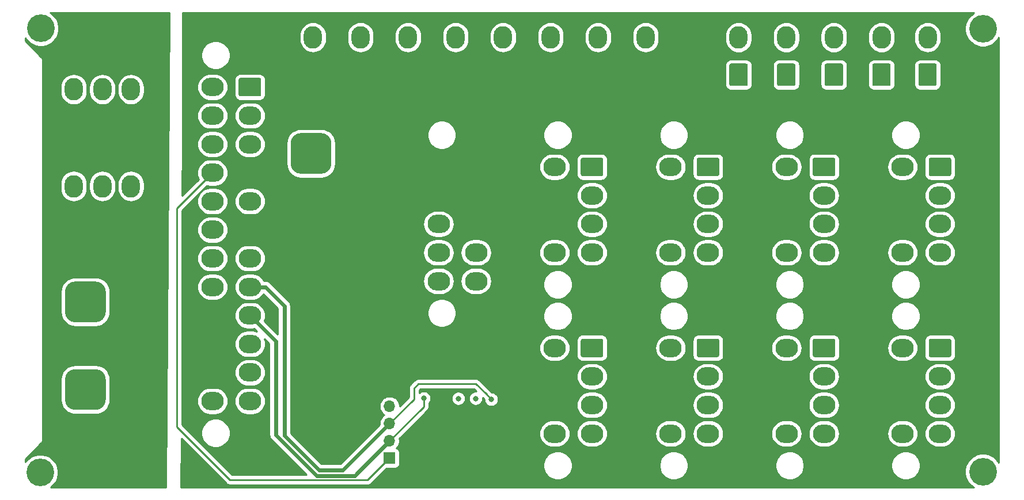
<source format=gbr>
%TF.GenerationSoftware,KiCad,Pcbnew,(5.1.9)-1*%
%TF.CreationDate,2022-08-18T15:43:49-06:00*%
%TF.ProjectId,ATX_PSU_Board,4154585f-5053-4555-9f42-6f6172642e6b,rev?*%
%TF.SameCoordinates,Original*%
%TF.FileFunction,Copper,L4,Bot*%
%TF.FilePolarity,Positive*%
%FSLAX46Y46*%
G04 Gerber Fmt 4.6, Leading zero omitted, Abs format (unit mm)*
G04 Created by KiCad (PCBNEW (5.1.9)-1) date 2022-08-18 15:43:49*
%MOMM*%
%LPD*%
G01*
G04 APERTURE LIST*
%TA.AperFunction,ComponentPad*%
%ADD10O,1.700000X1.700000*%
%TD*%
%TA.AperFunction,ComponentPad*%
%ADD11R,1.700000X1.700000*%
%TD*%
%TA.AperFunction,ComponentPad*%
%ADD12O,2.700000X3.300000*%
%TD*%
%TA.AperFunction,ComponentPad*%
%ADD13C,6.000000*%
%TD*%
%TA.AperFunction,ComponentPad*%
%ADD14O,3.300000X2.700000*%
%TD*%
%TA.AperFunction,ComponentPad*%
%ADD15C,4.064000*%
%TD*%
%TA.AperFunction,ViaPad*%
%ADD16C,0.800000*%
%TD*%
%TA.AperFunction,Conductor*%
%ADD17C,0.250000*%
%TD*%
%TA.AperFunction,Conductor*%
%ADD18C,0.609600*%
%TD*%
%TA.AperFunction,Conductor*%
%ADD19C,0.254000*%
%TD*%
%TA.AperFunction,Conductor*%
%ADD20C,0.100000*%
%TD*%
G04 APERTURE END LIST*
D10*
%TO.P,J1,4*%
%TO.N,GND*%
X89772000Y-111887000D03*
%TO.P,J1,3*%
%TO.N,/PWR_OK*%
X89772000Y-114427000D03*
%TO.P,J1,2*%
%TO.N,/+5VSB_SUPPLY*%
X89772000Y-116967000D03*
D11*
%TO.P,J1,1*%
%TO.N,/PS_ON*%
X89772000Y-119507000D03*
%TD*%
D12*
%TO.P,J25,6*%
%TO.N,GND*%
X43350000Y-79500000D03*
%TO.P,J25,5*%
X47550000Y-79500000D03*
%TO.P,J25,4*%
X51750000Y-79500000D03*
%TO.P,J25,3*%
%TO.N,/+12V_SUPPLY*%
X43350000Y-85000000D03*
%TO.P,J25,2*%
X47550000Y-85000000D03*
%TO.P,J25,1*%
%TA.AperFunction,ComponentPad*%
G36*
G01*
X53100000Y-83600001D02*
X53100000Y-86399999D01*
G75*
G02*
X52849999Y-86650000I-250001J0D01*
G01*
X50650001Y-86650000D01*
G75*
G02*
X50400000Y-86399999I0J250001D01*
G01*
X50400000Y-83600001D01*
G75*
G02*
X50650001Y-83350000I250001J0D01*
G01*
X52849999Y-83350000D01*
G75*
G02*
X53100000Y-83600001I0J-250001D01*
G01*
G37*
%TD.AperFunction*%
%TD*%
%TO.P,J26,6*%
%TO.N,GND*%
X43350000Y-65250000D03*
%TO.P,J26,5*%
X47550000Y-65250000D03*
%TO.P,J26,4*%
X51750000Y-65250000D03*
%TO.P,J26,3*%
%TO.N,/+12V_SUPPLY*%
X43350000Y-70750000D03*
%TO.P,J26,2*%
X47550000Y-70750000D03*
%TO.P,J26,1*%
%TA.AperFunction,ComponentPad*%
G36*
G01*
X53100000Y-69350001D02*
X53100000Y-72149999D01*
G75*
G02*
X52849999Y-72400000I-250001J0D01*
G01*
X50650001Y-72400000D01*
G75*
G02*
X50400000Y-72149999I0J250001D01*
G01*
X50400000Y-69350001D01*
G75*
G02*
X50650001Y-69100000I250001J0D01*
G01*
X52849999Y-69100000D01*
G75*
G02*
X53100000Y-69350001I0J-250001D01*
G01*
G37*
%TD.AperFunction*%
%TD*%
%TO.P,J30,1*%
%TO.N,GND*%
%TA.AperFunction,ComponentPad*%
G36*
G01*
X42055200Y-110926800D02*
X42055200Y-107926800D01*
G75*
G02*
X43555200Y-106426800I1500000J0D01*
G01*
X46555200Y-106426800D01*
G75*
G02*
X48055200Y-107926800I0J-1500000D01*
G01*
X48055200Y-110926800D01*
G75*
G02*
X46555200Y-112426800I-1500000J0D01*
G01*
X43555200Y-112426800D01*
G75*
G02*
X42055200Y-110926800I0J1500000D01*
G01*
G37*
%TD.AperFunction*%
D13*
%TO.P,J30,2*%
%TO.N,/+12V_SUPPLY*%
X52255200Y-109426800D03*
%TD*%
%TO.P,J29,1*%
%TO.N,GND*%
%TA.AperFunction,ComponentPad*%
G36*
G01*
X42055200Y-98026400D02*
X42055200Y-95026400D01*
G75*
G02*
X43555200Y-93526400I1500000J0D01*
G01*
X46555200Y-93526400D01*
G75*
G02*
X48055200Y-95026400I0J-1500000D01*
G01*
X48055200Y-98026400D01*
G75*
G02*
X46555200Y-99526400I-1500000J0D01*
G01*
X43555200Y-99526400D01*
G75*
G02*
X42055200Y-98026400I0J1500000D01*
G01*
G37*
%TD.AperFunction*%
%TO.P,J29,2*%
%TO.N,/+12V_SUPPLY*%
X52255200Y-96526400D03*
%TD*%
D12*
%TO.P,J20,2*%
%TO.N,GND*%
X168867600Y-57593600D03*
%TO.P,J20,1*%
%TO.N,/+12V_SUPPLY*%
%TA.AperFunction,ComponentPad*%
G36*
G01*
X170217600Y-61693601D02*
X170217600Y-64493599D01*
G75*
G02*
X169967599Y-64743600I-250001J0D01*
G01*
X167767601Y-64743600D01*
G75*
G02*
X167517600Y-64493599I0J250001D01*
G01*
X167517600Y-61693601D01*
G75*
G02*
X167767601Y-61443600I250001J0D01*
G01*
X169967599Y-61443600D01*
G75*
G02*
X170217600Y-61693601I0J-250001D01*
G01*
G37*
%TD.AperFunction*%
%TD*%
D14*
%TO.P,J11,8*%
%TO.N,/+12V_SUPPLY*%
X165196400Y-115901800D03*
%TO.P,J11,7*%
%TO.N,/+5V_SUPPLY*%
X165196400Y-111701800D03*
%TO.P,J11,6*%
X165196400Y-107501800D03*
%TO.P,J11,5*%
%TO.N,/+3.3V_SUPPLY*%
X165196400Y-103301800D03*
%TO.P,J11,4*%
%TO.N,/+12V_SUPPLY*%
X170696400Y-115901800D03*
%TO.P,J11,3*%
X170696400Y-111701800D03*
%TO.P,J11,2*%
%TO.N,GND*%
X170696400Y-107501800D03*
%TO.P,J11,1*%
%TA.AperFunction,ComponentPad*%
G36*
G01*
X169296401Y-101951800D02*
X172096399Y-101951800D01*
G75*
G02*
X172346400Y-102201801I0J-250001D01*
G01*
X172346400Y-104401799D01*
G75*
G02*
X172096399Y-104651800I-250001J0D01*
G01*
X169296401Y-104651800D01*
G75*
G02*
X169046400Y-104401799I0J250001D01*
G01*
X169046400Y-102201801D01*
G75*
G02*
X169296401Y-101951800I250001J0D01*
G01*
G37*
%TD.AperFunction*%
%TD*%
D12*
%TO.P,J24,2*%
%TO.N,GND*%
X141083632Y-57607200D03*
%TO.P,J24,1*%
%TO.N,/+12V_SUPPLY*%
%TA.AperFunction,ComponentPad*%
G36*
G01*
X142433632Y-61707201D02*
X142433632Y-64507199D01*
G75*
G02*
X142183631Y-64757200I-250001J0D01*
G01*
X139983633Y-64757200D01*
G75*
G02*
X139733632Y-64507199I0J250001D01*
G01*
X139733632Y-61707201D01*
G75*
G02*
X139983633Y-61457200I250001J0D01*
G01*
X142183631Y-61457200D01*
G75*
G02*
X142433632Y-61707201I0J-250001D01*
G01*
G37*
%TD.AperFunction*%
%TD*%
%TO.P,J23,2*%
%TO.N,GND*%
X148086774Y-57607200D03*
%TO.P,J23,1*%
%TO.N,/+12V_SUPPLY*%
%TA.AperFunction,ComponentPad*%
G36*
G01*
X149436774Y-61707201D02*
X149436774Y-64507199D01*
G75*
G02*
X149186773Y-64757200I-250001J0D01*
G01*
X146986775Y-64757200D01*
G75*
G02*
X146736774Y-64507199I0J250001D01*
G01*
X146736774Y-61707201D01*
G75*
G02*
X146986775Y-61457200I250001J0D01*
G01*
X149186773Y-61457200D01*
G75*
G02*
X149436774Y-61707201I0J-250001D01*
G01*
G37*
%TD.AperFunction*%
%TD*%
%TO.P,J22,2*%
%TO.N,GND*%
X155089916Y-57607200D03*
%TO.P,J22,1*%
%TO.N,/+12V_SUPPLY*%
%TA.AperFunction,ComponentPad*%
G36*
G01*
X156439916Y-61707201D02*
X156439916Y-64507199D01*
G75*
G02*
X156189915Y-64757200I-250001J0D01*
G01*
X153989917Y-64757200D01*
G75*
G02*
X153739916Y-64507199I0J250001D01*
G01*
X153739916Y-61707201D01*
G75*
G02*
X153989917Y-61457200I250001J0D01*
G01*
X156189915Y-61457200D01*
G75*
G02*
X156439916Y-61707201I0J-250001D01*
G01*
G37*
%TD.AperFunction*%
%TD*%
%TO.P,J21,2*%
%TO.N,GND*%
X162093058Y-57607200D03*
%TO.P,J21,1*%
%TO.N,/+12V_SUPPLY*%
%TA.AperFunction,ComponentPad*%
G36*
G01*
X163443058Y-61707201D02*
X163443058Y-64507199D01*
G75*
G02*
X163193057Y-64757200I-250001J0D01*
G01*
X160993059Y-64757200D01*
G75*
G02*
X160743058Y-64507199I0J250001D01*
G01*
X160743058Y-61707201D01*
G75*
G02*
X160993059Y-61457200I250001J0D01*
G01*
X163193057Y-61457200D01*
G75*
G02*
X163443058Y-61707201I0J-250001D01*
G01*
G37*
%TD.AperFunction*%
%TD*%
%TO.P,J19,2*%
%TO.N,GND*%
X127414800Y-57593600D03*
%TO.P,J19,1*%
%TO.N,/+5V_SUPPLY*%
%TA.AperFunction,ComponentPad*%
G36*
G01*
X128764800Y-61693601D02*
X128764800Y-64493599D01*
G75*
G02*
X128514799Y-64743600I-250001J0D01*
G01*
X126314801Y-64743600D01*
G75*
G02*
X126064800Y-64493599I0J250001D01*
G01*
X126064800Y-61693601D01*
G75*
G02*
X126314801Y-61443600I250001J0D01*
G01*
X128514799Y-61443600D01*
G75*
G02*
X128764800Y-61693601I0J-250001D01*
G01*
G37*
%TD.AperFunction*%
%TD*%
%TO.P,J18,2*%
%TO.N,GND*%
X120429800Y-57593600D03*
%TO.P,J18,1*%
%TO.N,/+5V_SUPPLY*%
%TA.AperFunction,ComponentPad*%
G36*
G01*
X121779800Y-61693601D02*
X121779800Y-64493599D01*
G75*
G02*
X121529799Y-64743600I-250001J0D01*
G01*
X119329801Y-64743600D01*
G75*
G02*
X119079800Y-64493599I0J250001D01*
G01*
X119079800Y-61693601D01*
G75*
G02*
X119329801Y-61443600I250001J0D01*
G01*
X121529799Y-61443600D01*
G75*
G02*
X121779800Y-61693601I0J-250001D01*
G01*
G37*
%TD.AperFunction*%
%TD*%
%TO.P,J17,2*%
%TO.N,GND*%
X113444800Y-57593600D03*
%TO.P,J17,1*%
%TO.N,/+5V_SUPPLY*%
%TA.AperFunction,ComponentPad*%
G36*
G01*
X114794800Y-61693601D02*
X114794800Y-64493599D01*
G75*
G02*
X114544799Y-64743600I-250001J0D01*
G01*
X112344801Y-64743600D01*
G75*
G02*
X112094800Y-64493599I0J250001D01*
G01*
X112094800Y-61693601D01*
G75*
G02*
X112344801Y-61443600I250001J0D01*
G01*
X114544799Y-61443600D01*
G75*
G02*
X114794800Y-61693601I0J-250001D01*
G01*
G37*
%TD.AperFunction*%
%TD*%
%TO.P,J16,2*%
%TO.N,GND*%
X106459800Y-57593600D03*
%TO.P,J16,1*%
%TO.N,/+5V_SUPPLY*%
%TA.AperFunction,ComponentPad*%
G36*
G01*
X107809800Y-61693601D02*
X107809800Y-64493599D01*
G75*
G02*
X107559799Y-64743600I-250001J0D01*
G01*
X105359801Y-64743600D01*
G75*
G02*
X105109800Y-64493599I0J250001D01*
G01*
X105109800Y-61693601D01*
G75*
G02*
X105359801Y-61443600I250001J0D01*
G01*
X107559799Y-61443600D01*
G75*
G02*
X107809800Y-61693601I0J-250001D01*
G01*
G37*
%TD.AperFunction*%
%TD*%
%TO.P,J15,2*%
%TO.N,GND*%
X99474800Y-57593600D03*
%TO.P,J15,1*%
%TO.N,/+5V_SUPPLY*%
%TA.AperFunction,ComponentPad*%
G36*
G01*
X100824800Y-61693601D02*
X100824800Y-64493599D01*
G75*
G02*
X100574799Y-64743600I-250001J0D01*
G01*
X98374801Y-64743600D01*
G75*
G02*
X98124800Y-64493599I0J250001D01*
G01*
X98124800Y-61693601D01*
G75*
G02*
X98374801Y-61443600I250001J0D01*
G01*
X100574799Y-61443600D01*
G75*
G02*
X100824800Y-61693601I0J-250001D01*
G01*
G37*
%TD.AperFunction*%
%TD*%
%TO.P,J14,2*%
%TO.N,GND*%
X92489800Y-57593600D03*
%TO.P,J14,1*%
%TO.N,/+5V_SUPPLY*%
%TA.AperFunction,ComponentPad*%
G36*
G01*
X93839800Y-61693601D02*
X93839800Y-64493599D01*
G75*
G02*
X93589799Y-64743600I-250001J0D01*
G01*
X91389801Y-64743600D01*
G75*
G02*
X91139800Y-64493599I0J250001D01*
G01*
X91139800Y-61693601D01*
G75*
G02*
X91389801Y-61443600I250001J0D01*
G01*
X93589799Y-61443600D01*
G75*
G02*
X93839800Y-61693601I0J-250001D01*
G01*
G37*
%TD.AperFunction*%
%TD*%
%TO.P,J13,2*%
%TO.N,GND*%
X85504800Y-57593600D03*
%TO.P,J13,1*%
%TO.N,/+5V_SUPPLY*%
%TA.AperFunction,ComponentPad*%
G36*
G01*
X86854800Y-61693601D02*
X86854800Y-64493599D01*
G75*
G02*
X86604799Y-64743600I-250001J0D01*
G01*
X84404801Y-64743600D01*
G75*
G02*
X84154800Y-64493599I0J250001D01*
G01*
X84154800Y-61693601D01*
G75*
G02*
X84404801Y-61443600I250001J0D01*
G01*
X86604799Y-61443600D01*
G75*
G02*
X86854800Y-61693601I0J-250001D01*
G01*
G37*
%TD.AperFunction*%
%TD*%
%TO.P,J12,2*%
%TO.N,GND*%
X78519800Y-57593600D03*
%TO.P,J12,1*%
%TO.N,/+5V_SUPPLY*%
%TA.AperFunction,ComponentPad*%
G36*
G01*
X79869800Y-61693601D02*
X79869800Y-64493599D01*
G75*
G02*
X79619799Y-64743600I-250001J0D01*
G01*
X77419801Y-64743600D01*
G75*
G02*
X77169800Y-64493599I0J250001D01*
G01*
X77169800Y-61693601D01*
G75*
G02*
X77419801Y-61443600I250001J0D01*
G01*
X79619799Y-61443600D01*
G75*
G02*
X79869800Y-61693601I0J-250001D01*
G01*
G37*
%TD.AperFunction*%
%TD*%
%TO.P,J28,1*%
%TO.N,GND*%
%TA.AperFunction,ComponentPad*%
G36*
G01*
X75228400Y-76176800D02*
X75228400Y-73176800D01*
G75*
G02*
X76728400Y-71676800I1500000J0D01*
G01*
X79728400Y-71676800D01*
G75*
G02*
X81228400Y-73176800I0J-1500000D01*
G01*
X81228400Y-76176800D01*
G75*
G02*
X79728400Y-77676800I-1500000J0D01*
G01*
X76728400Y-77676800D01*
G75*
G02*
X75228400Y-76176800I0J1500000D01*
G01*
G37*
%TD.AperFunction*%
D13*
%TO.P,J28,2*%
%TO.N,/+5V_SUPPLY*%
X85428400Y-74676800D03*
%TD*%
D14*
%TO.P,J5,8*%
%TO.N,/+12V_SUPPLY*%
X131091000Y-89264600D03*
%TO.P,J5,7*%
%TO.N,/+5V_SUPPLY*%
X131091000Y-85064600D03*
%TO.P,J5,6*%
X131091000Y-80864600D03*
%TO.P,J5,5*%
%TO.N,/+3.3V_SUPPLY*%
X131091000Y-76664600D03*
%TO.P,J5,4*%
%TO.N,/+12V_SUPPLY*%
X136591000Y-89264600D03*
%TO.P,J5,3*%
X136591000Y-85064600D03*
%TO.P,J5,2*%
%TO.N,GND*%
X136591000Y-80864600D03*
%TO.P,J5,1*%
%TA.AperFunction,ComponentPad*%
G36*
G01*
X135191001Y-75314600D02*
X137990999Y-75314600D01*
G75*
G02*
X138241000Y-75564601I0J-250001D01*
G01*
X138241000Y-77764599D01*
G75*
G02*
X137990999Y-78014600I-250001J0D01*
G01*
X135191001Y-78014600D01*
G75*
G02*
X134941000Y-77764599I0J250001D01*
G01*
X134941000Y-75564601D01*
G75*
G02*
X135191001Y-75314600I250001J0D01*
G01*
G37*
%TD.AperFunction*%
%TD*%
%TO.P,J7,8*%
%TO.N,/+12V_SUPPLY*%
X165196400Y-89264600D03*
%TO.P,J7,7*%
%TO.N,/+5V_SUPPLY*%
X165196400Y-85064600D03*
%TO.P,J7,6*%
X165196400Y-80864600D03*
%TO.P,J7,5*%
%TO.N,/+3.3V_SUPPLY*%
X165196400Y-76664600D03*
%TO.P,J7,4*%
%TO.N,/+12V_SUPPLY*%
X170696400Y-89264600D03*
%TO.P,J7,3*%
X170696400Y-85064600D03*
%TO.P,J7,2*%
%TO.N,GND*%
X170696400Y-80864600D03*
%TO.P,J7,1*%
%TA.AperFunction,ComponentPad*%
G36*
G01*
X169296401Y-75314600D02*
X172096399Y-75314600D01*
G75*
G02*
X172346400Y-75564601I0J-250001D01*
G01*
X172346400Y-77764599D01*
G75*
G02*
X172096399Y-78014600I-250001J0D01*
G01*
X169296401Y-78014600D01*
G75*
G02*
X169046400Y-77764599I0J250001D01*
G01*
X169046400Y-75564601D01*
G75*
G02*
X169296401Y-75314600I250001J0D01*
G01*
G37*
%TD.AperFunction*%
%TD*%
D15*
%TO.P,H4,1*%
%TO.N,N/C*%
X177000000Y-56337200D03*
%TD*%
%TO.P,H3,1*%
%TO.N,N/C*%
X38404800Y-121615200D03*
%TD*%
%TO.P,H2,1*%
%TO.N,N/C*%
X177000000Y-121500000D03*
%TD*%
%TO.P,H1,1*%
%TO.N,N/C*%
X38506400Y-56286400D03*
%TD*%
D14*
%TO.P,J10,8*%
%TO.N,/+12V_SUPPLY*%
X148143700Y-115901800D03*
%TO.P,J10,7*%
%TO.N,/+5V_SUPPLY*%
X148143700Y-111701800D03*
%TO.P,J10,6*%
X148143700Y-107501800D03*
%TO.P,J10,5*%
%TO.N,/+3.3V_SUPPLY*%
X148143700Y-103301800D03*
%TO.P,J10,4*%
%TO.N,/+12V_SUPPLY*%
X153643700Y-115901800D03*
%TO.P,J10,3*%
X153643700Y-111701800D03*
%TO.P,J10,2*%
%TO.N,GND*%
X153643700Y-107501800D03*
%TO.P,J10,1*%
%TA.AperFunction,ComponentPad*%
G36*
G01*
X152243701Y-101951800D02*
X155043699Y-101951800D01*
G75*
G02*
X155293700Y-102201801I0J-250001D01*
G01*
X155293700Y-104401799D01*
G75*
G02*
X155043699Y-104651800I-250001J0D01*
G01*
X152243701Y-104651800D01*
G75*
G02*
X151993700Y-104401799I0J250001D01*
G01*
X151993700Y-102201801D01*
G75*
G02*
X152243701Y-101951800I250001J0D01*
G01*
G37*
%TD.AperFunction*%
%TD*%
%TO.P,J9,8*%
%TO.N,/+12V_SUPPLY*%
X131091000Y-115901800D03*
%TO.P,J9,7*%
%TO.N,/+5V_SUPPLY*%
X131091000Y-111701800D03*
%TO.P,J9,6*%
X131091000Y-107501800D03*
%TO.P,J9,5*%
%TO.N,/+3.3V_SUPPLY*%
X131091000Y-103301800D03*
%TO.P,J9,4*%
%TO.N,/+12V_SUPPLY*%
X136591000Y-115901800D03*
%TO.P,J9,3*%
X136591000Y-111701800D03*
%TO.P,J9,2*%
%TO.N,GND*%
X136591000Y-107501800D03*
%TO.P,J9,1*%
%TA.AperFunction,ComponentPad*%
G36*
G01*
X135191001Y-101951800D02*
X137990999Y-101951800D01*
G75*
G02*
X138241000Y-102201801I0J-250001D01*
G01*
X138241000Y-104401799D01*
G75*
G02*
X137990999Y-104651800I-250001J0D01*
G01*
X135191001Y-104651800D01*
G75*
G02*
X134941000Y-104401799I0J250001D01*
G01*
X134941000Y-102201801D01*
G75*
G02*
X135191001Y-101951800I250001J0D01*
G01*
G37*
%TD.AperFunction*%
%TD*%
%TO.P,J8,8*%
%TO.N,/+12V_SUPPLY*%
X114038300Y-115901800D03*
%TO.P,J8,7*%
%TO.N,/+5V_SUPPLY*%
X114038300Y-111701800D03*
%TO.P,J8,6*%
X114038300Y-107501800D03*
%TO.P,J8,5*%
%TO.N,/+3.3V_SUPPLY*%
X114038300Y-103301800D03*
%TO.P,J8,4*%
%TO.N,/+12V_SUPPLY*%
X119538300Y-115901800D03*
%TO.P,J8,3*%
X119538300Y-111701800D03*
%TO.P,J8,2*%
%TO.N,GND*%
X119538300Y-107501800D03*
%TO.P,J8,1*%
%TA.AperFunction,ComponentPad*%
G36*
G01*
X118138301Y-101951800D02*
X120938299Y-101951800D01*
G75*
G02*
X121188300Y-102201801I0J-250001D01*
G01*
X121188300Y-104401799D01*
G75*
G02*
X120938299Y-104651800I-250001J0D01*
G01*
X118138301Y-104651800D01*
G75*
G02*
X117888300Y-104401799I0J250001D01*
G01*
X117888300Y-102201801D01*
G75*
G02*
X118138301Y-101951800I250001J0D01*
G01*
G37*
%TD.AperFunction*%
%TD*%
%TO.P,J6,8*%
%TO.N,/+12V_SUPPLY*%
X148143700Y-89264600D03*
%TO.P,J6,7*%
%TO.N,/+5V_SUPPLY*%
X148143700Y-85064600D03*
%TO.P,J6,6*%
X148143700Y-80864600D03*
%TO.P,J6,5*%
%TO.N,/+3.3V_SUPPLY*%
X148143700Y-76664600D03*
%TO.P,J6,4*%
%TO.N,/+12V_SUPPLY*%
X153643700Y-89264600D03*
%TO.P,J6,3*%
X153643700Y-85064600D03*
%TO.P,J6,2*%
%TO.N,GND*%
X153643700Y-80864600D03*
%TO.P,J6,1*%
%TA.AperFunction,ComponentPad*%
G36*
G01*
X152243701Y-75314600D02*
X155043699Y-75314600D01*
G75*
G02*
X155293700Y-75564601I0J-250001D01*
G01*
X155293700Y-77764599D01*
G75*
G02*
X155043699Y-78014600I-250001J0D01*
G01*
X152243701Y-78014600D01*
G75*
G02*
X151993700Y-77764599I0J250001D01*
G01*
X151993700Y-75564601D01*
G75*
G02*
X152243701Y-75314600I250001J0D01*
G01*
G37*
%TD.AperFunction*%
%TD*%
%TO.P,J4,8*%
%TO.N,/+12V_SUPPLY*%
X114038300Y-89264600D03*
%TO.P,J4,7*%
%TO.N,/+5V_SUPPLY*%
X114038300Y-85064600D03*
%TO.P,J4,6*%
X114038300Y-80864600D03*
%TO.P,J4,5*%
%TO.N,/+3.3V_SUPPLY*%
X114038300Y-76664600D03*
%TO.P,J4,4*%
%TO.N,/+12V_SUPPLY*%
X119538300Y-89264600D03*
%TO.P,J4,3*%
X119538300Y-85064600D03*
%TO.P,J4,2*%
%TO.N,GND*%
X119538300Y-80864600D03*
%TO.P,J4,1*%
%TA.AperFunction,ComponentPad*%
G36*
G01*
X118138301Y-75314600D02*
X120938299Y-75314600D01*
G75*
G02*
X121188300Y-75564601I0J-250001D01*
G01*
X121188300Y-77764599D01*
G75*
G02*
X120938299Y-78014600I-250001J0D01*
G01*
X118138301Y-78014600D01*
G75*
G02*
X117888300Y-77764599I0J250001D01*
G01*
X117888300Y-75564601D01*
G75*
G02*
X118138301Y-75314600I250001J0D01*
G01*
G37*
%TD.AperFunction*%
%TD*%
%TO.P,J3,10*%
%TO.N,GND*%
X96985600Y-93464600D03*
%TO.P,J3,9*%
X96985600Y-89264600D03*
%TO.P,J3,8*%
%TO.N,/+12V_SUPPLY*%
X96985600Y-85064600D03*
%TO.P,J3,7*%
%TO.N,/+5V_SUPPLY*%
X96985600Y-80864600D03*
%TO.P,J3,6*%
X96985600Y-76664600D03*
%TO.P,J3,5*%
%TO.N,GND*%
X102485600Y-93464600D03*
%TO.P,J3,4*%
X102485600Y-89264600D03*
%TO.P,J3,3*%
%TO.N,/+5V_SUPPLY*%
X102485600Y-85064600D03*
%TO.P,J3,2*%
X102485600Y-80864600D03*
%TO.P,J3,1*%
%TA.AperFunction,ComponentPad*%
G36*
G01*
X101085601Y-75314600D02*
X103885599Y-75314600D01*
G75*
G02*
X104135600Y-75564601I0J-250001D01*
G01*
X104135600Y-77764599D01*
G75*
G02*
X103885599Y-78014600I-250001J0D01*
G01*
X101085601Y-78014600D01*
G75*
G02*
X100835600Y-77764599I0J250001D01*
G01*
X100835600Y-75564601D01*
G75*
G02*
X101085601Y-75314600I250001J0D01*
G01*
G37*
%TD.AperFunction*%
%TD*%
%TO.P,J2,24*%
%TO.N,GND*%
X63748800Y-111122400D03*
%TO.P,J2,23*%
%TO.N,/+5V_SUPPLY*%
X63748800Y-106922400D03*
%TO.P,J2,22*%
X63748800Y-102722400D03*
%TO.P,J2,21*%
X63748800Y-98522400D03*
%TO.P,J2,20*%
%TO.N,Net-(J2-Pad20)*%
X63748800Y-94322400D03*
%TO.P,J2,19*%
%TO.N,GND*%
X63748800Y-90122400D03*
%TO.P,J2,18*%
X63748800Y-85922400D03*
%TO.P,J2,17*%
X63748800Y-81722400D03*
%TO.P,J2,16*%
%TO.N,/PS_ON*%
X63748800Y-77522400D03*
%TO.P,J2,15*%
%TO.N,GND*%
X63748800Y-73322400D03*
%TO.P,J2,14*%
%TO.N,Net-(J2-Pad14)*%
X63748800Y-69122400D03*
%TO.P,J2,13*%
%TO.N,/+3.3V_SUPPLY*%
X63748800Y-64922400D03*
%TO.P,J2,12*%
X69248800Y-111122400D03*
%TO.P,J2,11*%
%TO.N,/+12V_SUPPLY*%
X69248800Y-106922400D03*
%TO.P,J2,10*%
X69248800Y-102722400D03*
%TO.P,J2,9*%
%TO.N,/+5VSB_SUPPLY*%
X69248800Y-98522400D03*
%TO.P,J2,8*%
%TO.N,/PWR_OK*%
X69248800Y-94322400D03*
%TO.P,J2,7*%
%TO.N,GND*%
X69248800Y-90122400D03*
%TO.P,J2,6*%
%TO.N,/+5V_SUPPLY*%
X69248800Y-85922400D03*
%TO.P,J2,5*%
%TO.N,GND*%
X69248800Y-81722400D03*
%TO.P,J2,4*%
%TO.N,/+5V_SUPPLY*%
X69248800Y-77522400D03*
%TO.P,J2,3*%
%TO.N,GND*%
X69248800Y-73322400D03*
%TO.P,J2,2*%
%TO.N,/+3.3V_SUPPLY*%
X69248800Y-69122400D03*
%TO.P,J2,1*%
%TA.AperFunction,ComponentPad*%
G36*
G01*
X67848801Y-63572400D02*
X70648799Y-63572400D01*
G75*
G02*
X70898800Y-63822401I0J-250001D01*
G01*
X70898800Y-66022399D01*
G75*
G02*
X70648799Y-66272400I-250001J0D01*
G01*
X67848801Y-66272400D01*
G75*
G02*
X67598800Y-66022399I0J250001D01*
G01*
X67598800Y-63822401D01*
G75*
G02*
X67848801Y-63572400I250001J0D01*
G01*
G37*
%TD.AperFunction*%
%TD*%
D16*
%TO.N,/+5V_SUPPLY*%
X97346000Y-110737600D03*
%TO.N,/+3.3V_SUPPLY*%
X99886000Y-110737600D03*
%TO.N,/+12V_SUPPLY*%
X102426000Y-110737600D03*
%TO.N,/+5VSB_SUPPLY*%
X94806000Y-110698000D03*
%TO.N,/PWR_OK*%
X104750000Y-110863000D03*
%TD*%
D17*
%TO.N,/PS_ON*%
X63748800Y-77522400D02*
X58530000Y-82741200D01*
X58530000Y-82741200D02*
X58530000Y-114935000D01*
X58530000Y-114935000D02*
X66319422Y-122724422D01*
X66319422Y-122724422D02*
X86554578Y-122724422D01*
X86554578Y-122724422D02*
X89772000Y-119507000D01*
D18*
%TO.N,/+5VSB_SUPPLY*%
X73025000Y-116079962D02*
X79039649Y-122094611D01*
X69248800Y-98522400D02*
X73025000Y-102298600D01*
X73025000Y-102298600D02*
X73025000Y-116079962D01*
X79039649Y-122094611D02*
X84644389Y-122094611D01*
X84644389Y-122094611D02*
X89772000Y-116967000D01*
D17*
X94806000Y-111933000D02*
X94806000Y-110698000D01*
X89772000Y-116967000D02*
X94806000Y-111933000D01*
D18*
%TO.N,/PWR_OK*%
X71508400Y-94322400D02*
X74295000Y-97109000D01*
X69248800Y-94322400D02*
X71508400Y-94322400D01*
X74295000Y-97109000D02*
X74295000Y-116205000D01*
X74295000Y-116205000D02*
X79375000Y-121285000D01*
X82914000Y-121285000D02*
X89772000Y-114427000D01*
X79375000Y-121285000D02*
X82914000Y-121285000D01*
D17*
X89772000Y-114427000D02*
X93345000Y-110854000D01*
X93345000Y-110854000D02*
X93345000Y-109220000D01*
X93345000Y-109220000D02*
X93980000Y-108585000D01*
X102472000Y-108585000D02*
X103941000Y-110054000D01*
X93980000Y-108585000D02*
X102472000Y-108585000D01*
X103941000Y-110054000D02*
X103742000Y-109855000D01*
X104750000Y-110863000D02*
X103941000Y-110054000D01*
%TD*%
D19*
%TO.N,/+5V_SUPPLY*%
X175299887Y-54265606D02*
X174928406Y-54637087D01*
X174636536Y-55073902D01*
X174435492Y-55559265D01*
X174333000Y-56074523D01*
X174333000Y-56599877D01*
X174435492Y-57115135D01*
X174636536Y-57600498D01*
X174928406Y-58037313D01*
X175299887Y-58408794D01*
X175736702Y-58700664D01*
X176222065Y-58901708D01*
X176737323Y-59004200D01*
X177262677Y-59004200D01*
X177777935Y-58901708D01*
X178263298Y-58700664D01*
X178700113Y-58408794D01*
X179071594Y-58037313D01*
X179340001Y-57635613D01*
X179340000Y-120201586D01*
X179071594Y-119799887D01*
X178700113Y-119428406D01*
X178263298Y-119136536D01*
X177777935Y-118935492D01*
X177262677Y-118833000D01*
X176737323Y-118833000D01*
X176222065Y-118935492D01*
X175736702Y-119136536D01*
X175299887Y-119428406D01*
X174928406Y-119799887D01*
X174636536Y-120236702D01*
X174435492Y-120722065D01*
X174333000Y-121237323D01*
X174333000Y-121762677D01*
X174435492Y-122277935D01*
X174636536Y-122763298D01*
X174928406Y-123200113D01*
X175299887Y-123571594D01*
X175641721Y-123800000D01*
X59133656Y-123800000D01*
X59158100Y-116637901D01*
X65755623Y-123235425D01*
X65779421Y-123264423D01*
X65895146Y-123359396D01*
X66027175Y-123429968D01*
X66170436Y-123473425D01*
X66282089Y-123484422D01*
X66282098Y-123484422D01*
X66319421Y-123488098D01*
X66356744Y-123484422D01*
X86517256Y-123484422D01*
X86554578Y-123488098D01*
X86591900Y-123484422D01*
X86591911Y-123484422D01*
X86703564Y-123473425D01*
X86846825Y-123429968D01*
X86978854Y-123359396D01*
X87094579Y-123264423D01*
X87118382Y-123235419D01*
X89358730Y-120995072D01*
X90622000Y-120995072D01*
X90746482Y-120982812D01*
X90866180Y-120946502D01*
X90976494Y-120887537D01*
X91073185Y-120808185D01*
X91152537Y-120711494D01*
X91211502Y-120601180D01*
X91247812Y-120481482D01*
X91256672Y-120391521D01*
X112363300Y-120391521D01*
X112363300Y-120812079D01*
X112445347Y-121224556D01*
X112606288Y-121613102D01*
X112839937Y-121962783D01*
X113137317Y-122260163D01*
X113486998Y-122493812D01*
X113875544Y-122654753D01*
X114288021Y-122736800D01*
X114708579Y-122736800D01*
X115121056Y-122654753D01*
X115509602Y-122493812D01*
X115859283Y-122260163D01*
X116156663Y-121962783D01*
X116390312Y-121613102D01*
X116551253Y-121224556D01*
X116633300Y-120812079D01*
X116633300Y-120391521D01*
X129416000Y-120391521D01*
X129416000Y-120812079D01*
X129498047Y-121224556D01*
X129658988Y-121613102D01*
X129892637Y-121962783D01*
X130190017Y-122260163D01*
X130539698Y-122493812D01*
X130928244Y-122654753D01*
X131340721Y-122736800D01*
X131761279Y-122736800D01*
X132173756Y-122654753D01*
X132562302Y-122493812D01*
X132911983Y-122260163D01*
X133209363Y-121962783D01*
X133443012Y-121613102D01*
X133603953Y-121224556D01*
X133686000Y-120812079D01*
X133686000Y-120391521D01*
X146468700Y-120391521D01*
X146468700Y-120812079D01*
X146550747Y-121224556D01*
X146711688Y-121613102D01*
X146945337Y-121962783D01*
X147242717Y-122260163D01*
X147592398Y-122493812D01*
X147980944Y-122654753D01*
X148393421Y-122736800D01*
X148813979Y-122736800D01*
X149226456Y-122654753D01*
X149615002Y-122493812D01*
X149964683Y-122260163D01*
X150262063Y-121962783D01*
X150495712Y-121613102D01*
X150656653Y-121224556D01*
X150738700Y-120812079D01*
X150738700Y-120391521D01*
X163521400Y-120391521D01*
X163521400Y-120812079D01*
X163603447Y-121224556D01*
X163764388Y-121613102D01*
X163998037Y-121962783D01*
X164295417Y-122260163D01*
X164645098Y-122493812D01*
X165033644Y-122654753D01*
X165446121Y-122736800D01*
X165866679Y-122736800D01*
X166279156Y-122654753D01*
X166667702Y-122493812D01*
X167017383Y-122260163D01*
X167314763Y-121962783D01*
X167548412Y-121613102D01*
X167709353Y-121224556D01*
X167791400Y-120812079D01*
X167791400Y-120391521D01*
X167709353Y-119979044D01*
X167548412Y-119590498D01*
X167314763Y-119240817D01*
X167017383Y-118943437D01*
X166667702Y-118709788D01*
X166279156Y-118548847D01*
X165866679Y-118466800D01*
X165446121Y-118466800D01*
X165033644Y-118548847D01*
X164645098Y-118709788D01*
X164295417Y-118943437D01*
X163998037Y-119240817D01*
X163764388Y-119590498D01*
X163603447Y-119979044D01*
X163521400Y-120391521D01*
X150738700Y-120391521D01*
X150656653Y-119979044D01*
X150495712Y-119590498D01*
X150262063Y-119240817D01*
X149964683Y-118943437D01*
X149615002Y-118709788D01*
X149226456Y-118548847D01*
X148813979Y-118466800D01*
X148393421Y-118466800D01*
X147980944Y-118548847D01*
X147592398Y-118709788D01*
X147242717Y-118943437D01*
X146945337Y-119240817D01*
X146711688Y-119590498D01*
X146550747Y-119979044D01*
X146468700Y-120391521D01*
X133686000Y-120391521D01*
X133603953Y-119979044D01*
X133443012Y-119590498D01*
X133209363Y-119240817D01*
X132911983Y-118943437D01*
X132562302Y-118709788D01*
X132173756Y-118548847D01*
X131761279Y-118466800D01*
X131340721Y-118466800D01*
X130928244Y-118548847D01*
X130539698Y-118709788D01*
X130190017Y-118943437D01*
X129892637Y-119240817D01*
X129658988Y-119590498D01*
X129498047Y-119979044D01*
X129416000Y-120391521D01*
X116633300Y-120391521D01*
X116551253Y-119979044D01*
X116390312Y-119590498D01*
X116156663Y-119240817D01*
X115859283Y-118943437D01*
X115509602Y-118709788D01*
X115121056Y-118548847D01*
X114708579Y-118466800D01*
X114288021Y-118466800D01*
X113875544Y-118548847D01*
X113486998Y-118709788D01*
X113137317Y-118943437D01*
X112839937Y-119240817D01*
X112606288Y-119590498D01*
X112445347Y-119979044D01*
X112363300Y-120391521D01*
X91256672Y-120391521D01*
X91260072Y-120357000D01*
X91260072Y-118657000D01*
X91247812Y-118532518D01*
X91211502Y-118412820D01*
X91152537Y-118302506D01*
X91073185Y-118205815D01*
X90976494Y-118126463D01*
X90866180Y-118067498D01*
X90793620Y-118045487D01*
X90925475Y-117913632D01*
X91087990Y-117670411D01*
X91199932Y-117400158D01*
X91257000Y-117113260D01*
X91257000Y-116820740D01*
X91213209Y-116600592D01*
X91912001Y-115901800D01*
X111743696Y-115901800D01*
X111782022Y-116290928D01*
X111895526Y-116665102D01*
X112079847Y-117009943D01*
X112327902Y-117312198D01*
X112630157Y-117560253D01*
X112974998Y-117744574D01*
X113349172Y-117858078D01*
X113640790Y-117886800D01*
X114435810Y-117886800D01*
X114727428Y-117858078D01*
X115101602Y-117744574D01*
X115446443Y-117560253D01*
X115748698Y-117312198D01*
X115996753Y-117009943D01*
X116181074Y-116665102D01*
X116294578Y-116290928D01*
X116332904Y-115901800D01*
X117243696Y-115901800D01*
X117282022Y-116290928D01*
X117395526Y-116665102D01*
X117579847Y-117009943D01*
X117827902Y-117312198D01*
X118130157Y-117560253D01*
X118474998Y-117744574D01*
X118849172Y-117858078D01*
X119140790Y-117886800D01*
X119935810Y-117886800D01*
X120227428Y-117858078D01*
X120601602Y-117744574D01*
X120946443Y-117560253D01*
X121248698Y-117312198D01*
X121496753Y-117009943D01*
X121681074Y-116665102D01*
X121794578Y-116290928D01*
X121832904Y-115901800D01*
X128796396Y-115901800D01*
X128834722Y-116290928D01*
X128948226Y-116665102D01*
X129132547Y-117009943D01*
X129380602Y-117312198D01*
X129682857Y-117560253D01*
X130027698Y-117744574D01*
X130401872Y-117858078D01*
X130693490Y-117886800D01*
X131488510Y-117886800D01*
X131780128Y-117858078D01*
X132154302Y-117744574D01*
X132499143Y-117560253D01*
X132801398Y-117312198D01*
X133049453Y-117009943D01*
X133233774Y-116665102D01*
X133347278Y-116290928D01*
X133385604Y-115901800D01*
X134296396Y-115901800D01*
X134334722Y-116290928D01*
X134448226Y-116665102D01*
X134632547Y-117009943D01*
X134880602Y-117312198D01*
X135182857Y-117560253D01*
X135527698Y-117744574D01*
X135901872Y-117858078D01*
X136193490Y-117886800D01*
X136988510Y-117886800D01*
X137280128Y-117858078D01*
X137654302Y-117744574D01*
X137999143Y-117560253D01*
X138301398Y-117312198D01*
X138549453Y-117009943D01*
X138733774Y-116665102D01*
X138847278Y-116290928D01*
X138885604Y-115901800D01*
X145849096Y-115901800D01*
X145887422Y-116290928D01*
X146000926Y-116665102D01*
X146185247Y-117009943D01*
X146433302Y-117312198D01*
X146735557Y-117560253D01*
X147080398Y-117744574D01*
X147454572Y-117858078D01*
X147746190Y-117886800D01*
X148541210Y-117886800D01*
X148832828Y-117858078D01*
X149207002Y-117744574D01*
X149551843Y-117560253D01*
X149854098Y-117312198D01*
X150102153Y-117009943D01*
X150286474Y-116665102D01*
X150399978Y-116290928D01*
X150438304Y-115901800D01*
X151349096Y-115901800D01*
X151387422Y-116290928D01*
X151500926Y-116665102D01*
X151685247Y-117009943D01*
X151933302Y-117312198D01*
X152235557Y-117560253D01*
X152580398Y-117744574D01*
X152954572Y-117858078D01*
X153246190Y-117886800D01*
X154041210Y-117886800D01*
X154332828Y-117858078D01*
X154707002Y-117744574D01*
X155051843Y-117560253D01*
X155354098Y-117312198D01*
X155602153Y-117009943D01*
X155786474Y-116665102D01*
X155899978Y-116290928D01*
X155938304Y-115901800D01*
X162901796Y-115901800D01*
X162940122Y-116290928D01*
X163053626Y-116665102D01*
X163237947Y-117009943D01*
X163486002Y-117312198D01*
X163788257Y-117560253D01*
X164133098Y-117744574D01*
X164507272Y-117858078D01*
X164798890Y-117886800D01*
X165593910Y-117886800D01*
X165885528Y-117858078D01*
X166259702Y-117744574D01*
X166604543Y-117560253D01*
X166906798Y-117312198D01*
X167154853Y-117009943D01*
X167339174Y-116665102D01*
X167452678Y-116290928D01*
X167491004Y-115901800D01*
X168401796Y-115901800D01*
X168440122Y-116290928D01*
X168553626Y-116665102D01*
X168737947Y-117009943D01*
X168986002Y-117312198D01*
X169288257Y-117560253D01*
X169633098Y-117744574D01*
X170007272Y-117858078D01*
X170298890Y-117886800D01*
X171093910Y-117886800D01*
X171385528Y-117858078D01*
X171759702Y-117744574D01*
X172104543Y-117560253D01*
X172406798Y-117312198D01*
X172654853Y-117009943D01*
X172839174Y-116665102D01*
X172952678Y-116290928D01*
X172991004Y-115901800D01*
X172952678Y-115512672D01*
X172839174Y-115138498D01*
X172654853Y-114793657D01*
X172406798Y-114491402D01*
X172104543Y-114243347D01*
X171759702Y-114059026D01*
X171385528Y-113945522D01*
X171093910Y-113916800D01*
X170298890Y-113916800D01*
X170007272Y-113945522D01*
X169633098Y-114059026D01*
X169288257Y-114243347D01*
X168986002Y-114491402D01*
X168737947Y-114793657D01*
X168553626Y-115138498D01*
X168440122Y-115512672D01*
X168401796Y-115901800D01*
X167491004Y-115901800D01*
X167452678Y-115512672D01*
X167339174Y-115138498D01*
X167154853Y-114793657D01*
X166906798Y-114491402D01*
X166604543Y-114243347D01*
X166259702Y-114059026D01*
X165885528Y-113945522D01*
X165593910Y-113916800D01*
X164798890Y-113916800D01*
X164507272Y-113945522D01*
X164133098Y-114059026D01*
X163788257Y-114243347D01*
X163486002Y-114491402D01*
X163237947Y-114793657D01*
X163053626Y-115138498D01*
X162940122Y-115512672D01*
X162901796Y-115901800D01*
X155938304Y-115901800D01*
X155899978Y-115512672D01*
X155786474Y-115138498D01*
X155602153Y-114793657D01*
X155354098Y-114491402D01*
X155051843Y-114243347D01*
X154707002Y-114059026D01*
X154332828Y-113945522D01*
X154041210Y-113916800D01*
X153246190Y-113916800D01*
X152954572Y-113945522D01*
X152580398Y-114059026D01*
X152235557Y-114243347D01*
X151933302Y-114491402D01*
X151685247Y-114793657D01*
X151500926Y-115138498D01*
X151387422Y-115512672D01*
X151349096Y-115901800D01*
X150438304Y-115901800D01*
X150399978Y-115512672D01*
X150286474Y-115138498D01*
X150102153Y-114793657D01*
X149854098Y-114491402D01*
X149551843Y-114243347D01*
X149207002Y-114059026D01*
X148832828Y-113945522D01*
X148541210Y-113916800D01*
X147746190Y-113916800D01*
X147454572Y-113945522D01*
X147080398Y-114059026D01*
X146735557Y-114243347D01*
X146433302Y-114491402D01*
X146185247Y-114793657D01*
X146000926Y-115138498D01*
X145887422Y-115512672D01*
X145849096Y-115901800D01*
X138885604Y-115901800D01*
X138847278Y-115512672D01*
X138733774Y-115138498D01*
X138549453Y-114793657D01*
X138301398Y-114491402D01*
X137999143Y-114243347D01*
X137654302Y-114059026D01*
X137280128Y-113945522D01*
X136988510Y-113916800D01*
X136193490Y-113916800D01*
X135901872Y-113945522D01*
X135527698Y-114059026D01*
X135182857Y-114243347D01*
X134880602Y-114491402D01*
X134632547Y-114793657D01*
X134448226Y-115138498D01*
X134334722Y-115512672D01*
X134296396Y-115901800D01*
X133385604Y-115901800D01*
X133347278Y-115512672D01*
X133233774Y-115138498D01*
X133049453Y-114793657D01*
X132801398Y-114491402D01*
X132499143Y-114243347D01*
X132154302Y-114059026D01*
X131780128Y-113945522D01*
X131488510Y-113916800D01*
X130693490Y-113916800D01*
X130401872Y-113945522D01*
X130027698Y-114059026D01*
X129682857Y-114243347D01*
X129380602Y-114491402D01*
X129132547Y-114793657D01*
X128948226Y-115138498D01*
X128834722Y-115512672D01*
X128796396Y-115901800D01*
X121832904Y-115901800D01*
X121794578Y-115512672D01*
X121681074Y-115138498D01*
X121496753Y-114793657D01*
X121248698Y-114491402D01*
X120946443Y-114243347D01*
X120601602Y-114059026D01*
X120227428Y-113945522D01*
X119935810Y-113916800D01*
X119140790Y-113916800D01*
X118849172Y-113945522D01*
X118474998Y-114059026D01*
X118130157Y-114243347D01*
X117827902Y-114491402D01*
X117579847Y-114793657D01*
X117395526Y-115138498D01*
X117282022Y-115512672D01*
X117243696Y-115901800D01*
X116332904Y-115901800D01*
X116294578Y-115512672D01*
X116181074Y-115138498D01*
X115996753Y-114793657D01*
X115748698Y-114491402D01*
X115446443Y-114243347D01*
X115101602Y-114059026D01*
X114727428Y-113945522D01*
X114435810Y-113916800D01*
X113640790Y-113916800D01*
X113349172Y-113945522D01*
X112974998Y-114059026D01*
X112630157Y-114243347D01*
X112327902Y-114491402D01*
X112079847Y-114793657D01*
X111895526Y-115138498D01*
X111782022Y-115512672D01*
X111743696Y-115901800D01*
X91912001Y-115901800D01*
X95317004Y-112496798D01*
X95346001Y-112473001D01*
X95372332Y-112440917D01*
X95440974Y-112357277D01*
X95511546Y-112225247D01*
X95511546Y-112225246D01*
X95555003Y-112081986D01*
X95566000Y-111970333D01*
X95566000Y-111970324D01*
X95569676Y-111933001D01*
X95566000Y-111895678D01*
X95566000Y-111401711D01*
X95609937Y-111357774D01*
X95723205Y-111188256D01*
X95801226Y-110999898D01*
X95841000Y-110799939D01*
X95841000Y-110635661D01*
X98851000Y-110635661D01*
X98851000Y-110839539D01*
X98890774Y-111039498D01*
X98968795Y-111227856D01*
X99082063Y-111397374D01*
X99226226Y-111541537D01*
X99395744Y-111654805D01*
X99584102Y-111732826D01*
X99784061Y-111772600D01*
X99987939Y-111772600D01*
X100187898Y-111732826D01*
X100376256Y-111654805D01*
X100545774Y-111541537D01*
X100689937Y-111397374D01*
X100803205Y-111227856D01*
X100881226Y-111039498D01*
X100921000Y-110839539D01*
X100921000Y-110635661D01*
X100881226Y-110435702D01*
X100803205Y-110247344D01*
X100689937Y-110077826D01*
X100545774Y-109933663D01*
X100376256Y-109820395D01*
X100187898Y-109742374D01*
X99987939Y-109702600D01*
X99784061Y-109702600D01*
X99584102Y-109742374D01*
X99395744Y-109820395D01*
X99226226Y-109933663D01*
X99082063Y-110077826D01*
X98968795Y-110247344D01*
X98890774Y-110435702D01*
X98851000Y-110635661D01*
X95841000Y-110635661D01*
X95841000Y-110596061D01*
X95801226Y-110396102D01*
X95723205Y-110207744D01*
X95609937Y-110038226D01*
X95465774Y-109894063D01*
X95296256Y-109780795D01*
X95107898Y-109702774D01*
X94907939Y-109663000D01*
X94704061Y-109663000D01*
X94504102Y-109702774D01*
X94315744Y-109780795D01*
X94146226Y-109894063D01*
X94105000Y-109935289D01*
X94105000Y-109534801D01*
X94294802Y-109345000D01*
X102157199Y-109345000D01*
X102514799Y-109702600D01*
X102324061Y-109702600D01*
X102124102Y-109742374D01*
X101935744Y-109820395D01*
X101766226Y-109933663D01*
X101622063Y-110077826D01*
X101508795Y-110247344D01*
X101430774Y-110435702D01*
X101391000Y-110635661D01*
X101391000Y-110839539D01*
X101430774Y-111039498D01*
X101508795Y-111227856D01*
X101622063Y-111397374D01*
X101766226Y-111541537D01*
X101935744Y-111654805D01*
X102124102Y-111732826D01*
X102324061Y-111772600D01*
X102527939Y-111772600D01*
X102727898Y-111732826D01*
X102916256Y-111654805D01*
X103085774Y-111541537D01*
X103229937Y-111397374D01*
X103343205Y-111227856D01*
X103421226Y-111039498D01*
X103461000Y-110839539D01*
X103461000Y-110648801D01*
X103715000Y-110902801D01*
X103715000Y-110964939D01*
X103754774Y-111164898D01*
X103832795Y-111353256D01*
X103946063Y-111522774D01*
X104090226Y-111666937D01*
X104259744Y-111780205D01*
X104448102Y-111858226D01*
X104648061Y-111898000D01*
X104851939Y-111898000D01*
X105051898Y-111858226D01*
X105240256Y-111780205D01*
X105357597Y-111701800D01*
X117243696Y-111701800D01*
X117282022Y-112090928D01*
X117395526Y-112465102D01*
X117579847Y-112809943D01*
X117827902Y-113112198D01*
X118130157Y-113360253D01*
X118474998Y-113544574D01*
X118849172Y-113658078D01*
X119140790Y-113686800D01*
X119935810Y-113686800D01*
X120227428Y-113658078D01*
X120601602Y-113544574D01*
X120946443Y-113360253D01*
X121248698Y-113112198D01*
X121496753Y-112809943D01*
X121681074Y-112465102D01*
X121794578Y-112090928D01*
X121832904Y-111701800D01*
X134296396Y-111701800D01*
X134334722Y-112090928D01*
X134448226Y-112465102D01*
X134632547Y-112809943D01*
X134880602Y-113112198D01*
X135182857Y-113360253D01*
X135527698Y-113544574D01*
X135901872Y-113658078D01*
X136193490Y-113686800D01*
X136988510Y-113686800D01*
X137280128Y-113658078D01*
X137654302Y-113544574D01*
X137999143Y-113360253D01*
X138301398Y-113112198D01*
X138549453Y-112809943D01*
X138733774Y-112465102D01*
X138847278Y-112090928D01*
X138885604Y-111701800D01*
X151349096Y-111701800D01*
X151387422Y-112090928D01*
X151500926Y-112465102D01*
X151685247Y-112809943D01*
X151933302Y-113112198D01*
X152235557Y-113360253D01*
X152580398Y-113544574D01*
X152954572Y-113658078D01*
X153246190Y-113686800D01*
X154041210Y-113686800D01*
X154332828Y-113658078D01*
X154707002Y-113544574D01*
X155051843Y-113360253D01*
X155354098Y-113112198D01*
X155602153Y-112809943D01*
X155786474Y-112465102D01*
X155899978Y-112090928D01*
X155938304Y-111701800D01*
X168401796Y-111701800D01*
X168440122Y-112090928D01*
X168553626Y-112465102D01*
X168737947Y-112809943D01*
X168986002Y-113112198D01*
X169288257Y-113360253D01*
X169633098Y-113544574D01*
X170007272Y-113658078D01*
X170298890Y-113686800D01*
X171093910Y-113686800D01*
X171385528Y-113658078D01*
X171759702Y-113544574D01*
X172104543Y-113360253D01*
X172406798Y-113112198D01*
X172654853Y-112809943D01*
X172839174Y-112465102D01*
X172952678Y-112090928D01*
X172991004Y-111701800D01*
X172952678Y-111312672D01*
X172839174Y-110938498D01*
X172654853Y-110593657D01*
X172406798Y-110291402D01*
X172104543Y-110043347D01*
X171759702Y-109859026D01*
X171385528Y-109745522D01*
X171093910Y-109716800D01*
X170298890Y-109716800D01*
X170007272Y-109745522D01*
X169633098Y-109859026D01*
X169288257Y-110043347D01*
X168986002Y-110291402D01*
X168737947Y-110593657D01*
X168553626Y-110938498D01*
X168440122Y-111312672D01*
X168401796Y-111701800D01*
X155938304Y-111701800D01*
X155899978Y-111312672D01*
X155786474Y-110938498D01*
X155602153Y-110593657D01*
X155354098Y-110291402D01*
X155051843Y-110043347D01*
X154707002Y-109859026D01*
X154332828Y-109745522D01*
X154041210Y-109716800D01*
X153246190Y-109716800D01*
X152954572Y-109745522D01*
X152580398Y-109859026D01*
X152235557Y-110043347D01*
X151933302Y-110291402D01*
X151685247Y-110593657D01*
X151500926Y-110938498D01*
X151387422Y-111312672D01*
X151349096Y-111701800D01*
X138885604Y-111701800D01*
X138847278Y-111312672D01*
X138733774Y-110938498D01*
X138549453Y-110593657D01*
X138301398Y-110291402D01*
X137999143Y-110043347D01*
X137654302Y-109859026D01*
X137280128Y-109745522D01*
X136988510Y-109716800D01*
X136193490Y-109716800D01*
X135901872Y-109745522D01*
X135527698Y-109859026D01*
X135182857Y-110043347D01*
X134880602Y-110291402D01*
X134632547Y-110593657D01*
X134448226Y-110938498D01*
X134334722Y-111312672D01*
X134296396Y-111701800D01*
X121832904Y-111701800D01*
X121794578Y-111312672D01*
X121681074Y-110938498D01*
X121496753Y-110593657D01*
X121248698Y-110291402D01*
X120946443Y-110043347D01*
X120601602Y-109859026D01*
X120227428Y-109745522D01*
X119935810Y-109716800D01*
X119140790Y-109716800D01*
X118849172Y-109745522D01*
X118474998Y-109859026D01*
X118130157Y-110043347D01*
X117827902Y-110291402D01*
X117579847Y-110593657D01*
X117395526Y-110938498D01*
X117282022Y-111312672D01*
X117243696Y-111701800D01*
X105357597Y-111701800D01*
X105409774Y-111666937D01*
X105553937Y-111522774D01*
X105667205Y-111353256D01*
X105745226Y-111164898D01*
X105785000Y-110964939D01*
X105785000Y-110761061D01*
X105745226Y-110561102D01*
X105667205Y-110372744D01*
X105553937Y-110203226D01*
X105409774Y-110059063D01*
X105240256Y-109945795D01*
X105051898Y-109867774D01*
X104851939Y-109828000D01*
X104789801Y-109828000D01*
X104504803Y-109543002D01*
X104504799Y-109542997D01*
X103035804Y-108074003D01*
X103012001Y-108044999D01*
X102896276Y-107950026D01*
X102764247Y-107879454D01*
X102620986Y-107835997D01*
X102509333Y-107825000D01*
X102509322Y-107825000D01*
X102472000Y-107821324D01*
X102434678Y-107825000D01*
X94017333Y-107825000D01*
X93980000Y-107821323D01*
X93942667Y-107825000D01*
X93831014Y-107835997D01*
X93687753Y-107879454D01*
X93555724Y-107950026D01*
X93439999Y-108044999D01*
X93416200Y-108073998D01*
X92833998Y-108656201D01*
X92805000Y-108679999D01*
X92781202Y-108708997D01*
X92781201Y-108708998D01*
X92710026Y-108795724D01*
X92639454Y-108927754D01*
X92614726Y-109009276D01*
X92595998Y-109071014D01*
X92588272Y-109149454D01*
X92581324Y-109220000D01*
X92585001Y-109257332D01*
X92585000Y-110539198D01*
X91257000Y-111867198D01*
X91257000Y-111740740D01*
X91199932Y-111453842D01*
X91087990Y-111183589D01*
X90925475Y-110940368D01*
X90718632Y-110733525D01*
X90475411Y-110571010D01*
X90205158Y-110459068D01*
X89918260Y-110402000D01*
X89625740Y-110402000D01*
X89338842Y-110459068D01*
X89068589Y-110571010D01*
X88825368Y-110733525D01*
X88618525Y-110940368D01*
X88456010Y-111183589D01*
X88344068Y-111453842D01*
X88287000Y-111740740D01*
X88287000Y-112033260D01*
X88344068Y-112320158D01*
X88456010Y-112590411D01*
X88618525Y-112833632D01*
X88825368Y-113040475D01*
X88999760Y-113157000D01*
X88825368Y-113273525D01*
X88618525Y-113480368D01*
X88456010Y-113723589D01*
X88344068Y-113993842D01*
X88287000Y-114280740D01*
X88287000Y-114573260D01*
X88288603Y-114581319D01*
X82524724Y-120345200D01*
X79764278Y-120345200D01*
X75234800Y-115815724D01*
X75234800Y-107501800D01*
X117243696Y-107501800D01*
X117282022Y-107890928D01*
X117395526Y-108265102D01*
X117579847Y-108609943D01*
X117827902Y-108912198D01*
X118130157Y-109160253D01*
X118474998Y-109344574D01*
X118849172Y-109458078D01*
X119140790Y-109486800D01*
X119935810Y-109486800D01*
X120227428Y-109458078D01*
X120601602Y-109344574D01*
X120946443Y-109160253D01*
X121248698Y-108912198D01*
X121496753Y-108609943D01*
X121681074Y-108265102D01*
X121794578Y-107890928D01*
X121832904Y-107501800D01*
X134296396Y-107501800D01*
X134334722Y-107890928D01*
X134448226Y-108265102D01*
X134632547Y-108609943D01*
X134880602Y-108912198D01*
X135182857Y-109160253D01*
X135527698Y-109344574D01*
X135901872Y-109458078D01*
X136193490Y-109486800D01*
X136988510Y-109486800D01*
X137280128Y-109458078D01*
X137654302Y-109344574D01*
X137999143Y-109160253D01*
X138301398Y-108912198D01*
X138549453Y-108609943D01*
X138733774Y-108265102D01*
X138847278Y-107890928D01*
X138885604Y-107501800D01*
X151349096Y-107501800D01*
X151387422Y-107890928D01*
X151500926Y-108265102D01*
X151685247Y-108609943D01*
X151933302Y-108912198D01*
X152235557Y-109160253D01*
X152580398Y-109344574D01*
X152954572Y-109458078D01*
X153246190Y-109486800D01*
X154041210Y-109486800D01*
X154332828Y-109458078D01*
X154707002Y-109344574D01*
X155051843Y-109160253D01*
X155354098Y-108912198D01*
X155602153Y-108609943D01*
X155786474Y-108265102D01*
X155899978Y-107890928D01*
X155938304Y-107501800D01*
X168401796Y-107501800D01*
X168440122Y-107890928D01*
X168553626Y-108265102D01*
X168737947Y-108609943D01*
X168986002Y-108912198D01*
X169288257Y-109160253D01*
X169633098Y-109344574D01*
X170007272Y-109458078D01*
X170298890Y-109486800D01*
X171093910Y-109486800D01*
X171385528Y-109458078D01*
X171759702Y-109344574D01*
X172104543Y-109160253D01*
X172406798Y-108912198D01*
X172654853Y-108609943D01*
X172839174Y-108265102D01*
X172952678Y-107890928D01*
X172991004Y-107501800D01*
X172952678Y-107112672D01*
X172839174Y-106738498D01*
X172654853Y-106393657D01*
X172406798Y-106091402D01*
X172104543Y-105843347D01*
X171759702Y-105659026D01*
X171385528Y-105545522D01*
X171093910Y-105516800D01*
X170298890Y-105516800D01*
X170007272Y-105545522D01*
X169633098Y-105659026D01*
X169288257Y-105843347D01*
X168986002Y-106091402D01*
X168737947Y-106393657D01*
X168553626Y-106738498D01*
X168440122Y-107112672D01*
X168401796Y-107501800D01*
X155938304Y-107501800D01*
X155899978Y-107112672D01*
X155786474Y-106738498D01*
X155602153Y-106393657D01*
X155354098Y-106091402D01*
X155051843Y-105843347D01*
X154707002Y-105659026D01*
X154332828Y-105545522D01*
X154041210Y-105516800D01*
X153246190Y-105516800D01*
X152954572Y-105545522D01*
X152580398Y-105659026D01*
X152235557Y-105843347D01*
X151933302Y-106091402D01*
X151685247Y-106393657D01*
X151500926Y-106738498D01*
X151387422Y-107112672D01*
X151349096Y-107501800D01*
X138885604Y-107501800D01*
X138847278Y-107112672D01*
X138733774Y-106738498D01*
X138549453Y-106393657D01*
X138301398Y-106091402D01*
X137999143Y-105843347D01*
X137654302Y-105659026D01*
X137280128Y-105545522D01*
X136988510Y-105516800D01*
X136193490Y-105516800D01*
X135901872Y-105545522D01*
X135527698Y-105659026D01*
X135182857Y-105843347D01*
X134880602Y-106091402D01*
X134632547Y-106393657D01*
X134448226Y-106738498D01*
X134334722Y-107112672D01*
X134296396Y-107501800D01*
X121832904Y-107501800D01*
X121794578Y-107112672D01*
X121681074Y-106738498D01*
X121496753Y-106393657D01*
X121248698Y-106091402D01*
X120946443Y-105843347D01*
X120601602Y-105659026D01*
X120227428Y-105545522D01*
X119935810Y-105516800D01*
X119140790Y-105516800D01*
X118849172Y-105545522D01*
X118474998Y-105659026D01*
X118130157Y-105843347D01*
X117827902Y-106091402D01*
X117579847Y-106393657D01*
X117395526Y-106738498D01*
X117282022Y-107112672D01*
X117243696Y-107501800D01*
X75234800Y-107501800D01*
X75234800Y-103301800D01*
X111743696Y-103301800D01*
X111782022Y-103690928D01*
X111895526Y-104065102D01*
X112079847Y-104409943D01*
X112327902Y-104712198D01*
X112630157Y-104960253D01*
X112974998Y-105144574D01*
X113349172Y-105258078D01*
X113640790Y-105286800D01*
X114435810Y-105286800D01*
X114727428Y-105258078D01*
X115101602Y-105144574D01*
X115446443Y-104960253D01*
X115748698Y-104712198D01*
X115996753Y-104409943D01*
X116181074Y-104065102D01*
X116294578Y-103690928D01*
X116332904Y-103301800D01*
X116294578Y-102912672D01*
X116181074Y-102538498D01*
X116001107Y-102201801D01*
X117250228Y-102201801D01*
X117250228Y-104401799D01*
X117267292Y-104575053D01*
X117317829Y-104741650D01*
X117399895Y-104895186D01*
X117510339Y-105029761D01*
X117644914Y-105140205D01*
X117798450Y-105222271D01*
X117965047Y-105272808D01*
X118138301Y-105289872D01*
X120938299Y-105289872D01*
X121111553Y-105272808D01*
X121278150Y-105222271D01*
X121431686Y-105140205D01*
X121566261Y-105029761D01*
X121676705Y-104895186D01*
X121758771Y-104741650D01*
X121809308Y-104575053D01*
X121826372Y-104401799D01*
X121826372Y-103301800D01*
X128796396Y-103301800D01*
X128834722Y-103690928D01*
X128948226Y-104065102D01*
X129132547Y-104409943D01*
X129380602Y-104712198D01*
X129682857Y-104960253D01*
X130027698Y-105144574D01*
X130401872Y-105258078D01*
X130693490Y-105286800D01*
X131488510Y-105286800D01*
X131780128Y-105258078D01*
X132154302Y-105144574D01*
X132499143Y-104960253D01*
X132801398Y-104712198D01*
X133049453Y-104409943D01*
X133233774Y-104065102D01*
X133347278Y-103690928D01*
X133385604Y-103301800D01*
X133347278Y-102912672D01*
X133233774Y-102538498D01*
X133053807Y-102201801D01*
X134302928Y-102201801D01*
X134302928Y-104401799D01*
X134319992Y-104575053D01*
X134370529Y-104741650D01*
X134452595Y-104895186D01*
X134563039Y-105029761D01*
X134697614Y-105140205D01*
X134851150Y-105222271D01*
X135017747Y-105272808D01*
X135191001Y-105289872D01*
X137990999Y-105289872D01*
X138164253Y-105272808D01*
X138330850Y-105222271D01*
X138484386Y-105140205D01*
X138618961Y-105029761D01*
X138729405Y-104895186D01*
X138811471Y-104741650D01*
X138862008Y-104575053D01*
X138879072Y-104401799D01*
X138879072Y-103301800D01*
X145849096Y-103301800D01*
X145887422Y-103690928D01*
X146000926Y-104065102D01*
X146185247Y-104409943D01*
X146433302Y-104712198D01*
X146735557Y-104960253D01*
X147080398Y-105144574D01*
X147454572Y-105258078D01*
X147746190Y-105286800D01*
X148541210Y-105286800D01*
X148832828Y-105258078D01*
X149207002Y-105144574D01*
X149551843Y-104960253D01*
X149854098Y-104712198D01*
X150102153Y-104409943D01*
X150286474Y-104065102D01*
X150399978Y-103690928D01*
X150438304Y-103301800D01*
X150399978Y-102912672D01*
X150286474Y-102538498D01*
X150106507Y-102201801D01*
X151355628Y-102201801D01*
X151355628Y-104401799D01*
X151372692Y-104575053D01*
X151423229Y-104741650D01*
X151505295Y-104895186D01*
X151615739Y-105029761D01*
X151750314Y-105140205D01*
X151903850Y-105222271D01*
X152070447Y-105272808D01*
X152243701Y-105289872D01*
X155043699Y-105289872D01*
X155216953Y-105272808D01*
X155383550Y-105222271D01*
X155537086Y-105140205D01*
X155671661Y-105029761D01*
X155782105Y-104895186D01*
X155864171Y-104741650D01*
X155914708Y-104575053D01*
X155931772Y-104401799D01*
X155931772Y-103301800D01*
X162901796Y-103301800D01*
X162940122Y-103690928D01*
X163053626Y-104065102D01*
X163237947Y-104409943D01*
X163486002Y-104712198D01*
X163788257Y-104960253D01*
X164133098Y-105144574D01*
X164507272Y-105258078D01*
X164798890Y-105286800D01*
X165593910Y-105286800D01*
X165885528Y-105258078D01*
X166259702Y-105144574D01*
X166604543Y-104960253D01*
X166906798Y-104712198D01*
X167154853Y-104409943D01*
X167339174Y-104065102D01*
X167452678Y-103690928D01*
X167491004Y-103301800D01*
X167452678Y-102912672D01*
X167339174Y-102538498D01*
X167159207Y-102201801D01*
X168408328Y-102201801D01*
X168408328Y-104401799D01*
X168425392Y-104575053D01*
X168475929Y-104741650D01*
X168557995Y-104895186D01*
X168668439Y-105029761D01*
X168803014Y-105140205D01*
X168956550Y-105222271D01*
X169123147Y-105272808D01*
X169296401Y-105289872D01*
X172096399Y-105289872D01*
X172269653Y-105272808D01*
X172436250Y-105222271D01*
X172589786Y-105140205D01*
X172724361Y-105029761D01*
X172834805Y-104895186D01*
X172916871Y-104741650D01*
X172967408Y-104575053D01*
X172984472Y-104401799D01*
X172984472Y-102201801D01*
X172967408Y-102028547D01*
X172916871Y-101861950D01*
X172834805Y-101708414D01*
X172724361Y-101573839D01*
X172589786Y-101463395D01*
X172436250Y-101381329D01*
X172269653Y-101330792D01*
X172096399Y-101313728D01*
X169296401Y-101313728D01*
X169123147Y-101330792D01*
X168956550Y-101381329D01*
X168803014Y-101463395D01*
X168668439Y-101573839D01*
X168557995Y-101708414D01*
X168475929Y-101861950D01*
X168425392Y-102028547D01*
X168408328Y-102201801D01*
X167159207Y-102201801D01*
X167154853Y-102193657D01*
X166906798Y-101891402D01*
X166604543Y-101643347D01*
X166259702Y-101459026D01*
X165885528Y-101345522D01*
X165593910Y-101316800D01*
X164798890Y-101316800D01*
X164507272Y-101345522D01*
X164133098Y-101459026D01*
X163788257Y-101643347D01*
X163486002Y-101891402D01*
X163237947Y-102193657D01*
X163053626Y-102538498D01*
X162940122Y-102912672D01*
X162901796Y-103301800D01*
X155931772Y-103301800D01*
X155931772Y-102201801D01*
X155914708Y-102028547D01*
X155864171Y-101861950D01*
X155782105Y-101708414D01*
X155671661Y-101573839D01*
X155537086Y-101463395D01*
X155383550Y-101381329D01*
X155216953Y-101330792D01*
X155043699Y-101313728D01*
X152243701Y-101313728D01*
X152070447Y-101330792D01*
X151903850Y-101381329D01*
X151750314Y-101463395D01*
X151615739Y-101573839D01*
X151505295Y-101708414D01*
X151423229Y-101861950D01*
X151372692Y-102028547D01*
X151355628Y-102201801D01*
X150106507Y-102201801D01*
X150102153Y-102193657D01*
X149854098Y-101891402D01*
X149551843Y-101643347D01*
X149207002Y-101459026D01*
X148832828Y-101345522D01*
X148541210Y-101316800D01*
X147746190Y-101316800D01*
X147454572Y-101345522D01*
X147080398Y-101459026D01*
X146735557Y-101643347D01*
X146433302Y-101891402D01*
X146185247Y-102193657D01*
X146000926Y-102538498D01*
X145887422Y-102912672D01*
X145849096Y-103301800D01*
X138879072Y-103301800D01*
X138879072Y-102201801D01*
X138862008Y-102028547D01*
X138811471Y-101861950D01*
X138729405Y-101708414D01*
X138618961Y-101573839D01*
X138484386Y-101463395D01*
X138330850Y-101381329D01*
X138164253Y-101330792D01*
X137990999Y-101313728D01*
X135191001Y-101313728D01*
X135017747Y-101330792D01*
X134851150Y-101381329D01*
X134697614Y-101463395D01*
X134563039Y-101573839D01*
X134452595Y-101708414D01*
X134370529Y-101861950D01*
X134319992Y-102028547D01*
X134302928Y-102201801D01*
X133053807Y-102201801D01*
X133049453Y-102193657D01*
X132801398Y-101891402D01*
X132499143Y-101643347D01*
X132154302Y-101459026D01*
X131780128Y-101345522D01*
X131488510Y-101316800D01*
X130693490Y-101316800D01*
X130401872Y-101345522D01*
X130027698Y-101459026D01*
X129682857Y-101643347D01*
X129380602Y-101891402D01*
X129132547Y-102193657D01*
X128948226Y-102538498D01*
X128834722Y-102912672D01*
X128796396Y-103301800D01*
X121826372Y-103301800D01*
X121826372Y-102201801D01*
X121809308Y-102028547D01*
X121758771Y-101861950D01*
X121676705Y-101708414D01*
X121566261Y-101573839D01*
X121431686Y-101463395D01*
X121278150Y-101381329D01*
X121111553Y-101330792D01*
X120938299Y-101313728D01*
X118138301Y-101313728D01*
X117965047Y-101330792D01*
X117798450Y-101381329D01*
X117644914Y-101463395D01*
X117510339Y-101573839D01*
X117399895Y-101708414D01*
X117317829Y-101861950D01*
X117267292Y-102028547D01*
X117250228Y-102201801D01*
X116001107Y-102201801D01*
X115996753Y-102193657D01*
X115748698Y-101891402D01*
X115446443Y-101643347D01*
X115101602Y-101459026D01*
X114727428Y-101345522D01*
X114435810Y-101316800D01*
X113640790Y-101316800D01*
X113349172Y-101345522D01*
X112974998Y-101459026D01*
X112630157Y-101643347D01*
X112327902Y-101891402D01*
X112079847Y-102193657D01*
X111895526Y-102538498D01*
X111782022Y-102912672D01*
X111743696Y-103301800D01*
X75234800Y-103301800D01*
X75234800Y-97954321D01*
X95310600Y-97954321D01*
X95310600Y-98374879D01*
X95392647Y-98787356D01*
X95553588Y-99175902D01*
X95787237Y-99525583D01*
X96084617Y-99822963D01*
X96434298Y-100056612D01*
X96822844Y-100217553D01*
X97235321Y-100299600D01*
X97655879Y-100299600D01*
X98068356Y-100217553D01*
X98456902Y-100056612D01*
X98806583Y-99822963D01*
X99103963Y-99525583D01*
X99337612Y-99175902D01*
X99498553Y-98787356D01*
X99577289Y-98391521D01*
X112363300Y-98391521D01*
X112363300Y-98812079D01*
X112445347Y-99224556D01*
X112606288Y-99613102D01*
X112839937Y-99962783D01*
X113137317Y-100260163D01*
X113486998Y-100493812D01*
X113875544Y-100654753D01*
X114288021Y-100736800D01*
X114708579Y-100736800D01*
X115121056Y-100654753D01*
X115509602Y-100493812D01*
X115859283Y-100260163D01*
X116156663Y-99962783D01*
X116390312Y-99613102D01*
X116551253Y-99224556D01*
X116633300Y-98812079D01*
X116633300Y-98391521D01*
X129416000Y-98391521D01*
X129416000Y-98812079D01*
X129498047Y-99224556D01*
X129658988Y-99613102D01*
X129892637Y-99962783D01*
X130190017Y-100260163D01*
X130539698Y-100493812D01*
X130928244Y-100654753D01*
X131340721Y-100736800D01*
X131761279Y-100736800D01*
X132173756Y-100654753D01*
X132562302Y-100493812D01*
X132911983Y-100260163D01*
X133209363Y-99962783D01*
X133443012Y-99613102D01*
X133603953Y-99224556D01*
X133686000Y-98812079D01*
X133686000Y-98391521D01*
X146468700Y-98391521D01*
X146468700Y-98812079D01*
X146550747Y-99224556D01*
X146711688Y-99613102D01*
X146945337Y-99962783D01*
X147242717Y-100260163D01*
X147592398Y-100493812D01*
X147980944Y-100654753D01*
X148393421Y-100736800D01*
X148813979Y-100736800D01*
X149226456Y-100654753D01*
X149615002Y-100493812D01*
X149964683Y-100260163D01*
X150262063Y-99962783D01*
X150495712Y-99613102D01*
X150656653Y-99224556D01*
X150738700Y-98812079D01*
X150738700Y-98391521D01*
X163521400Y-98391521D01*
X163521400Y-98812079D01*
X163603447Y-99224556D01*
X163764388Y-99613102D01*
X163998037Y-99962783D01*
X164295417Y-100260163D01*
X164645098Y-100493812D01*
X165033644Y-100654753D01*
X165446121Y-100736800D01*
X165866679Y-100736800D01*
X166279156Y-100654753D01*
X166667702Y-100493812D01*
X167017383Y-100260163D01*
X167314763Y-99962783D01*
X167548412Y-99613102D01*
X167709353Y-99224556D01*
X167791400Y-98812079D01*
X167791400Y-98391521D01*
X167709353Y-97979044D01*
X167548412Y-97590498D01*
X167314763Y-97240817D01*
X167017383Y-96943437D01*
X166667702Y-96709788D01*
X166279156Y-96548847D01*
X165866679Y-96466800D01*
X165446121Y-96466800D01*
X165033644Y-96548847D01*
X164645098Y-96709788D01*
X164295417Y-96943437D01*
X163998037Y-97240817D01*
X163764388Y-97590498D01*
X163603447Y-97979044D01*
X163521400Y-98391521D01*
X150738700Y-98391521D01*
X150656653Y-97979044D01*
X150495712Y-97590498D01*
X150262063Y-97240817D01*
X149964683Y-96943437D01*
X149615002Y-96709788D01*
X149226456Y-96548847D01*
X148813979Y-96466800D01*
X148393421Y-96466800D01*
X147980944Y-96548847D01*
X147592398Y-96709788D01*
X147242717Y-96943437D01*
X146945337Y-97240817D01*
X146711688Y-97590498D01*
X146550747Y-97979044D01*
X146468700Y-98391521D01*
X133686000Y-98391521D01*
X133603953Y-97979044D01*
X133443012Y-97590498D01*
X133209363Y-97240817D01*
X132911983Y-96943437D01*
X132562302Y-96709788D01*
X132173756Y-96548847D01*
X131761279Y-96466800D01*
X131340721Y-96466800D01*
X130928244Y-96548847D01*
X130539698Y-96709788D01*
X130190017Y-96943437D01*
X129892637Y-97240817D01*
X129658988Y-97590498D01*
X129498047Y-97979044D01*
X129416000Y-98391521D01*
X116633300Y-98391521D01*
X116551253Y-97979044D01*
X116390312Y-97590498D01*
X116156663Y-97240817D01*
X115859283Y-96943437D01*
X115509602Y-96709788D01*
X115121056Y-96548847D01*
X114708579Y-96466800D01*
X114288021Y-96466800D01*
X113875544Y-96548847D01*
X113486998Y-96709788D01*
X113137317Y-96943437D01*
X112839937Y-97240817D01*
X112606288Y-97590498D01*
X112445347Y-97979044D01*
X112363300Y-98391521D01*
X99577289Y-98391521D01*
X99580600Y-98374879D01*
X99580600Y-97954321D01*
X99498553Y-97541844D01*
X99337612Y-97153298D01*
X99103963Y-96803617D01*
X98806583Y-96506237D01*
X98456902Y-96272588D01*
X98068356Y-96111647D01*
X97655879Y-96029600D01*
X97235321Y-96029600D01*
X96822844Y-96111647D01*
X96434298Y-96272588D01*
X96084617Y-96506237D01*
X95787237Y-96803617D01*
X95553588Y-97153298D01*
X95392647Y-97541844D01*
X95310600Y-97954321D01*
X75234800Y-97954321D01*
X75234800Y-97155167D01*
X75239347Y-97109000D01*
X75221202Y-96924767D01*
X75167463Y-96747614D01*
X75080196Y-96584349D01*
X74992184Y-96477106D01*
X74992182Y-96477104D01*
X74962754Y-96441246D01*
X74926896Y-96411818D01*
X72205591Y-93690515D01*
X72176154Y-93654646D01*
X72033051Y-93537204D01*
X71897219Y-93464600D01*
X94690996Y-93464600D01*
X94729322Y-93853728D01*
X94842826Y-94227902D01*
X95027147Y-94572743D01*
X95275202Y-94874998D01*
X95577457Y-95123053D01*
X95922298Y-95307374D01*
X96296472Y-95420878D01*
X96588090Y-95449600D01*
X97383110Y-95449600D01*
X97674728Y-95420878D01*
X98048902Y-95307374D01*
X98393743Y-95123053D01*
X98695998Y-94874998D01*
X98944053Y-94572743D01*
X99128374Y-94227902D01*
X99241878Y-93853728D01*
X99280204Y-93464600D01*
X100190996Y-93464600D01*
X100229322Y-93853728D01*
X100342826Y-94227902D01*
X100527147Y-94572743D01*
X100775202Y-94874998D01*
X101077457Y-95123053D01*
X101422298Y-95307374D01*
X101796472Y-95420878D01*
X102088090Y-95449600D01*
X102883110Y-95449600D01*
X103174728Y-95420878D01*
X103548902Y-95307374D01*
X103893743Y-95123053D01*
X104195998Y-94874998D01*
X104444053Y-94572743D01*
X104628374Y-94227902D01*
X104741878Y-93853728D01*
X104751668Y-93754321D01*
X112363300Y-93754321D01*
X112363300Y-94174879D01*
X112445347Y-94587356D01*
X112606288Y-94975902D01*
X112839937Y-95325583D01*
X113137317Y-95622963D01*
X113486998Y-95856612D01*
X113875544Y-96017553D01*
X114288021Y-96099600D01*
X114708579Y-96099600D01*
X115121056Y-96017553D01*
X115509602Y-95856612D01*
X115859283Y-95622963D01*
X116156663Y-95325583D01*
X116390312Y-94975902D01*
X116551253Y-94587356D01*
X116633300Y-94174879D01*
X116633300Y-93754321D01*
X129416000Y-93754321D01*
X129416000Y-94174879D01*
X129498047Y-94587356D01*
X129658988Y-94975902D01*
X129892637Y-95325583D01*
X130190017Y-95622963D01*
X130539698Y-95856612D01*
X130928244Y-96017553D01*
X131340721Y-96099600D01*
X131761279Y-96099600D01*
X132173756Y-96017553D01*
X132562302Y-95856612D01*
X132911983Y-95622963D01*
X133209363Y-95325583D01*
X133443012Y-94975902D01*
X133603953Y-94587356D01*
X133686000Y-94174879D01*
X133686000Y-93754321D01*
X146468700Y-93754321D01*
X146468700Y-94174879D01*
X146550747Y-94587356D01*
X146711688Y-94975902D01*
X146945337Y-95325583D01*
X147242717Y-95622963D01*
X147592398Y-95856612D01*
X147980944Y-96017553D01*
X148393421Y-96099600D01*
X148813979Y-96099600D01*
X149226456Y-96017553D01*
X149615002Y-95856612D01*
X149964683Y-95622963D01*
X150262063Y-95325583D01*
X150495712Y-94975902D01*
X150656653Y-94587356D01*
X150738700Y-94174879D01*
X150738700Y-93754321D01*
X163521400Y-93754321D01*
X163521400Y-94174879D01*
X163603447Y-94587356D01*
X163764388Y-94975902D01*
X163998037Y-95325583D01*
X164295417Y-95622963D01*
X164645098Y-95856612D01*
X165033644Y-96017553D01*
X165446121Y-96099600D01*
X165866679Y-96099600D01*
X166279156Y-96017553D01*
X166667702Y-95856612D01*
X167017383Y-95622963D01*
X167314763Y-95325583D01*
X167548412Y-94975902D01*
X167709353Y-94587356D01*
X167791400Y-94174879D01*
X167791400Y-93754321D01*
X167709353Y-93341844D01*
X167548412Y-92953298D01*
X167314763Y-92603617D01*
X167017383Y-92306237D01*
X166667702Y-92072588D01*
X166279156Y-91911647D01*
X165866679Y-91829600D01*
X165446121Y-91829600D01*
X165033644Y-91911647D01*
X164645098Y-92072588D01*
X164295417Y-92306237D01*
X163998037Y-92603617D01*
X163764388Y-92953298D01*
X163603447Y-93341844D01*
X163521400Y-93754321D01*
X150738700Y-93754321D01*
X150656653Y-93341844D01*
X150495712Y-92953298D01*
X150262063Y-92603617D01*
X149964683Y-92306237D01*
X149615002Y-92072588D01*
X149226456Y-91911647D01*
X148813979Y-91829600D01*
X148393421Y-91829600D01*
X147980944Y-91911647D01*
X147592398Y-92072588D01*
X147242717Y-92306237D01*
X146945337Y-92603617D01*
X146711688Y-92953298D01*
X146550747Y-93341844D01*
X146468700Y-93754321D01*
X133686000Y-93754321D01*
X133603953Y-93341844D01*
X133443012Y-92953298D01*
X133209363Y-92603617D01*
X132911983Y-92306237D01*
X132562302Y-92072588D01*
X132173756Y-91911647D01*
X131761279Y-91829600D01*
X131340721Y-91829600D01*
X130928244Y-91911647D01*
X130539698Y-92072588D01*
X130190017Y-92306237D01*
X129892637Y-92603617D01*
X129658988Y-92953298D01*
X129498047Y-93341844D01*
X129416000Y-93754321D01*
X116633300Y-93754321D01*
X116551253Y-93341844D01*
X116390312Y-92953298D01*
X116156663Y-92603617D01*
X115859283Y-92306237D01*
X115509602Y-92072588D01*
X115121056Y-91911647D01*
X114708579Y-91829600D01*
X114288021Y-91829600D01*
X113875544Y-91911647D01*
X113486998Y-92072588D01*
X113137317Y-92306237D01*
X112839937Y-92603617D01*
X112606288Y-92953298D01*
X112445347Y-93341844D01*
X112363300Y-93754321D01*
X104751668Y-93754321D01*
X104780204Y-93464600D01*
X104741878Y-93075472D01*
X104628374Y-92701298D01*
X104444053Y-92356457D01*
X104195998Y-92054202D01*
X103893743Y-91806147D01*
X103548902Y-91621826D01*
X103174728Y-91508322D01*
X102883110Y-91479600D01*
X102088090Y-91479600D01*
X101796472Y-91508322D01*
X101422298Y-91621826D01*
X101077457Y-91806147D01*
X100775202Y-92054202D01*
X100527147Y-92356457D01*
X100342826Y-92701298D01*
X100229322Y-93075472D01*
X100190996Y-93464600D01*
X99280204Y-93464600D01*
X99241878Y-93075472D01*
X99128374Y-92701298D01*
X98944053Y-92356457D01*
X98695998Y-92054202D01*
X98393743Y-91806147D01*
X98048902Y-91621826D01*
X97674728Y-91508322D01*
X97383110Y-91479600D01*
X96588090Y-91479600D01*
X96296472Y-91508322D01*
X95922298Y-91621826D01*
X95577457Y-91806147D01*
X95275202Y-92054202D01*
X95027147Y-92356457D01*
X94842826Y-92701298D01*
X94729322Y-93075472D01*
X94690996Y-93464600D01*
X71897219Y-93464600D01*
X71869786Y-93449937D01*
X71692633Y-93396198D01*
X71554567Y-93382600D01*
X71554557Y-93382600D01*
X71508400Y-93378054D01*
X71462243Y-93382600D01*
X71297234Y-93382600D01*
X71207253Y-93214257D01*
X70959198Y-92912002D01*
X70656943Y-92663947D01*
X70312102Y-92479626D01*
X69937928Y-92366122D01*
X69646310Y-92337400D01*
X68851290Y-92337400D01*
X68559672Y-92366122D01*
X68185498Y-92479626D01*
X67840657Y-92663947D01*
X67538402Y-92912002D01*
X67290347Y-93214257D01*
X67106026Y-93559098D01*
X66992522Y-93933272D01*
X66954196Y-94322400D01*
X66992522Y-94711528D01*
X67106026Y-95085702D01*
X67290347Y-95430543D01*
X67538402Y-95732798D01*
X67840657Y-95980853D01*
X68185498Y-96165174D01*
X68559672Y-96278678D01*
X68851290Y-96307400D01*
X69646310Y-96307400D01*
X69937928Y-96278678D01*
X70312102Y-96165174D01*
X70656943Y-95980853D01*
X70959198Y-95732798D01*
X71207253Y-95430543D01*
X71235194Y-95378270D01*
X73355200Y-97498278D01*
X73355200Y-101299722D01*
X71374020Y-99318543D01*
X71391574Y-99285702D01*
X71505078Y-98911528D01*
X71543404Y-98522400D01*
X71505078Y-98133272D01*
X71391574Y-97759098D01*
X71207253Y-97414257D01*
X70959198Y-97112002D01*
X70656943Y-96863947D01*
X70312102Y-96679626D01*
X69937928Y-96566122D01*
X69646310Y-96537400D01*
X68851290Y-96537400D01*
X68559672Y-96566122D01*
X68185498Y-96679626D01*
X67840657Y-96863947D01*
X67538402Y-97112002D01*
X67290347Y-97414257D01*
X67106026Y-97759098D01*
X66992522Y-98133272D01*
X66954196Y-98522400D01*
X66992522Y-98911528D01*
X67106026Y-99285702D01*
X67290347Y-99630543D01*
X67538402Y-99932798D01*
X67840657Y-100180853D01*
X68185498Y-100365174D01*
X68559672Y-100478678D01*
X68851290Y-100507400D01*
X69646310Y-100507400D01*
X69881554Y-100484230D01*
X70261642Y-100864319D01*
X69937928Y-100766122D01*
X69646310Y-100737400D01*
X68851290Y-100737400D01*
X68559672Y-100766122D01*
X68185498Y-100879626D01*
X67840657Y-101063947D01*
X67538402Y-101312002D01*
X67290347Y-101614257D01*
X67106026Y-101959098D01*
X66992522Y-102333272D01*
X66954196Y-102722400D01*
X66992522Y-103111528D01*
X67106026Y-103485702D01*
X67290347Y-103830543D01*
X67538402Y-104132798D01*
X67840657Y-104380853D01*
X68185498Y-104565174D01*
X68559672Y-104678678D01*
X68851290Y-104707400D01*
X69646310Y-104707400D01*
X69937928Y-104678678D01*
X70312102Y-104565174D01*
X70656943Y-104380853D01*
X70959198Y-104132798D01*
X71207253Y-103830543D01*
X71391574Y-103485702D01*
X71505078Y-103111528D01*
X71543404Y-102722400D01*
X71505078Y-102333272D01*
X71406881Y-102009558D01*
X72085200Y-102687878D01*
X72085201Y-116033795D01*
X72080654Y-116079962D01*
X72098799Y-116264195D01*
X72152538Y-116441348D01*
X72239804Y-116604613D01*
X72289447Y-116665102D01*
X72357247Y-116747716D01*
X72393110Y-116777148D01*
X77580382Y-121964422D01*
X66634224Y-121964422D01*
X60281923Y-115612121D01*
X62073800Y-115612121D01*
X62073800Y-116032679D01*
X62155847Y-116445156D01*
X62316788Y-116833702D01*
X62550437Y-117183383D01*
X62847817Y-117480763D01*
X63197498Y-117714412D01*
X63586044Y-117875353D01*
X63998521Y-117957400D01*
X64419079Y-117957400D01*
X64831556Y-117875353D01*
X65220102Y-117714412D01*
X65569783Y-117480763D01*
X65867163Y-117183383D01*
X66100812Y-116833702D01*
X66261753Y-116445156D01*
X66343800Y-116032679D01*
X66343800Y-115612121D01*
X66261753Y-115199644D01*
X66100812Y-114811098D01*
X65867163Y-114461417D01*
X65569783Y-114164037D01*
X65220102Y-113930388D01*
X64831556Y-113769447D01*
X64419079Y-113687400D01*
X63998521Y-113687400D01*
X63586044Y-113769447D01*
X63197498Y-113930388D01*
X62847817Y-114164037D01*
X62550437Y-114461417D01*
X62316788Y-114811098D01*
X62155847Y-115199644D01*
X62073800Y-115612121D01*
X60281923Y-115612121D01*
X59290000Y-114620199D01*
X59290000Y-111122400D01*
X61454196Y-111122400D01*
X61492522Y-111511528D01*
X61606026Y-111885702D01*
X61790347Y-112230543D01*
X62038402Y-112532798D01*
X62340657Y-112780853D01*
X62685498Y-112965174D01*
X63059672Y-113078678D01*
X63351290Y-113107400D01*
X64146310Y-113107400D01*
X64437928Y-113078678D01*
X64812102Y-112965174D01*
X65156943Y-112780853D01*
X65459198Y-112532798D01*
X65707253Y-112230543D01*
X65891574Y-111885702D01*
X66005078Y-111511528D01*
X66043404Y-111122400D01*
X66954196Y-111122400D01*
X66992522Y-111511528D01*
X67106026Y-111885702D01*
X67290347Y-112230543D01*
X67538402Y-112532798D01*
X67840657Y-112780853D01*
X68185498Y-112965174D01*
X68559672Y-113078678D01*
X68851290Y-113107400D01*
X69646310Y-113107400D01*
X69937928Y-113078678D01*
X70312102Y-112965174D01*
X70656943Y-112780853D01*
X70959198Y-112532798D01*
X71207253Y-112230543D01*
X71391574Y-111885702D01*
X71505078Y-111511528D01*
X71543404Y-111122400D01*
X71505078Y-110733272D01*
X71391574Y-110359098D01*
X71207253Y-110014257D01*
X70959198Y-109712002D01*
X70656943Y-109463947D01*
X70312102Y-109279626D01*
X69937928Y-109166122D01*
X69646310Y-109137400D01*
X68851290Y-109137400D01*
X68559672Y-109166122D01*
X68185498Y-109279626D01*
X67840657Y-109463947D01*
X67538402Y-109712002D01*
X67290347Y-110014257D01*
X67106026Y-110359098D01*
X66992522Y-110733272D01*
X66954196Y-111122400D01*
X66043404Y-111122400D01*
X66005078Y-110733272D01*
X65891574Y-110359098D01*
X65707253Y-110014257D01*
X65459198Y-109712002D01*
X65156943Y-109463947D01*
X64812102Y-109279626D01*
X64437928Y-109166122D01*
X64146310Y-109137400D01*
X63351290Y-109137400D01*
X63059672Y-109166122D01*
X62685498Y-109279626D01*
X62340657Y-109463947D01*
X62038402Y-109712002D01*
X61790347Y-110014257D01*
X61606026Y-110359098D01*
X61492522Y-110733272D01*
X61454196Y-111122400D01*
X59290000Y-111122400D01*
X59290000Y-106922400D01*
X66954196Y-106922400D01*
X66992522Y-107311528D01*
X67106026Y-107685702D01*
X67290347Y-108030543D01*
X67538402Y-108332798D01*
X67840657Y-108580853D01*
X68185498Y-108765174D01*
X68559672Y-108878678D01*
X68851290Y-108907400D01*
X69646310Y-108907400D01*
X69937928Y-108878678D01*
X70312102Y-108765174D01*
X70656943Y-108580853D01*
X70959198Y-108332798D01*
X71207253Y-108030543D01*
X71391574Y-107685702D01*
X71505078Y-107311528D01*
X71543404Y-106922400D01*
X71505078Y-106533272D01*
X71391574Y-106159098D01*
X71207253Y-105814257D01*
X70959198Y-105512002D01*
X70656943Y-105263947D01*
X70312102Y-105079626D01*
X69937928Y-104966122D01*
X69646310Y-104937400D01*
X68851290Y-104937400D01*
X68559672Y-104966122D01*
X68185498Y-105079626D01*
X67840657Y-105263947D01*
X67538402Y-105512002D01*
X67290347Y-105814257D01*
X67106026Y-106159098D01*
X66992522Y-106533272D01*
X66954196Y-106922400D01*
X59290000Y-106922400D01*
X59290000Y-94322400D01*
X61454196Y-94322400D01*
X61492522Y-94711528D01*
X61606026Y-95085702D01*
X61790347Y-95430543D01*
X62038402Y-95732798D01*
X62340657Y-95980853D01*
X62685498Y-96165174D01*
X63059672Y-96278678D01*
X63351290Y-96307400D01*
X64146310Y-96307400D01*
X64437928Y-96278678D01*
X64812102Y-96165174D01*
X65156943Y-95980853D01*
X65459198Y-95732798D01*
X65707253Y-95430543D01*
X65891574Y-95085702D01*
X66005078Y-94711528D01*
X66043404Y-94322400D01*
X66005078Y-93933272D01*
X65891574Y-93559098D01*
X65707253Y-93214257D01*
X65459198Y-92912002D01*
X65156943Y-92663947D01*
X64812102Y-92479626D01*
X64437928Y-92366122D01*
X64146310Y-92337400D01*
X63351290Y-92337400D01*
X63059672Y-92366122D01*
X62685498Y-92479626D01*
X62340657Y-92663947D01*
X62038402Y-92912002D01*
X61790347Y-93214257D01*
X61606026Y-93559098D01*
X61492522Y-93933272D01*
X61454196Y-94322400D01*
X59290000Y-94322400D01*
X59290000Y-90122400D01*
X61454196Y-90122400D01*
X61492522Y-90511528D01*
X61606026Y-90885702D01*
X61790347Y-91230543D01*
X62038402Y-91532798D01*
X62340657Y-91780853D01*
X62685498Y-91965174D01*
X63059672Y-92078678D01*
X63351290Y-92107400D01*
X64146310Y-92107400D01*
X64437928Y-92078678D01*
X64812102Y-91965174D01*
X65156943Y-91780853D01*
X65459198Y-91532798D01*
X65707253Y-91230543D01*
X65891574Y-90885702D01*
X66005078Y-90511528D01*
X66043404Y-90122400D01*
X66954196Y-90122400D01*
X66992522Y-90511528D01*
X67106026Y-90885702D01*
X67290347Y-91230543D01*
X67538402Y-91532798D01*
X67840657Y-91780853D01*
X68185498Y-91965174D01*
X68559672Y-92078678D01*
X68851290Y-92107400D01*
X69646310Y-92107400D01*
X69937928Y-92078678D01*
X70312102Y-91965174D01*
X70656943Y-91780853D01*
X70959198Y-91532798D01*
X71207253Y-91230543D01*
X71391574Y-90885702D01*
X71505078Y-90511528D01*
X71543404Y-90122400D01*
X71505078Y-89733272D01*
X71391574Y-89359098D01*
X71341064Y-89264600D01*
X94690996Y-89264600D01*
X94729322Y-89653728D01*
X94842826Y-90027902D01*
X95027147Y-90372743D01*
X95275202Y-90674998D01*
X95577457Y-90923053D01*
X95922298Y-91107374D01*
X96296472Y-91220878D01*
X96588090Y-91249600D01*
X97383110Y-91249600D01*
X97674728Y-91220878D01*
X98048902Y-91107374D01*
X98393743Y-90923053D01*
X98695998Y-90674998D01*
X98944053Y-90372743D01*
X99128374Y-90027902D01*
X99241878Y-89653728D01*
X99280204Y-89264600D01*
X100190996Y-89264600D01*
X100229322Y-89653728D01*
X100342826Y-90027902D01*
X100527147Y-90372743D01*
X100775202Y-90674998D01*
X101077457Y-90923053D01*
X101422298Y-91107374D01*
X101796472Y-91220878D01*
X102088090Y-91249600D01*
X102883110Y-91249600D01*
X103174728Y-91220878D01*
X103548902Y-91107374D01*
X103893743Y-90923053D01*
X104195998Y-90674998D01*
X104444053Y-90372743D01*
X104628374Y-90027902D01*
X104741878Y-89653728D01*
X104780204Y-89264600D01*
X111743696Y-89264600D01*
X111782022Y-89653728D01*
X111895526Y-90027902D01*
X112079847Y-90372743D01*
X112327902Y-90674998D01*
X112630157Y-90923053D01*
X112974998Y-91107374D01*
X113349172Y-91220878D01*
X113640790Y-91249600D01*
X114435810Y-91249600D01*
X114727428Y-91220878D01*
X115101602Y-91107374D01*
X115446443Y-90923053D01*
X115748698Y-90674998D01*
X115996753Y-90372743D01*
X116181074Y-90027902D01*
X116294578Y-89653728D01*
X116332904Y-89264600D01*
X117243696Y-89264600D01*
X117282022Y-89653728D01*
X117395526Y-90027902D01*
X117579847Y-90372743D01*
X117827902Y-90674998D01*
X118130157Y-90923053D01*
X118474998Y-91107374D01*
X118849172Y-91220878D01*
X119140790Y-91249600D01*
X119935810Y-91249600D01*
X120227428Y-91220878D01*
X120601602Y-91107374D01*
X120946443Y-90923053D01*
X121248698Y-90674998D01*
X121496753Y-90372743D01*
X121681074Y-90027902D01*
X121794578Y-89653728D01*
X121832904Y-89264600D01*
X128796396Y-89264600D01*
X128834722Y-89653728D01*
X128948226Y-90027902D01*
X129132547Y-90372743D01*
X129380602Y-90674998D01*
X129682857Y-90923053D01*
X130027698Y-91107374D01*
X130401872Y-91220878D01*
X130693490Y-91249600D01*
X131488510Y-91249600D01*
X131780128Y-91220878D01*
X132154302Y-91107374D01*
X132499143Y-90923053D01*
X132801398Y-90674998D01*
X133049453Y-90372743D01*
X133233774Y-90027902D01*
X133347278Y-89653728D01*
X133385604Y-89264600D01*
X134296396Y-89264600D01*
X134334722Y-89653728D01*
X134448226Y-90027902D01*
X134632547Y-90372743D01*
X134880602Y-90674998D01*
X135182857Y-90923053D01*
X135527698Y-91107374D01*
X135901872Y-91220878D01*
X136193490Y-91249600D01*
X136988510Y-91249600D01*
X137280128Y-91220878D01*
X137654302Y-91107374D01*
X137999143Y-90923053D01*
X138301398Y-90674998D01*
X138549453Y-90372743D01*
X138733774Y-90027902D01*
X138847278Y-89653728D01*
X138885604Y-89264600D01*
X145849096Y-89264600D01*
X145887422Y-89653728D01*
X146000926Y-90027902D01*
X146185247Y-90372743D01*
X146433302Y-90674998D01*
X146735557Y-90923053D01*
X147080398Y-91107374D01*
X147454572Y-91220878D01*
X147746190Y-91249600D01*
X148541210Y-91249600D01*
X148832828Y-91220878D01*
X149207002Y-91107374D01*
X149551843Y-90923053D01*
X149854098Y-90674998D01*
X150102153Y-90372743D01*
X150286474Y-90027902D01*
X150399978Y-89653728D01*
X150438304Y-89264600D01*
X151349096Y-89264600D01*
X151387422Y-89653728D01*
X151500926Y-90027902D01*
X151685247Y-90372743D01*
X151933302Y-90674998D01*
X152235557Y-90923053D01*
X152580398Y-91107374D01*
X152954572Y-91220878D01*
X153246190Y-91249600D01*
X154041210Y-91249600D01*
X154332828Y-91220878D01*
X154707002Y-91107374D01*
X155051843Y-90923053D01*
X155354098Y-90674998D01*
X155602153Y-90372743D01*
X155786474Y-90027902D01*
X155899978Y-89653728D01*
X155938304Y-89264600D01*
X162901796Y-89264600D01*
X162940122Y-89653728D01*
X163053626Y-90027902D01*
X163237947Y-90372743D01*
X163486002Y-90674998D01*
X163788257Y-90923053D01*
X164133098Y-91107374D01*
X164507272Y-91220878D01*
X164798890Y-91249600D01*
X165593910Y-91249600D01*
X165885528Y-91220878D01*
X166259702Y-91107374D01*
X166604543Y-90923053D01*
X166906798Y-90674998D01*
X167154853Y-90372743D01*
X167339174Y-90027902D01*
X167452678Y-89653728D01*
X167491004Y-89264600D01*
X168401796Y-89264600D01*
X168440122Y-89653728D01*
X168553626Y-90027902D01*
X168737947Y-90372743D01*
X168986002Y-90674998D01*
X169288257Y-90923053D01*
X169633098Y-91107374D01*
X170007272Y-91220878D01*
X170298890Y-91249600D01*
X171093910Y-91249600D01*
X171385528Y-91220878D01*
X171759702Y-91107374D01*
X172104543Y-90923053D01*
X172406798Y-90674998D01*
X172654853Y-90372743D01*
X172839174Y-90027902D01*
X172952678Y-89653728D01*
X172991004Y-89264600D01*
X172952678Y-88875472D01*
X172839174Y-88501298D01*
X172654853Y-88156457D01*
X172406798Y-87854202D01*
X172104543Y-87606147D01*
X171759702Y-87421826D01*
X171385528Y-87308322D01*
X171093910Y-87279600D01*
X170298890Y-87279600D01*
X170007272Y-87308322D01*
X169633098Y-87421826D01*
X169288257Y-87606147D01*
X168986002Y-87854202D01*
X168737947Y-88156457D01*
X168553626Y-88501298D01*
X168440122Y-88875472D01*
X168401796Y-89264600D01*
X167491004Y-89264600D01*
X167452678Y-88875472D01*
X167339174Y-88501298D01*
X167154853Y-88156457D01*
X166906798Y-87854202D01*
X166604543Y-87606147D01*
X166259702Y-87421826D01*
X165885528Y-87308322D01*
X165593910Y-87279600D01*
X164798890Y-87279600D01*
X164507272Y-87308322D01*
X164133098Y-87421826D01*
X163788257Y-87606147D01*
X163486002Y-87854202D01*
X163237947Y-88156457D01*
X163053626Y-88501298D01*
X162940122Y-88875472D01*
X162901796Y-89264600D01*
X155938304Y-89264600D01*
X155899978Y-88875472D01*
X155786474Y-88501298D01*
X155602153Y-88156457D01*
X155354098Y-87854202D01*
X155051843Y-87606147D01*
X154707002Y-87421826D01*
X154332828Y-87308322D01*
X154041210Y-87279600D01*
X153246190Y-87279600D01*
X152954572Y-87308322D01*
X152580398Y-87421826D01*
X152235557Y-87606147D01*
X151933302Y-87854202D01*
X151685247Y-88156457D01*
X151500926Y-88501298D01*
X151387422Y-88875472D01*
X151349096Y-89264600D01*
X150438304Y-89264600D01*
X150399978Y-88875472D01*
X150286474Y-88501298D01*
X150102153Y-88156457D01*
X149854098Y-87854202D01*
X149551843Y-87606147D01*
X149207002Y-87421826D01*
X148832828Y-87308322D01*
X148541210Y-87279600D01*
X147746190Y-87279600D01*
X147454572Y-87308322D01*
X147080398Y-87421826D01*
X146735557Y-87606147D01*
X146433302Y-87854202D01*
X146185247Y-88156457D01*
X146000926Y-88501298D01*
X145887422Y-88875472D01*
X145849096Y-89264600D01*
X138885604Y-89264600D01*
X138847278Y-88875472D01*
X138733774Y-88501298D01*
X138549453Y-88156457D01*
X138301398Y-87854202D01*
X137999143Y-87606147D01*
X137654302Y-87421826D01*
X137280128Y-87308322D01*
X136988510Y-87279600D01*
X136193490Y-87279600D01*
X135901872Y-87308322D01*
X135527698Y-87421826D01*
X135182857Y-87606147D01*
X134880602Y-87854202D01*
X134632547Y-88156457D01*
X134448226Y-88501298D01*
X134334722Y-88875472D01*
X134296396Y-89264600D01*
X133385604Y-89264600D01*
X133347278Y-88875472D01*
X133233774Y-88501298D01*
X133049453Y-88156457D01*
X132801398Y-87854202D01*
X132499143Y-87606147D01*
X132154302Y-87421826D01*
X131780128Y-87308322D01*
X131488510Y-87279600D01*
X130693490Y-87279600D01*
X130401872Y-87308322D01*
X130027698Y-87421826D01*
X129682857Y-87606147D01*
X129380602Y-87854202D01*
X129132547Y-88156457D01*
X128948226Y-88501298D01*
X128834722Y-88875472D01*
X128796396Y-89264600D01*
X121832904Y-89264600D01*
X121794578Y-88875472D01*
X121681074Y-88501298D01*
X121496753Y-88156457D01*
X121248698Y-87854202D01*
X120946443Y-87606147D01*
X120601602Y-87421826D01*
X120227428Y-87308322D01*
X119935810Y-87279600D01*
X119140790Y-87279600D01*
X118849172Y-87308322D01*
X118474998Y-87421826D01*
X118130157Y-87606147D01*
X117827902Y-87854202D01*
X117579847Y-88156457D01*
X117395526Y-88501298D01*
X117282022Y-88875472D01*
X117243696Y-89264600D01*
X116332904Y-89264600D01*
X116294578Y-88875472D01*
X116181074Y-88501298D01*
X115996753Y-88156457D01*
X115748698Y-87854202D01*
X115446443Y-87606147D01*
X115101602Y-87421826D01*
X114727428Y-87308322D01*
X114435810Y-87279600D01*
X113640790Y-87279600D01*
X113349172Y-87308322D01*
X112974998Y-87421826D01*
X112630157Y-87606147D01*
X112327902Y-87854202D01*
X112079847Y-88156457D01*
X111895526Y-88501298D01*
X111782022Y-88875472D01*
X111743696Y-89264600D01*
X104780204Y-89264600D01*
X104741878Y-88875472D01*
X104628374Y-88501298D01*
X104444053Y-88156457D01*
X104195998Y-87854202D01*
X103893743Y-87606147D01*
X103548902Y-87421826D01*
X103174728Y-87308322D01*
X102883110Y-87279600D01*
X102088090Y-87279600D01*
X101796472Y-87308322D01*
X101422298Y-87421826D01*
X101077457Y-87606147D01*
X100775202Y-87854202D01*
X100527147Y-88156457D01*
X100342826Y-88501298D01*
X100229322Y-88875472D01*
X100190996Y-89264600D01*
X99280204Y-89264600D01*
X99241878Y-88875472D01*
X99128374Y-88501298D01*
X98944053Y-88156457D01*
X98695998Y-87854202D01*
X98393743Y-87606147D01*
X98048902Y-87421826D01*
X97674728Y-87308322D01*
X97383110Y-87279600D01*
X96588090Y-87279600D01*
X96296472Y-87308322D01*
X95922298Y-87421826D01*
X95577457Y-87606147D01*
X95275202Y-87854202D01*
X95027147Y-88156457D01*
X94842826Y-88501298D01*
X94729322Y-88875472D01*
X94690996Y-89264600D01*
X71341064Y-89264600D01*
X71207253Y-89014257D01*
X70959198Y-88712002D01*
X70656943Y-88463947D01*
X70312102Y-88279626D01*
X69937928Y-88166122D01*
X69646310Y-88137400D01*
X68851290Y-88137400D01*
X68559672Y-88166122D01*
X68185498Y-88279626D01*
X67840657Y-88463947D01*
X67538402Y-88712002D01*
X67290347Y-89014257D01*
X67106026Y-89359098D01*
X66992522Y-89733272D01*
X66954196Y-90122400D01*
X66043404Y-90122400D01*
X66005078Y-89733272D01*
X65891574Y-89359098D01*
X65707253Y-89014257D01*
X65459198Y-88712002D01*
X65156943Y-88463947D01*
X64812102Y-88279626D01*
X64437928Y-88166122D01*
X64146310Y-88137400D01*
X63351290Y-88137400D01*
X63059672Y-88166122D01*
X62685498Y-88279626D01*
X62340657Y-88463947D01*
X62038402Y-88712002D01*
X61790347Y-89014257D01*
X61606026Y-89359098D01*
X61492522Y-89733272D01*
X61454196Y-90122400D01*
X59290000Y-90122400D01*
X59290000Y-85922400D01*
X61454196Y-85922400D01*
X61492522Y-86311528D01*
X61606026Y-86685702D01*
X61790347Y-87030543D01*
X62038402Y-87332798D01*
X62340657Y-87580853D01*
X62685498Y-87765174D01*
X63059672Y-87878678D01*
X63351290Y-87907400D01*
X64146310Y-87907400D01*
X64437928Y-87878678D01*
X64812102Y-87765174D01*
X65156943Y-87580853D01*
X65459198Y-87332798D01*
X65707253Y-87030543D01*
X65891574Y-86685702D01*
X66005078Y-86311528D01*
X66043404Y-85922400D01*
X66005078Y-85533272D01*
X65891574Y-85159098D01*
X65841064Y-85064600D01*
X94690996Y-85064600D01*
X94729322Y-85453728D01*
X94842826Y-85827902D01*
X95027147Y-86172743D01*
X95275202Y-86474998D01*
X95577457Y-86723053D01*
X95922298Y-86907374D01*
X96296472Y-87020878D01*
X96588090Y-87049600D01*
X97383110Y-87049600D01*
X97674728Y-87020878D01*
X98048902Y-86907374D01*
X98393743Y-86723053D01*
X98695998Y-86474998D01*
X98944053Y-86172743D01*
X99128374Y-85827902D01*
X99241878Y-85453728D01*
X99280204Y-85064600D01*
X117243696Y-85064600D01*
X117282022Y-85453728D01*
X117395526Y-85827902D01*
X117579847Y-86172743D01*
X117827902Y-86474998D01*
X118130157Y-86723053D01*
X118474998Y-86907374D01*
X118849172Y-87020878D01*
X119140790Y-87049600D01*
X119935810Y-87049600D01*
X120227428Y-87020878D01*
X120601602Y-86907374D01*
X120946443Y-86723053D01*
X121248698Y-86474998D01*
X121496753Y-86172743D01*
X121681074Y-85827902D01*
X121794578Y-85453728D01*
X121832904Y-85064600D01*
X134296396Y-85064600D01*
X134334722Y-85453728D01*
X134448226Y-85827902D01*
X134632547Y-86172743D01*
X134880602Y-86474998D01*
X135182857Y-86723053D01*
X135527698Y-86907374D01*
X135901872Y-87020878D01*
X136193490Y-87049600D01*
X136988510Y-87049600D01*
X137280128Y-87020878D01*
X137654302Y-86907374D01*
X137999143Y-86723053D01*
X138301398Y-86474998D01*
X138549453Y-86172743D01*
X138733774Y-85827902D01*
X138847278Y-85453728D01*
X138885604Y-85064600D01*
X151349096Y-85064600D01*
X151387422Y-85453728D01*
X151500926Y-85827902D01*
X151685247Y-86172743D01*
X151933302Y-86474998D01*
X152235557Y-86723053D01*
X152580398Y-86907374D01*
X152954572Y-87020878D01*
X153246190Y-87049600D01*
X154041210Y-87049600D01*
X154332828Y-87020878D01*
X154707002Y-86907374D01*
X155051843Y-86723053D01*
X155354098Y-86474998D01*
X155602153Y-86172743D01*
X155786474Y-85827902D01*
X155899978Y-85453728D01*
X155938304Y-85064600D01*
X168401796Y-85064600D01*
X168440122Y-85453728D01*
X168553626Y-85827902D01*
X168737947Y-86172743D01*
X168986002Y-86474998D01*
X169288257Y-86723053D01*
X169633098Y-86907374D01*
X170007272Y-87020878D01*
X170298890Y-87049600D01*
X171093910Y-87049600D01*
X171385528Y-87020878D01*
X171759702Y-86907374D01*
X172104543Y-86723053D01*
X172406798Y-86474998D01*
X172654853Y-86172743D01*
X172839174Y-85827902D01*
X172952678Y-85453728D01*
X172991004Y-85064600D01*
X172952678Y-84675472D01*
X172839174Y-84301298D01*
X172654853Y-83956457D01*
X172406798Y-83654202D01*
X172104543Y-83406147D01*
X171759702Y-83221826D01*
X171385528Y-83108322D01*
X171093910Y-83079600D01*
X170298890Y-83079600D01*
X170007272Y-83108322D01*
X169633098Y-83221826D01*
X169288257Y-83406147D01*
X168986002Y-83654202D01*
X168737947Y-83956457D01*
X168553626Y-84301298D01*
X168440122Y-84675472D01*
X168401796Y-85064600D01*
X155938304Y-85064600D01*
X155899978Y-84675472D01*
X155786474Y-84301298D01*
X155602153Y-83956457D01*
X155354098Y-83654202D01*
X155051843Y-83406147D01*
X154707002Y-83221826D01*
X154332828Y-83108322D01*
X154041210Y-83079600D01*
X153246190Y-83079600D01*
X152954572Y-83108322D01*
X152580398Y-83221826D01*
X152235557Y-83406147D01*
X151933302Y-83654202D01*
X151685247Y-83956457D01*
X151500926Y-84301298D01*
X151387422Y-84675472D01*
X151349096Y-85064600D01*
X138885604Y-85064600D01*
X138847278Y-84675472D01*
X138733774Y-84301298D01*
X138549453Y-83956457D01*
X138301398Y-83654202D01*
X137999143Y-83406147D01*
X137654302Y-83221826D01*
X137280128Y-83108322D01*
X136988510Y-83079600D01*
X136193490Y-83079600D01*
X135901872Y-83108322D01*
X135527698Y-83221826D01*
X135182857Y-83406147D01*
X134880602Y-83654202D01*
X134632547Y-83956457D01*
X134448226Y-84301298D01*
X134334722Y-84675472D01*
X134296396Y-85064600D01*
X121832904Y-85064600D01*
X121794578Y-84675472D01*
X121681074Y-84301298D01*
X121496753Y-83956457D01*
X121248698Y-83654202D01*
X120946443Y-83406147D01*
X120601602Y-83221826D01*
X120227428Y-83108322D01*
X119935810Y-83079600D01*
X119140790Y-83079600D01*
X118849172Y-83108322D01*
X118474998Y-83221826D01*
X118130157Y-83406147D01*
X117827902Y-83654202D01*
X117579847Y-83956457D01*
X117395526Y-84301298D01*
X117282022Y-84675472D01*
X117243696Y-85064600D01*
X99280204Y-85064600D01*
X99241878Y-84675472D01*
X99128374Y-84301298D01*
X98944053Y-83956457D01*
X98695998Y-83654202D01*
X98393743Y-83406147D01*
X98048902Y-83221826D01*
X97674728Y-83108322D01*
X97383110Y-83079600D01*
X96588090Y-83079600D01*
X96296472Y-83108322D01*
X95922298Y-83221826D01*
X95577457Y-83406147D01*
X95275202Y-83654202D01*
X95027147Y-83956457D01*
X94842826Y-84301298D01*
X94729322Y-84675472D01*
X94690996Y-85064600D01*
X65841064Y-85064600D01*
X65707253Y-84814257D01*
X65459198Y-84512002D01*
X65156943Y-84263947D01*
X64812102Y-84079626D01*
X64437928Y-83966122D01*
X64146310Y-83937400D01*
X63351290Y-83937400D01*
X63059672Y-83966122D01*
X62685498Y-84079626D01*
X62340657Y-84263947D01*
X62038402Y-84512002D01*
X61790347Y-84814257D01*
X61606026Y-85159098D01*
X61492522Y-85533272D01*
X61454196Y-85922400D01*
X59290000Y-85922400D01*
X59290000Y-83056001D01*
X60623601Y-81722400D01*
X61454196Y-81722400D01*
X61492522Y-82111528D01*
X61606026Y-82485702D01*
X61790347Y-82830543D01*
X62038402Y-83132798D01*
X62340657Y-83380853D01*
X62685498Y-83565174D01*
X63059672Y-83678678D01*
X63351290Y-83707400D01*
X64146310Y-83707400D01*
X64437928Y-83678678D01*
X64812102Y-83565174D01*
X65156943Y-83380853D01*
X65459198Y-83132798D01*
X65707253Y-82830543D01*
X65891574Y-82485702D01*
X66005078Y-82111528D01*
X66043404Y-81722400D01*
X66954196Y-81722400D01*
X66992522Y-82111528D01*
X67106026Y-82485702D01*
X67290347Y-82830543D01*
X67538402Y-83132798D01*
X67840657Y-83380853D01*
X68185498Y-83565174D01*
X68559672Y-83678678D01*
X68851290Y-83707400D01*
X69646310Y-83707400D01*
X69937928Y-83678678D01*
X70312102Y-83565174D01*
X70656943Y-83380853D01*
X70959198Y-83132798D01*
X71207253Y-82830543D01*
X71391574Y-82485702D01*
X71505078Y-82111528D01*
X71543404Y-81722400D01*
X71505078Y-81333272D01*
X71391574Y-80959098D01*
X71341064Y-80864600D01*
X117243696Y-80864600D01*
X117282022Y-81253728D01*
X117395526Y-81627902D01*
X117579847Y-81972743D01*
X117827902Y-82274998D01*
X118130157Y-82523053D01*
X118474998Y-82707374D01*
X118849172Y-82820878D01*
X119140790Y-82849600D01*
X119935810Y-82849600D01*
X120227428Y-82820878D01*
X120601602Y-82707374D01*
X120946443Y-82523053D01*
X121248698Y-82274998D01*
X121496753Y-81972743D01*
X121681074Y-81627902D01*
X121794578Y-81253728D01*
X121832904Y-80864600D01*
X134296396Y-80864600D01*
X134334722Y-81253728D01*
X134448226Y-81627902D01*
X134632547Y-81972743D01*
X134880602Y-82274998D01*
X135182857Y-82523053D01*
X135527698Y-82707374D01*
X135901872Y-82820878D01*
X136193490Y-82849600D01*
X136988510Y-82849600D01*
X137280128Y-82820878D01*
X137654302Y-82707374D01*
X137999143Y-82523053D01*
X138301398Y-82274998D01*
X138549453Y-81972743D01*
X138733774Y-81627902D01*
X138847278Y-81253728D01*
X138885604Y-80864600D01*
X151349096Y-80864600D01*
X151387422Y-81253728D01*
X151500926Y-81627902D01*
X151685247Y-81972743D01*
X151933302Y-82274998D01*
X152235557Y-82523053D01*
X152580398Y-82707374D01*
X152954572Y-82820878D01*
X153246190Y-82849600D01*
X154041210Y-82849600D01*
X154332828Y-82820878D01*
X154707002Y-82707374D01*
X155051843Y-82523053D01*
X155354098Y-82274998D01*
X155602153Y-81972743D01*
X155786474Y-81627902D01*
X155899978Y-81253728D01*
X155938304Y-80864600D01*
X168401796Y-80864600D01*
X168440122Y-81253728D01*
X168553626Y-81627902D01*
X168737947Y-81972743D01*
X168986002Y-82274998D01*
X169288257Y-82523053D01*
X169633098Y-82707374D01*
X170007272Y-82820878D01*
X170298890Y-82849600D01*
X171093910Y-82849600D01*
X171385528Y-82820878D01*
X171759702Y-82707374D01*
X172104543Y-82523053D01*
X172406798Y-82274998D01*
X172654853Y-81972743D01*
X172839174Y-81627902D01*
X172952678Y-81253728D01*
X172991004Y-80864600D01*
X172952678Y-80475472D01*
X172839174Y-80101298D01*
X172654853Y-79756457D01*
X172406798Y-79454202D01*
X172104543Y-79206147D01*
X171759702Y-79021826D01*
X171385528Y-78908322D01*
X171093910Y-78879600D01*
X170298890Y-78879600D01*
X170007272Y-78908322D01*
X169633098Y-79021826D01*
X169288257Y-79206147D01*
X168986002Y-79454202D01*
X168737947Y-79756457D01*
X168553626Y-80101298D01*
X168440122Y-80475472D01*
X168401796Y-80864600D01*
X155938304Y-80864600D01*
X155899978Y-80475472D01*
X155786474Y-80101298D01*
X155602153Y-79756457D01*
X155354098Y-79454202D01*
X155051843Y-79206147D01*
X154707002Y-79021826D01*
X154332828Y-78908322D01*
X154041210Y-78879600D01*
X153246190Y-78879600D01*
X152954572Y-78908322D01*
X152580398Y-79021826D01*
X152235557Y-79206147D01*
X151933302Y-79454202D01*
X151685247Y-79756457D01*
X151500926Y-80101298D01*
X151387422Y-80475472D01*
X151349096Y-80864600D01*
X138885604Y-80864600D01*
X138847278Y-80475472D01*
X138733774Y-80101298D01*
X138549453Y-79756457D01*
X138301398Y-79454202D01*
X137999143Y-79206147D01*
X137654302Y-79021826D01*
X137280128Y-78908322D01*
X136988510Y-78879600D01*
X136193490Y-78879600D01*
X135901872Y-78908322D01*
X135527698Y-79021826D01*
X135182857Y-79206147D01*
X134880602Y-79454202D01*
X134632547Y-79756457D01*
X134448226Y-80101298D01*
X134334722Y-80475472D01*
X134296396Y-80864600D01*
X121832904Y-80864600D01*
X121794578Y-80475472D01*
X121681074Y-80101298D01*
X121496753Y-79756457D01*
X121248698Y-79454202D01*
X120946443Y-79206147D01*
X120601602Y-79021826D01*
X120227428Y-78908322D01*
X119935810Y-78879600D01*
X119140790Y-78879600D01*
X118849172Y-78908322D01*
X118474998Y-79021826D01*
X118130157Y-79206147D01*
X117827902Y-79454202D01*
X117579847Y-79756457D01*
X117395526Y-80101298D01*
X117282022Y-80475472D01*
X117243696Y-80864600D01*
X71341064Y-80864600D01*
X71207253Y-80614257D01*
X70959198Y-80312002D01*
X70656943Y-80063947D01*
X70312102Y-79879626D01*
X69937928Y-79766122D01*
X69646310Y-79737400D01*
X68851290Y-79737400D01*
X68559672Y-79766122D01*
X68185498Y-79879626D01*
X67840657Y-80063947D01*
X67538402Y-80312002D01*
X67290347Y-80614257D01*
X67106026Y-80959098D01*
X66992522Y-81333272D01*
X66954196Y-81722400D01*
X66043404Y-81722400D01*
X66005078Y-81333272D01*
X65891574Y-80959098D01*
X65707253Y-80614257D01*
X65459198Y-80312002D01*
X65156943Y-80063947D01*
X64812102Y-79879626D01*
X64437928Y-79766122D01*
X64146310Y-79737400D01*
X63351290Y-79737400D01*
X63059672Y-79766122D01*
X62685498Y-79879626D01*
X62340657Y-80063947D01*
X62038402Y-80312002D01*
X61790347Y-80614257D01*
X61606026Y-80959098D01*
X61492522Y-81333272D01*
X61454196Y-81722400D01*
X60623601Y-81722400D01*
X62912092Y-79433910D01*
X63059672Y-79478678D01*
X63351290Y-79507400D01*
X64146310Y-79507400D01*
X64437928Y-79478678D01*
X64812102Y-79365174D01*
X65156943Y-79180853D01*
X65459198Y-78932798D01*
X65707253Y-78630543D01*
X65891574Y-78285702D01*
X66005078Y-77911528D01*
X66043404Y-77522400D01*
X66005078Y-77133272D01*
X65891574Y-76759098D01*
X65707253Y-76414257D01*
X65459198Y-76112002D01*
X65156943Y-75863947D01*
X64812102Y-75679626D01*
X64437928Y-75566122D01*
X64146310Y-75537400D01*
X63351290Y-75537400D01*
X63059672Y-75566122D01*
X62685498Y-75679626D01*
X62340657Y-75863947D01*
X62038402Y-76112002D01*
X61790347Y-76414257D01*
X61606026Y-76759098D01*
X61492522Y-77133272D01*
X61454196Y-77522400D01*
X61492522Y-77911528D01*
X61606026Y-78285702D01*
X61712151Y-78484248D01*
X59280016Y-80916383D01*
X59305934Y-73322400D01*
X61454196Y-73322400D01*
X61492522Y-73711528D01*
X61606026Y-74085702D01*
X61790347Y-74430543D01*
X62038402Y-74732798D01*
X62340657Y-74980853D01*
X62685498Y-75165174D01*
X63059672Y-75278678D01*
X63351290Y-75307400D01*
X64146310Y-75307400D01*
X64437928Y-75278678D01*
X64812102Y-75165174D01*
X65156943Y-74980853D01*
X65459198Y-74732798D01*
X65707253Y-74430543D01*
X65891574Y-74085702D01*
X66005078Y-73711528D01*
X66043404Y-73322400D01*
X66954196Y-73322400D01*
X66992522Y-73711528D01*
X67106026Y-74085702D01*
X67290347Y-74430543D01*
X67538402Y-74732798D01*
X67840657Y-74980853D01*
X68185498Y-75165174D01*
X68559672Y-75278678D01*
X68851290Y-75307400D01*
X69646310Y-75307400D01*
X69937928Y-75278678D01*
X70312102Y-75165174D01*
X70656943Y-74980853D01*
X70959198Y-74732798D01*
X71207253Y-74430543D01*
X71391574Y-74085702D01*
X71505078Y-73711528D01*
X71543404Y-73322400D01*
X71529064Y-73176800D01*
X74590328Y-73176800D01*
X74590328Y-76176800D01*
X74631410Y-76593917D01*
X74753079Y-76995005D01*
X74950658Y-77364649D01*
X75216555Y-77688645D01*
X75540551Y-77954542D01*
X75910195Y-78152121D01*
X76311283Y-78273790D01*
X76728400Y-78314872D01*
X79728400Y-78314872D01*
X80145517Y-78273790D01*
X80546605Y-78152121D01*
X80916249Y-77954542D01*
X81240245Y-77688645D01*
X81506142Y-77364649D01*
X81703721Y-76995005D01*
X81803948Y-76664600D01*
X111743696Y-76664600D01*
X111782022Y-77053728D01*
X111895526Y-77427902D01*
X112079847Y-77772743D01*
X112327902Y-78074998D01*
X112630157Y-78323053D01*
X112974998Y-78507374D01*
X113349172Y-78620878D01*
X113640790Y-78649600D01*
X114435810Y-78649600D01*
X114727428Y-78620878D01*
X115101602Y-78507374D01*
X115446443Y-78323053D01*
X115748698Y-78074998D01*
X115996753Y-77772743D01*
X116181074Y-77427902D01*
X116294578Y-77053728D01*
X116332904Y-76664600D01*
X116294578Y-76275472D01*
X116181074Y-75901298D01*
X116001107Y-75564601D01*
X117250228Y-75564601D01*
X117250228Y-77764599D01*
X117267292Y-77937853D01*
X117317829Y-78104450D01*
X117399895Y-78257986D01*
X117510339Y-78392561D01*
X117644914Y-78503005D01*
X117798450Y-78585071D01*
X117965047Y-78635608D01*
X118138301Y-78652672D01*
X120938299Y-78652672D01*
X121111553Y-78635608D01*
X121278150Y-78585071D01*
X121431686Y-78503005D01*
X121566261Y-78392561D01*
X121676705Y-78257986D01*
X121758771Y-78104450D01*
X121809308Y-77937853D01*
X121826372Y-77764599D01*
X121826372Y-76664600D01*
X128796396Y-76664600D01*
X128834722Y-77053728D01*
X128948226Y-77427902D01*
X129132547Y-77772743D01*
X129380602Y-78074998D01*
X129682857Y-78323053D01*
X130027698Y-78507374D01*
X130401872Y-78620878D01*
X130693490Y-78649600D01*
X131488510Y-78649600D01*
X131780128Y-78620878D01*
X132154302Y-78507374D01*
X132499143Y-78323053D01*
X132801398Y-78074998D01*
X133049453Y-77772743D01*
X133233774Y-77427902D01*
X133347278Y-77053728D01*
X133385604Y-76664600D01*
X133347278Y-76275472D01*
X133233774Y-75901298D01*
X133053807Y-75564601D01*
X134302928Y-75564601D01*
X134302928Y-77764599D01*
X134319992Y-77937853D01*
X134370529Y-78104450D01*
X134452595Y-78257986D01*
X134563039Y-78392561D01*
X134697614Y-78503005D01*
X134851150Y-78585071D01*
X135017747Y-78635608D01*
X135191001Y-78652672D01*
X137990999Y-78652672D01*
X138164253Y-78635608D01*
X138330850Y-78585071D01*
X138484386Y-78503005D01*
X138618961Y-78392561D01*
X138729405Y-78257986D01*
X138811471Y-78104450D01*
X138862008Y-77937853D01*
X138879072Y-77764599D01*
X138879072Y-76664600D01*
X145849096Y-76664600D01*
X145887422Y-77053728D01*
X146000926Y-77427902D01*
X146185247Y-77772743D01*
X146433302Y-78074998D01*
X146735557Y-78323053D01*
X147080398Y-78507374D01*
X147454572Y-78620878D01*
X147746190Y-78649600D01*
X148541210Y-78649600D01*
X148832828Y-78620878D01*
X149207002Y-78507374D01*
X149551843Y-78323053D01*
X149854098Y-78074998D01*
X150102153Y-77772743D01*
X150286474Y-77427902D01*
X150399978Y-77053728D01*
X150438304Y-76664600D01*
X150399978Y-76275472D01*
X150286474Y-75901298D01*
X150106507Y-75564601D01*
X151355628Y-75564601D01*
X151355628Y-77764599D01*
X151372692Y-77937853D01*
X151423229Y-78104450D01*
X151505295Y-78257986D01*
X151615739Y-78392561D01*
X151750314Y-78503005D01*
X151903850Y-78585071D01*
X152070447Y-78635608D01*
X152243701Y-78652672D01*
X155043699Y-78652672D01*
X155216953Y-78635608D01*
X155383550Y-78585071D01*
X155537086Y-78503005D01*
X155671661Y-78392561D01*
X155782105Y-78257986D01*
X155864171Y-78104450D01*
X155914708Y-77937853D01*
X155931772Y-77764599D01*
X155931772Y-76664600D01*
X162901796Y-76664600D01*
X162940122Y-77053728D01*
X163053626Y-77427902D01*
X163237947Y-77772743D01*
X163486002Y-78074998D01*
X163788257Y-78323053D01*
X164133098Y-78507374D01*
X164507272Y-78620878D01*
X164798890Y-78649600D01*
X165593910Y-78649600D01*
X165885528Y-78620878D01*
X166259702Y-78507374D01*
X166604543Y-78323053D01*
X166906798Y-78074998D01*
X167154853Y-77772743D01*
X167339174Y-77427902D01*
X167452678Y-77053728D01*
X167491004Y-76664600D01*
X167452678Y-76275472D01*
X167339174Y-75901298D01*
X167159207Y-75564601D01*
X168408328Y-75564601D01*
X168408328Y-77764599D01*
X168425392Y-77937853D01*
X168475929Y-78104450D01*
X168557995Y-78257986D01*
X168668439Y-78392561D01*
X168803014Y-78503005D01*
X168956550Y-78585071D01*
X169123147Y-78635608D01*
X169296401Y-78652672D01*
X172096399Y-78652672D01*
X172269653Y-78635608D01*
X172436250Y-78585071D01*
X172589786Y-78503005D01*
X172724361Y-78392561D01*
X172834805Y-78257986D01*
X172916871Y-78104450D01*
X172967408Y-77937853D01*
X172984472Y-77764599D01*
X172984472Y-75564601D01*
X172967408Y-75391347D01*
X172916871Y-75224750D01*
X172834805Y-75071214D01*
X172724361Y-74936639D01*
X172589786Y-74826195D01*
X172436250Y-74744129D01*
X172269653Y-74693592D01*
X172096399Y-74676528D01*
X169296401Y-74676528D01*
X169123147Y-74693592D01*
X168956550Y-74744129D01*
X168803014Y-74826195D01*
X168668439Y-74936639D01*
X168557995Y-75071214D01*
X168475929Y-75224750D01*
X168425392Y-75391347D01*
X168408328Y-75564601D01*
X167159207Y-75564601D01*
X167154853Y-75556457D01*
X166906798Y-75254202D01*
X166604543Y-75006147D01*
X166259702Y-74821826D01*
X165885528Y-74708322D01*
X165593910Y-74679600D01*
X164798890Y-74679600D01*
X164507272Y-74708322D01*
X164133098Y-74821826D01*
X163788257Y-75006147D01*
X163486002Y-75254202D01*
X163237947Y-75556457D01*
X163053626Y-75901298D01*
X162940122Y-76275472D01*
X162901796Y-76664600D01*
X155931772Y-76664600D01*
X155931772Y-75564601D01*
X155914708Y-75391347D01*
X155864171Y-75224750D01*
X155782105Y-75071214D01*
X155671661Y-74936639D01*
X155537086Y-74826195D01*
X155383550Y-74744129D01*
X155216953Y-74693592D01*
X155043699Y-74676528D01*
X152243701Y-74676528D01*
X152070447Y-74693592D01*
X151903850Y-74744129D01*
X151750314Y-74826195D01*
X151615739Y-74936639D01*
X151505295Y-75071214D01*
X151423229Y-75224750D01*
X151372692Y-75391347D01*
X151355628Y-75564601D01*
X150106507Y-75564601D01*
X150102153Y-75556457D01*
X149854098Y-75254202D01*
X149551843Y-75006147D01*
X149207002Y-74821826D01*
X148832828Y-74708322D01*
X148541210Y-74679600D01*
X147746190Y-74679600D01*
X147454572Y-74708322D01*
X147080398Y-74821826D01*
X146735557Y-75006147D01*
X146433302Y-75254202D01*
X146185247Y-75556457D01*
X146000926Y-75901298D01*
X145887422Y-76275472D01*
X145849096Y-76664600D01*
X138879072Y-76664600D01*
X138879072Y-75564601D01*
X138862008Y-75391347D01*
X138811471Y-75224750D01*
X138729405Y-75071214D01*
X138618961Y-74936639D01*
X138484386Y-74826195D01*
X138330850Y-74744129D01*
X138164253Y-74693592D01*
X137990999Y-74676528D01*
X135191001Y-74676528D01*
X135017747Y-74693592D01*
X134851150Y-74744129D01*
X134697614Y-74826195D01*
X134563039Y-74936639D01*
X134452595Y-75071214D01*
X134370529Y-75224750D01*
X134319992Y-75391347D01*
X134302928Y-75564601D01*
X133053807Y-75564601D01*
X133049453Y-75556457D01*
X132801398Y-75254202D01*
X132499143Y-75006147D01*
X132154302Y-74821826D01*
X131780128Y-74708322D01*
X131488510Y-74679600D01*
X130693490Y-74679600D01*
X130401872Y-74708322D01*
X130027698Y-74821826D01*
X129682857Y-75006147D01*
X129380602Y-75254202D01*
X129132547Y-75556457D01*
X128948226Y-75901298D01*
X128834722Y-76275472D01*
X128796396Y-76664600D01*
X121826372Y-76664600D01*
X121826372Y-75564601D01*
X121809308Y-75391347D01*
X121758771Y-75224750D01*
X121676705Y-75071214D01*
X121566261Y-74936639D01*
X121431686Y-74826195D01*
X121278150Y-74744129D01*
X121111553Y-74693592D01*
X120938299Y-74676528D01*
X118138301Y-74676528D01*
X117965047Y-74693592D01*
X117798450Y-74744129D01*
X117644914Y-74826195D01*
X117510339Y-74936639D01*
X117399895Y-75071214D01*
X117317829Y-75224750D01*
X117267292Y-75391347D01*
X117250228Y-75564601D01*
X116001107Y-75564601D01*
X115996753Y-75556457D01*
X115748698Y-75254202D01*
X115446443Y-75006147D01*
X115101602Y-74821826D01*
X114727428Y-74708322D01*
X114435810Y-74679600D01*
X113640790Y-74679600D01*
X113349172Y-74708322D01*
X112974998Y-74821826D01*
X112630157Y-75006147D01*
X112327902Y-75254202D01*
X112079847Y-75556457D01*
X111895526Y-75901298D01*
X111782022Y-76275472D01*
X111743696Y-76664600D01*
X81803948Y-76664600D01*
X81825390Y-76593917D01*
X81866472Y-76176800D01*
X81866472Y-73176800D01*
X81825390Y-72759683D01*
X81703721Y-72358595D01*
X81506142Y-71988951D01*
X81313586Y-71754321D01*
X95310600Y-71754321D01*
X95310600Y-72174879D01*
X95392647Y-72587356D01*
X95553588Y-72975902D01*
X95787237Y-73325583D01*
X96084617Y-73622963D01*
X96434298Y-73856612D01*
X96822844Y-74017553D01*
X97235321Y-74099600D01*
X97655879Y-74099600D01*
X98068356Y-74017553D01*
X98456902Y-73856612D01*
X98806583Y-73622963D01*
X99103963Y-73325583D01*
X99337612Y-72975902D01*
X99498553Y-72587356D01*
X99580600Y-72174879D01*
X99580600Y-71754321D01*
X112363300Y-71754321D01*
X112363300Y-72174879D01*
X112445347Y-72587356D01*
X112606288Y-72975902D01*
X112839937Y-73325583D01*
X113137317Y-73622963D01*
X113486998Y-73856612D01*
X113875544Y-74017553D01*
X114288021Y-74099600D01*
X114708579Y-74099600D01*
X115121056Y-74017553D01*
X115509602Y-73856612D01*
X115859283Y-73622963D01*
X116156663Y-73325583D01*
X116390312Y-72975902D01*
X116551253Y-72587356D01*
X116633300Y-72174879D01*
X116633300Y-71754321D01*
X129416000Y-71754321D01*
X129416000Y-72174879D01*
X129498047Y-72587356D01*
X129658988Y-72975902D01*
X129892637Y-73325583D01*
X130190017Y-73622963D01*
X130539698Y-73856612D01*
X130928244Y-74017553D01*
X131340721Y-74099600D01*
X131761279Y-74099600D01*
X132173756Y-74017553D01*
X132562302Y-73856612D01*
X132911983Y-73622963D01*
X133209363Y-73325583D01*
X133443012Y-72975902D01*
X133603953Y-72587356D01*
X133686000Y-72174879D01*
X133686000Y-71754321D01*
X146468700Y-71754321D01*
X146468700Y-72174879D01*
X146550747Y-72587356D01*
X146711688Y-72975902D01*
X146945337Y-73325583D01*
X147242717Y-73622963D01*
X147592398Y-73856612D01*
X147980944Y-74017553D01*
X148393421Y-74099600D01*
X148813979Y-74099600D01*
X149226456Y-74017553D01*
X149615002Y-73856612D01*
X149964683Y-73622963D01*
X150262063Y-73325583D01*
X150495712Y-72975902D01*
X150656653Y-72587356D01*
X150738700Y-72174879D01*
X150738700Y-71754321D01*
X163521400Y-71754321D01*
X163521400Y-72174879D01*
X163603447Y-72587356D01*
X163764388Y-72975902D01*
X163998037Y-73325583D01*
X164295417Y-73622963D01*
X164645098Y-73856612D01*
X165033644Y-74017553D01*
X165446121Y-74099600D01*
X165866679Y-74099600D01*
X166279156Y-74017553D01*
X166667702Y-73856612D01*
X167017383Y-73622963D01*
X167314763Y-73325583D01*
X167548412Y-72975902D01*
X167709353Y-72587356D01*
X167791400Y-72174879D01*
X167791400Y-71754321D01*
X167709353Y-71341844D01*
X167548412Y-70953298D01*
X167314763Y-70603617D01*
X167017383Y-70306237D01*
X166667702Y-70072588D01*
X166279156Y-69911647D01*
X165866679Y-69829600D01*
X165446121Y-69829600D01*
X165033644Y-69911647D01*
X164645098Y-70072588D01*
X164295417Y-70306237D01*
X163998037Y-70603617D01*
X163764388Y-70953298D01*
X163603447Y-71341844D01*
X163521400Y-71754321D01*
X150738700Y-71754321D01*
X150656653Y-71341844D01*
X150495712Y-70953298D01*
X150262063Y-70603617D01*
X149964683Y-70306237D01*
X149615002Y-70072588D01*
X149226456Y-69911647D01*
X148813979Y-69829600D01*
X148393421Y-69829600D01*
X147980944Y-69911647D01*
X147592398Y-70072588D01*
X147242717Y-70306237D01*
X146945337Y-70603617D01*
X146711688Y-70953298D01*
X146550747Y-71341844D01*
X146468700Y-71754321D01*
X133686000Y-71754321D01*
X133603953Y-71341844D01*
X133443012Y-70953298D01*
X133209363Y-70603617D01*
X132911983Y-70306237D01*
X132562302Y-70072588D01*
X132173756Y-69911647D01*
X131761279Y-69829600D01*
X131340721Y-69829600D01*
X130928244Y-69911647D01*
X130539698Y-70072588D01*
X130190017Y-70306237D01*
X129892637Y-70603617D01*
X129658988Y-70953298D01*
X129498047Y-71341844D01*
X129416000Y-71754321D01*
X116633300Y-71754321D01*
X116551253Y-71341844D01*
X116390312Y-70953298D01*
X116156663Y-70603617D01*
X115859283Y-70306237D01*
X115509602Y-70072588D01*
X115121056Y-69911647D01*
X114708579Y-69829600D01*
X114288021Y-69829600D01*
X113875544Y-69911647D01*
X113486998Y-70072588D01*
X113137317Y-70306237D01*
X112839937Y-70603617D01*
X112606288Y-70953298D01*
X112445347Y-71341844D01*
X112363300Y-71754321D01*
X99580600Y-71754321D01*
X99498553Y-71341844D01*
X99337612Y-70953298D01*
X99103963Y-70603617D01*
X98806583Y-70306237D01*
X98456902Y-70072588D01*
X98068356Y-69911647D01*
X97655879Y-69829600D01*
X97235321Y-69829600D01*
X96822844Y-69911647D01*
X96434298Y-70072588D01*
X96084617Y-70306237D01*
X95787237Y-70603617D01*
X95553588Y-70953298D01*
X95392647Y-71341844D01*
X95310600Y-71754321D01*
X81313586Y-71754321D01*
X81240245Y-71664955D01*
X80916249Y-71399058D01*
X80546605Y-71201479D01*
X80145517Y-71079810D01*
X79728400Y-71038728D01*
X76728400Y-71038728D01*
X76311283Y-71079810D01*
X75910195Y-71201479D01*
X75540551Y-71399058D01*
X75216555Y-71664955D01*
X74950658Y-71988951D01*
X74753079Y-72358595D01*
X74631410Y-72759683D01*
X74590328Y-73176800D01*
X71529064Y-73176800D01*
X71505078Y-72933272D01*
X71391574Y-72559098D01*
X71207253Y-72214257D01*
X70959198Y-71912002D01*
X70656943Y-71663947D01*
X70312102Y-71479626D01*
X69937928Y-71366122D01*
X69646310Y-71337400D01*
X68851290Y-71337400D01*
X68559672Y-71366122D01*
X68185498Y-71479626D01*
X67840657Y-71663947D01*
X67538402Y-71912002D01*
X67290347Y-72214257D01*
X67106026Y-72559098D01*
X66992522Y-72933272D01*
X66954196Y-73322400D01*
X66043404Y-73322400D01*
X66005078Y-72933272D01*
X65891574Y-72559098D01*
X65707253Y-72214257D01*
X65459198Y-71912002D01*
X65156943Y-71663947D01*
X64812102Y-71479626D01*
X64437928Y-71366122D01*
X64146310Y-71337400D01*
X63351290Y-71337400D01*
X63059672Y-71366122D01*
X62685498Y-71479626D01*
X62340657Y-71663947D01*
X62038402Y-71912002D01*
X61790347Y-72214257D01*
X61606026Y-72559098D01*
X61492522Y-72933272D01*
X61454196Y-73322400D01*
X59305934Y-73322400D01*
X59320268Y-69122400D01*
X61454196Y-69122400D01*
X61492522Y-69511528D01*
X61606026Y-69885702D01*
X61790347Y-70230543D01*
X62038402Y-70532798D01*
X62340657Y-70780853D01*
X62685498Y-70965174D01*
X63059672Y-71078678D01*
X63351290Y-71107400D01*
X64146310Y-71107400D01*
X64437928Y-71078678D01*
X64812102Y-70965174D01*
X65156943Y-70780853D01*
X65459198Y-70532798D01*
X65707253Y-70230543D01*
X65891574Y-69885702D01*
X66005078Y-69511528D01*
X66043404Y-69122400D01*
X66954196Y-69122400D01*
X66992522Y-69511528D01*
X67106026Y-69885702D01*
X67290347Y-70230543D01*
X67538402Y-70532798D01*
X67840657Y-70780853D01*
X68185498Y-70965174D01*
X68559672Y-71078678D01*
X68851290Y-71107400D01*
X69646310Y-71107400D01*
X69937928Y-71078678D01*
X70312102Y-70965174D01*
X70656943Y-70780853D01*
X70959198Y-70532798D01*
X71207253Y-70230543D01*
X71391574Y-69885702D01*
X71505078Y-69511528D01*
X71543404Y-69122400D01*
X71505078Y-68733272D01*
X71391574Y-68359098D01*
X71207253Y-68014257D01*
X70959198Y-67712002D01*
X70656943Y-67463947D01*
X70312102Y-67279626D01*
X69937928Y-67166122D01*
X69646310Y-67137400D01*
X68851290Y-67137400D01*
X68559672Y-67166122D01*
X68185498Y-67279626D01*
X67840657Y-67463947D01*
X67538402Y-67712002D01*
X67290347Y-68014257D01*
X67106026Y-68359098D01*
X66992522Y-68733272D01*
X66954196Y-69122400D01*
X66043404Y-69122400D01*
X66005078Y-68733272D01*
X65891574Y-68359098D01*
X65707253Y-68014257D01*
X65459198Y-67712002D01*
X65156943Y-67463947D01*
X64812102Y-67279626D01*
X64437928Y-67166122D01*
X64146310Y-67137400D01*
X63351290Y-67137400D01*
X63059672Y-67166122D01*
X62685498Y-67279626D01*
X62340657Y-67463947D01*
X62038402Y-67712002D01*
X61790347Y-68014257D01*
X61606026Y-68359098D01*
X61492522Y-68733272D01*
X61454196Y-69122400D01*
X59320268Y-69122400D01*
X59334602Y-64922400D01*
X61454196Y-64922400D01*
X61492522Y-65311528D01*
X61606026Y-65685702D01*
X61790347Y-66030543D01*
X62038402Y-66332798D01*
X62340657Y-66580853D01*
X62685498Y-66765174D01*
X63059672Y-66878678D01*
X63351290Y-66907400D01*
X64146310Y-66907400D01*
X64437928Y-66878678D01*
X64812102Y-66765174D01*
X65156943Y-66580853D01*
X65459198Y-66332798D01*
X65707253Y-66030543D01*
X65891574Y-65685702D01*
X66005078Y-65311528D01*
X66043404Y-64922400D01*
X66005078Y-64533272D01*
X65891574Y-64159098D01*
X65711607Y-63822401D01*
X66960728Y-63822401D01*
X66960728Y-66022399D01*
X66977792Y-66195653D01*
X67028329Y-66362250D01*
X67110395Y-66515786D01*
X67220839Y-66650361D01*
X67355414Y-66760805D01*
X67508950Y-66842871D01*
X67675547Y-66893408D01*
X67848801Y-66910472D01*
X70648799Y-66910472D01*
X70822053Y-66893408D01*
X70988650Y-66842871D01*
X71142186Y-66760805D01*
X71276761Y-66650361D01*
X71387205Y-66515786D01*
X71469271Y-66362250D01*
X71519808Y-66195653D01*
X71536872Y-66022399D01*
X71536872Y-63822401D01*
X71519808Y-63649147D01*
X71469271Y-63482550D01*
X71387205Y-63329014D01*
X71276761Y-63194439D01*
X71142186Y-63083995D01*
X70988650Y-63001929D01*
X70822053Y-62951392D01*
X70648799Y-62934328D01*
X67848801Y-62934328D01*
X67675547Y-62951392D01*
X67508950Y-63001929D01*
X67355414Y-63083995D01*
X67220839Y-63194439D01*
X67110395Y-63329014D01*
X67028329Y-63482550D01*
X66977792Y-63649147D01*
X66960728Y-63822401D01*
X65711607Y-63822401D01*
X65707253Y-63814257D01*
X65459198Y-63512002D01*
X65156943Y-63263947D01*
X64812102Y-63079626D01*
X64437928Y-62966122D01*
X64146310Y-62937400D01*
X63351290Y-62937400D01*
X63059672Y-62966122D01*
X62685498Y-63079626D01*
X62340657Y-63263947D01*
X62038402Y-63512002D01*
X61790347Y-63814257D01*
X61606026Y-64159098D01*
X61492522Y-64533272D01*
X61454196Y-64922400D01*
X59334602Y-64922400D01*
X59351361Y-60012121D01*
X62073800Y-60012121D01*
X62073800Y-60432679D01*
X62155847Y-60845156D01*
X62316788Y-61233702D01*
X62550437Y-61583383D01*
X62847817Y-61880763D01*
X63197498Y-62114412D01*
X63586044Y-62275353D01*
X63998521Y-62357400D01*
X64419079Y-62357400D01*
X64831556Y-62275353D01*
X65220102Y-62114412D01*
X65569783Y-61880763D01*
X65743345Y-61707201D01*
X139095560Y-61707201D01*
X139095560Y-64507199D01*
X139112624Y-64680453D01*
X139163161Y-64847050D01*
X139245227Y-65000586D01*
X139355671Y-65135161D01*
X139490246Y-65245605D01*
X139643782Y-65327671D01*
X139810379Y-65378208D01*
X139983633Y-65395272D01*
X142183631Y-65395272D01*
X142356885Y-65378208D01*
X142523482Y-65327671D01*
X142677018Y-65245605D01*
X142811593Y-65135161D01*
X142922037Y-65000586D01*
X143004103Y-64847050D01*
X143054640Y-64680453D01*
X143071704Y-64507199D01*
X143071704Y-61707201D01*
X146098702Y-61707201D01*
X146098702Y-64507199D01*
X146115766Y-64680453D01*
X146166303Y-64847050D01*
X146248369Y-65000586D01*
X146358813Y-65135161D01*
X146493388Y-65245605D01*
X146646924Y-65327671D01*
X146813521Y-65378208D01*
X146986775Y-65395272D01*
X149186773Y-65395272D01*
X149360027Y-65378208D01*
X149526624Y-65327671D01*
X149680160Y-65245605D01*
X149814735Y-65135161D01*
X149925179Y-65000586D01*
X150007245Y-64847050D01*
X150057782Y-64680453D01*
X150074846Y-64507199D01*
X150074846Y-61707201D01*
X153101844Y-61707201D01*
X153101844Y-64507199D01*
X153118908Y-64680453D01*
X153169445Y-64847050D01*
X153251511Y-65000586D01*
X153361955Y-65135161D01*
X153496530Y-65245605D01*
X153650066Y-65327671D01*
X153816663Y-65378208D01*
X153989917Y-65395272D01*
X156189915Y-65395272D01*
X156363169Y-65378208D01*
X156529766Y-65327671D01*
X156683302Y-65245605D01*
X156817877Y-65135161D01*
X156928321Y-65000586D01*
X157010387Y-64847050D01*
X157060924Y-64680453D01*
X157077988Y-64507199D01*
X157077988Y-61707201D01*
X160104986Y-61707201D01*
X160104986Y-64507199D01*
X160122050Y-64680453D01*
X160172587Y-64847050D01*
X160254653Y-65000586D01*
X160365097Y-65135161D01*
X160499672Y-65245605D01*
X160653208Y-65327671D01*
X160819805Y-65378208D01*
X160993059Y-65395272D01*
X163193057Y-65395272D01*
X163366311Y-65378208D01*
X163532908Y-65327671D01*
X163686444Y-65245605D01*
X163821019Y-65135161D01*
X163931463Y-65000586D01*
X164013529Y-64847050D01*
X164064066Y-64680453D01*
X164081130Y-64507199D01*
X164081130Y-61707201D01*
X164079791Y-61693601D01*
X166879528Y-61693601D01*
X166879528Y-64493599D01*
X166896592Y-64666853D01*
X166947129Y-64833450D01*
X167029195Y-64986986D01*
X167139639Y-65121561D01*
X167274214Y-65232005D01*
X167427750Y-65314071D01*
X167594347Y-65364608D01*
X167767601Y-65381672D01*
X169967599Y-65381672D01*
X170140853Y-65364608D01*
X170307450Y-65314071D01*
X170460986Y-65232005D01*
X170595561Y-65121561D01*
X170706005Y-64986986D01*
X170788071Y-64833450D01*
X170838608Y-64666853D01*
X170855672Y-64493599D01*
X170855672Y-61693601D01*
X170838608Y-61520347D01*
X170788071Y-61353750D01*
X170706005Y-61200214D01*
X170595561Y-61065639D01*
X170460986Y-60955195D01*
X170307450Y-60873129D01*
X170140853Y-60822592D01*
X169967599Y-60805528D01*
X167767601Y-60805528D01*
X167594347Y-60822592D01*
X167427750Y-60873129D01*
X167274214Y-60955195D01*
X167139639Y-61065639D01*
X167029195Y-61200214D01*
X166947129Y-61353750D01*
X166896592Y-61520347D01*
X166879528Y-61693601D01*
X164079791Y-61693601D01*
X164064066Y-61533947D01*
X164013529Y-61367350D01*
X163931463Y-61213814D01*
X163821019Y-61079239D01*
X163686444Y-60968795D01*
X163532908Y-60886729D01*
X163366311Y-60836192D01*
X163193057Y-60819128D01*
X160993059Y-60819128D01*
X160819805Y-60836192D01*
X160653208Y-60886729D01*
X160499672Y-60968795D01*
X160365097Y-61079239D01*
X160254653Y-61213814D01*
X160172587Y-61367350D01*
X160122050Y-61533947D01*
X160104986Y-61707201D01*
X157077988Y-61707201D01*
X157060924Y-61533947D01*
X157010387Y-61367350D01*
X156928321Y-61213814D01*
X156817877Y-61079239D01*
X156683302Y-60968795D01*
X156529766Y-60886729D01*
X156363169Y-60836192D01*
X156189915Y-60819128D01*
X153989917Y-60819128D01*
X153816663Y-60836192D01*
X153650066Y-60886729D01*
X153496530Y-60968795D01*
X153361955Y-61079239D01*
X153251511Y-61213814D01*
X153169445Y-61367350D01*
X153118908Y-61533947D01*
X153101844Y-61707201D01*
X150074846Y-61707201D01*
X150057782Y-61533947D01*
X150007245Y-61367350D01*
X149925179Y-61213814D01*
X149814735Y-61079239D01*
X149680160Y-60968795D01*
X149526624Y-60886729D01*
X149360027Y-60836192D01*
X149186773Y-60819128D01*
X146986775Y-60819128D01*
X146813521Y-60836192D01*
X146646924Y-60886729D01*
X146493388Y-60968795D01*
X146358813Y-61079239D01*
X146248369Y-61213814D01*
X146166303Y-61367350D01*
X146115766Y-61533947D01*
X146098702Y-61707201D01*
X143071704Y-61707201D01*
X143054640Y-61533947D01*
X143004103Y-61367350D01*
X142922037Y-61213814D01*
X142811593Y-61079239D01*
X142677018Y-60968795D01*
X142523482Y-60886729D01*
X142356885Y-60836192D01*
X142183631Y-60819128D01*
X139983633Y-60819128D01*
X139810379Y-60836192D01*
X139643782Y-60886729D01*
X139490246Y-60968795D01*
X139355671Y-61079239D01*
X139245227Y-61213814D01*
X139163161Y-61367350D01*
X139112624Y-61533947D01*
X139095560Y-61707201D01*
X65743345Y-61707201D01*
X65867163Y-61583383D01*
X66100812Y-61233702D01*
X66261753Y-60845156D01*
X66343800Y-60432679D01*
X66343800Y-60012121D01*
X66261753Y-59599644D01*
X66100812Y-59211098D01*
X65867163Y-58861417D01*
X65569783Y-58564037D01*
X65220102Y-58330388D01*
X64831556Y-58169447D01*
X64419079Y-58087400D01*
X63998521Y-58087400D01*
X63586044Y-58169447D01*
X63197498Y-58330388D01*
X62847817Y-58564037D01*
X62550437Y-58861417D01*
X62316788Y-59211098D01*
X62155847Y-59599644D01*
X62073800Y-60012121D01*
X59351361Y-60012121D01*
X59360972Y-57196090D01*
X76534800Y-57196090D01*
X76534800Y-57991109D01*
X76563522Y-58282727D01*
X76677026Y-58656901D01*
X76861347Y-59001743D01*
X77109402Y-59303998D01*
X77411657Y-59552053D01*
X77756498Y-59736374D01*
X78130672Y-59849878D01*
X78519800Y-59888204D01*
X78908927Y-59849878D01*
X79283101Y-59736374D01*
X79627943Y-59552053D01*
X79930198Y-59303998D01*
X80178253Y-59001743D01*
X80362574Y-58656902D01*
X80476078Y-58282728D01*
X80504800Y-57991110D01*
X80504800Y-57196091D01*
X80504800Y-57196090D01*
X83519800Y-57196090D01*
X83519800Y-57991109D01*
X83548522Y-58282727D01*
X83662026Y-58656901D01*
X83846347Y-59001743D01*
X84094402Y-59303998D01*
X84396657Y-59552053D01*
X84741498Y-59736374D01*
X85115672Y-59849878D01*
X85504800Y-59888204D01*
X85893927Y-59849878D01*
X86268101Y-59736374D01*
X86612943Y-59552053D01*
X86915198Y-59303998D01*
X87163253Y-59001743D01*
X87347574Y-58656902D01*
X87461078Y-58282728D01*
X87489800Y-57991110D01*
X87489800Y-57196091D01*
X87489800Y-57196090D01*
X90504800Y-57196090D01*
X90504800Y-57991109D01*
X90533522Y-58282727D01*
X90647026Y-58656901D01*
X90831347Y-59001743D01*
X91079402Y-59303998D01*
X91381657Y-59552053D01*
X91726498Y-59736374D01*
X92100672Y-59849878D01*
X92489800Y-59888204D01*
X92878927Y-59849878D01*
X93253101Y-59736374D01*
X93597943Y-59552053D01*
X93900198Y-59303998D01*
X94148253Y-59001743D01*
X94332574Y-58656902D01*
X94446078Y-58282728D01*
X94474800Y-57991110D01*
X94474800Y-57196091D01*
X94474800Y-57196090D01*
X97489800Y-57196090D01*
X97489800Y-57991109D01*
X97518522Y-58282727D01*
X97632026Y-58656901D01*
X97816347Y-59001743D01*
X98064402Y-59303998D01*
X98366657Y-59552053D01*
X98711498Y-59736374D01*
X99085672Y-59849878D01*
X99474800Y-59888204D01*
X99863927Y-59849878D01*
X100238101Y-59736374D01*
X100582943Y-59552053D01*
X100885198Y-59303998D01*
X101133253Y-59001743D01*
X101317574Y-58656902D01*
X101431078Y-58282728D01*
X101459800Y-57991110D01*
X101459800Y-57196091D01*
X101459800Y-57196090D01*
X104474800Y-57196090D01*
X104474800Y-57991109D01*
X104503522Y-58282727D01*
X104617026Y-58656901D01*
X104801347Y-59001743D01*
X105049402Y-59303998D01*
X105351657Y-59552053D01*
X105696498Y-59736374D01*
X106070672Y-59849878D01*
X106459800Y-59888204D01*
X106848927Y-59849878D01*
X107223101Y-59736374D01*
X107567943Y-59552053D01*
X107870198Y-59303998D01*
X108118253Y-59001743D01*
X108302574Y-58656902D01*
X108416078Y-58282728D01*
X108444800Y-57991110D01*
X108444800Y-57196091D01*
X108444800Y-57196090D01*
X111459800Y-57196090D01*
X111459800Y-57991109D01*
X111488522Y-58282727D01*
X111602026Y-58656901D01*
X111786347Y-59001743D01*
X112034402Y-59303998D01*
X112336657Y-59552053D01*
X112681498Y-59736374D01*
X113055672Y-59849878D01*
X113444800Y-59888204D01*
X113833927Y-59849878D01*
X114208101Y-59736374D01*
X114552943Y-59552053D01*
X114855198Y-59303998D01*
X115103253Y-59001743D01*
X115287574Y-58656902D01*
X115401078Y-58282728D01*
X115429800Y-57991110D01*
X115429800Y-57196091D01*
X115429800Y-57196090D01*
X118444800Y-57196090D01*
X118444800Y-57991109D01*
X118473522Y-58282727D01*
X118587026Y-58656901D01*
X118771347Y-59001743D01*
X119019402Y-59303998D01*
X119321657Y-59552053D01*
X119666498Y-59736374D01*
X120040672Y-59849878D01*
X120429800Y-59888204D01*
X120818927Y-59849878D01*
X121193101Y-59736374D01*
X121537943Y-59552053D01*
X121840198Y-59303998D01*
X122088253Y-59001743D01*
X122272574Y-58656902D01*
X122386078Y-58282728D01*
X122414800Y-57991110D01*
X122414800Y-57196091D01*
X122414800Y-57196090D01*
X125429800Y-57196090D01*
X125429800Y-57991109D01*
X125458522Y-58282727D01*
X125572026Y-58656901D01*
X125756347Y-59001743D01*
X126004402Y-59303998D01*
X126306657Y-59552053D01*
X126651498Y-59736374D01*
X127025672Y-59849878D01*
X127414800Y-59888204D01*
X127803927Y-59849878D01*
X128178101Y-59736374D01*
X128522943Y-59552053D01*
X128825198Y-59303998D01*
X129073253Y-59001743D01*
X129257574Y-58656902D01*
X129371078Y-58282728D01*
X129399800Y-57991110D01*
X129399800Y-57209690D01*
X139098632Y-57209690D01*
X139098632Y-58004709D01*
X139127354Y-58296327D01*
X139240858Y-58670501D01*
X139425179Y-59015343D01*
X139673234Y-59317598D01*
X139975489Y-59565653D01*
X140320330Y-59749974D01*
X140694504Y-59863478D01*
X141083632Y-59901804D01*
X141472759Y-59863478D01*
X141846933Y-59749974D01*
X142191775Y-59565653D01*
X142494030Y-59317598D01*
X142742085Y-59015343D01*
X142926406Y-58670502D01*
X143039910Y-58296328D01*
X143068632Y-58004710D01*
X143068632Y-57209691D01*
X143068632Y-57209690D01*
X146101774Y-57209690D01*
X146101774Y-58004709D01*
X146130496Y-58296327D01*
X146244000Y-58670501D01*
X146428321Y-59015343D01*
X146676376Y-59317598D01*
X146978631Y-59565653D01*
X147323472Y-59749974D01*
X147697646Y-59863478D01*
X148086774Y-59901804D01*
X148475901Y-59863478D01*
X148850075Y-59749974D01*
X149194917Y-59565653D01*
X149497172Y-59317598D01*
X149745227Y-59015343D01*
X149929548Y-58670502D01*
X150043052Y-58296328D01*
X150071774Y-58004710D01*
X150071774Y-57209691D01*
X150071774Y-57209690D01*
X153104916Y-57209690D01*
X153104916Y-58004709D01*
X153133638Y-58296327D01*
X153247142Y-58670501D01*
X153431463Y-59015343D01*
X153679518Y-59317598D01*
X153981773Y-59565653D01*
X154326614Y-59749974D01*
X154700788Y-59863478D01*
X155089916Y-59901804D01*
X155479043Y-59863478D01*
X155853217Y-59749974D01*
X156198059Y-59565653D01*
X156500314Y-59317598D01*
X156748369Y-59015343D01*
X156932690Y-58670502D01*
X157046194Y-58296328D01*
X157074916Y-58004710D01*
X157074916Y-57209691D01*
X157074916Y-57209690D01*
X160108058Y-57209690D01*
X160108058Y-58004709D01*
X160136780Y-58296327D01*
X160250284Y-58670501D01*
X160434605Y-59015343D01*
X160682660Y-59317598D01*
X160984915Y-59565653D01*
X161329756Y-59749974D01*
X161703930Y-59863478D01*
X162093058Y-59901804D01*
X162482185Y-59863478D01*
X162856359Y-59749974D01*
X163201201Y-59565653D01*
X163503456Y-59317598D01*
X163751511Y-59015343D01*
X163935832Y-58670502D01*
X164049336Y-58296328D01*
X164078058Y-58004710D01*
X164078058Y-57209691D01*
X164076719Y-57196090D01*
X166882600Y-57196090D01*
X166882600Y-57991109D01*
X166911322Y-58282727D01*
X167024826Y-58656901D01*
X167209147Y-59001743D01*
X167457202Y-59303998D01*
X167759457Y-59552053D01*
X168104298Y-59736374D01*
X168478472Y-59849878D01*
X168867600Y-59888204D01*
X169256727Y-59849878D01*
X169630901Y-59736374D01*
X169975743Y-59552053D01*
X170277998Y-59303998D01*
X170526053Y-59001743D01*
X170710374Y-58656902D01*
X170823878Y-58282728D01*
X170852600Y-57991110D01*
X170852600Y-57196091D01*
X170823878Y-56904473D01*
X170710374Y-56530298D01*
X170526053Y-56185457D01*
X170277998Y-55883202D01*
X169975743Y-55635147D01*
X169630902Y-55450826D01*
X169256728Y-55337322D01*
X168867600Y-55298996D01*
X168478473Y-55337322D01*
X168104299Y-55450826D01*
X167759458Y-55635147D01*
X167457203Y-55883202D01*
X167209147Y-56185457D01*
X167024826Y-56530298D01*
X166911322Y-56904472D01*
X166882600Y-57196090D01*
X164076719Y-57196090D01*
X164049336Y-56918073D01*
X163935832Y-56543898D01*
X163751511Y-56199057D01*
X163503456Y-55896802D01*
X163201201Y-55648747D01*
X162856360Y-55464426D01*
X162482186Y-55350922D01*
X162093058Y-55312596D01*
X161703931Y-55350922D01*
X161329757Y-55464426D01*
X160984916Y-55648747D01*
X160682661Y-55896802D01*
X160434605Y-56199057D01*
X160250284Y-56543898D01*
X160136780Y-56918072D01*
X160108058Y-57209690D01*
X157074916Y-57209690D01*
X157046194Y-56918073D01*
X156932690Y-56543898D01*
X156748369Y-56199057D01*
X156500314Y-55896802D01*
X156198059Y-55648747D01*
X155853218Y-55464426D01*
X155479044Y-55350922D01*
X155089916Y-55312596D01*
X154700789Y-55350922D01*
X154326615Y-55464426D01*
X153981774Y-55648747D01*
X153679519Y-55896802D01*
X153431463Y-56199057D01*
X153247142Y-56543898D01*
X153133638Y-56918072D01*
X153104916Y-57209690D01*
X150071774Y-57209690D01*
X150043052Y-56918073D01*
X149929548Y-56543898D01*
X149745227Y-56199057D01*
X149497172Y-55896802D01*
X149194917Y-55648747D01*
X148850076Y-55464426D01*
X148475902Y-55350922D01*
X148086774Y-55312596D01*
X147697647Y-55350922D01*
X147323473Y-55464426D01*
X146978632Y-55648747D01*
X146676377Y-55896802D01*
X146428321Y-56199057D01*
X146244000Y-56543898D01*
X146130496Y-56918072D01*
X146101774Y-57209690D01*
X143068632Y-57209690D01*
X143039910Y-56918073D01*
X142926406Y-56543898D01*
X142742085Y-56199057D01*
X142494030Y-55896802D01*
X142191775Y-55648747D01*
X141846934Y-55464426D01*
X141472760Y-55350922D01*
X141083632Y-55312596D01*
X140694505Y-55350922D01*
X140320331Y-55464426D01*
X139975490Y-55648747D01*
X139673235Y-55896802D01*
X139425179Y-56199057D01*
X139240858Y-56543898D01*
X139127354Y-56918072D01*
X139098632Y-57209690D01*
X129399800Y-57209690D01*
X129399800Y-57196091D01*
X129371078Y-56904473D01*
X129257574Y-56530298D01*
X129073253Y-56185457D01*
X128825198Y-55883202D01*
X128522943Y-55635147D01*
X128178102Y-55450826D01*
X127803928Y-55337322D01*
X127414800Y-55298996D01*
X127025673Y-55337322D01*
X126651499Y-55450826D01*
X126306658Y-55635147D01*
X126004403Y-55883202D01*
X125756347Y-56185457D01*
X125572026Y-56530298D01*
X125458522Y-56904472D01*
X125429800Y-57196090D01*
X122414800Y-57196090D01*
X122386078Y-56904473D01*
X122272574Y-56530298D01*
X122088253Y-56185457D01*
X121840198Y-55883202D01*
X121537943Y-55635147D01*
X121193102Y-55450826D01*
X120818928Y-55337322D01*
X120429800Y-55298996D01*
X120040673Y-55337322D01*
X119666499Y-55450826D01*
X119321658Y-55635147D01*
X119019403Y-55883202D01*
X118771347Y-56185457D01*
X118587026Y-56530298D01*
X118473522Y-56904472D01*
X118444800Y-57196090D01*
X115429800Y-57196090D01*
X115401078Y-56904473D01*
X115287574Y-56530298D01*
X115103253Y-56185457D01*
X114855198Y-55883202D01*
X114552943Y-55635147D01*
X114208102Y-55450826D01*
X113833928Y-55337322D01*
X113444800Y-55298996D01*
X113055673Y-55337322D01*
X112681499Y-55450826D01*
X112336658Y-55635147D01*
X112034403Y-55883202D01*
X111786347Y-56185457D01*
X111602026Y-56530298D01*
X111488522Y-56904472D01*
X111459800Y-57196090D01*
X108444800Y-57196090D01*
X108416078Y-56904473D01*
X108302574Y-56530298D01*
X108118253Y-56185457D01*
X107870198Y-55883202D01*
X107567943Y-55635147D01*
X107223102Y-55450826D01*
X106848928Y-55337322D01*
X106459800Y-55298996D01*
X106070673Y-55337322D01*
X105696499Y-55450826D01*
X105351658Y-55635147D01*
X105049403Y-55883202D01*
X104801347Y-56185457D01*
X104617026Y-56530298D01*
X104503522Y-56904472D01*
X104474800Y-57196090D01*
X101459800Y-57196090D01*
X101431078Y-56904473D01*
X101317574Y-56530298D01*
X101133253Y-56185457D01*
X100885198Y-55883202D01*
X100582943Y-55635147D01*
X100238102Y-55450826D01*
X99863928Y-55337322D01*
X99474800Y-55298996D01*
X99085673Y-55337322D01*
X98711499Y-55450826D01*
X98366658Y-55635147D01*
X98064403Y-55883202D01*
X97816347Y-56185457D01*
X97632026Y-56530298D01*
X97518522Y-56904472D01*
X97489800Y-57196090D01*
X94474800Y-57196090D01*
X94446078Y-56904473D01*
X94332574Y-56530298D01*
X94148253Y-56185457D01*
X93900198Y-55883202D01*
X93597943Y-55635147D01*
X93253102Y-55450826D01*
X92878928Y-55337322D01*
X92489800Y-55298996D01*
X92100673Y-55337322D01*
X91726499Y-55450826D01*
X91381658Y-55635147D01*
X91079403Y-55883202D01*
X90831347Y-56185457D01*
X90647026Y-56530298D01*
X90533522Y-56904472D01*
X90504800Y-57196090D01*
X87489800Y-57196090D01*
X87461078Y-56904473D01*
X87347574Y-56530298D01*
X87163253Y-56185457D01*
X86915198Y-55883202D01*
X86612943Y-55635147D01*
X86268102Y-55450826D01*
X85893928Y-55337322D01*
X85504800Y-55298996D01*
X85115673Y-55337322D01*
X84741499Y-55450826D01*
X84396658Y-55635147D01*
X84094403Y-55883202D01*
X83846347Y-56185457D01*
X83662026Y-56530298D01*
X83548522Y-56904472D01*
X83519800Y-57196090D01*
X80504800Y-57196090D01*
X80476078Y-56904473D01*
X80362574Y-56530298D01*
X80178253Y-56185457D01*
X79930198Y-55883202D01*
X79627943Y-55635147D01*
X79283102Y-55450826D01*
X78908928Y-55337322D01*
X78519800Y-55298996D01*
X78130673Y-55337322D01*
X77756499Y-55450826D01*
X77411658Y-55635147D01*
X77109403Y-55883202D01*
X76861347Y-56185457D01*
X76677026Y-56530298D01*
X76563522Y-56904472D01*
X76534800Y-57196090D01*
X59360972Y-57196090D01*
X59371881Y-54000000D01*
X175697395Y-54000000D01*
X175299887Y-54265606D01*
%TA.AperFunction,Conductor*%
D20*
G36*
X175299887Y-54265606D02*
G01*
X174928406Y-54637087D01*
X174636536Y-55073902D01*
X174435492Y-55559265D01*
X174333000Y-56074523D01*
X174333000Y-56599877D01*
X174435492Y-57115135D01*
X174636536Y-57600498D01*
X174928406Y-58037313D01*
X175299887Y-58408794D01*
X175736702Y-58700664D01*
X176222065Y-58901708D01*
X176737323Y-59004200D01*
X177262677Y-59004200D01*
X177777935Y-58901708D01*
X178263298Y-58700664D01*
X178700113Y-58408794D01*
X179071594Y-58037313D01*
X179340001Y-57635613D01*
X179340000Y-120201586D01*
X179071594Y-119799887D01*
X178700113Y-119428406D01*
X178263298Y-119136536D01*
X177777935Y-118935492D01*
X177262677Y-118833000D01*
X176737323Y-118833000D01*
X176222065Y-118935492D01*
X175736702Y-119136536D01*
X175299887Y-119428406D01*
X174928406Y-119799887D01*
X174636536Y-120236702D01*
X174435492Y-120722065D01*
X174333000Y-121237323D01*
X174333000Y-121762677D01*
X174435492Y-122277935D01*
X174636536Y-122763298D01*
X174928406Y-123200113D01*
X175299887Y-123571594D01*
X175641721Y-123800000D01*
X59133656Y-123800000D01*
X59158100Y-116637901D01*
X65755623Y-123235425D01*
X65779421Y-123264423D01*
X65895146Y-123359396D01*
X66027175Y-123429968D01*
X66170436Y-123473425D01*
X66282089Y-123484422D01*
X66282098Y-123484422D01*
X66319421Y-123488098D01*
X66356744Y-123484422D01*
X86517256Y-123484422D01*
X86554578Y-123488098D01*
X86591900Y-123484422D01*
X86591911Y-123484422D01*
X86703564Y-123473425D01*
X86846825Y-123429968D01*
X86978854Y-123359396D01*
X87094579Y-123264423D01*
X87118382Y-123235419D01*
X89358730Y-120995072D01*
X90622000Y-120995072D01*
X90746482Y-120982812D01*
X90866180Y-120946502D01*
X90976494Y-120887537D01*
X91073185Y-120808185D01*
X91152537Y-120711494D01*
X91211502Y-120601180D01*
X91247812Y-120481482D01*
X91256672Y-120391521D01*
X112363300Y-120391521D01*
X112363300Y-120812079D01*
X112445347Y-121224556D01*
X112606288Y-121613102D01*
X112839937Y-121962783D01*
X113137317Y-122260163D01*
X113486998Y-122493812D01*
X113875544Y-122654753D01*
X114288021Y-122736800D01*
X114708579Y-122736800D01*
X115121056Y-122654753D01*
X115509602Y-122493812D01*
X115859283Y-122260163D01*
X116156663Y-121962783D01*
X116390312Y-121613102D01*
X116551253Y-121224556D01*
X116633300Y-120812079D01*
X116633300Y-120391521D01*
X129416000Y-120391521D01*
X129416000Y-120812079D01*
X129498047Y-121224556D01*
X129658988Y-121613102D01*
X129892637Y-121962783D01*
X130190017Y-122260163D01*
X130539698Y-122493812D01*
X130928244Y-122654753D01*
X131340721Y-122736800D01*
X131761279Y-122736800D01*
X132173756Y-122654753D01*
X132562302Y-122493812D01*
X132911983Y-122260163D01*
X133209363Y-121962783D01*
X133443012Y-121613102D01*
X133603953Y-121224556D01*
X133686000Y-120812079D01*
X133686000Y-120391521D01*
X146468700Y-120391521D01*
X146468700Y-120812079D01*
X146550747Y-121224556D01*
X146711688Y-121613102D01*
X146945337Y-121962783D01*
X147242717Y-122260163D01*
X147592398Y-122493812D01*
X147980944Y-122654753D01*
X148393421Y-122736800D01*
X148813979Y-122736800D01*
X149226456Y-122654753D01*
X149615002Y-122493812D01*
X149964683Y-122260163D01*
X150262063Y-121962783D01*
X150495712Y-121613102D01*
X150656653Y-121224556D01*
X150738700Y-120812079D01*
X150738700Y-120391521D01*
X163521400Y-120391521D01*
X163521400Y-120812079D01*
X163603447Y-121224556D01*
X163764388Y-121613102D01*
X163998037Y-121962783D01*
X164295417Y-122260163D01*
X164645098Y-122493812D01*
X165033644Y-122654753D01*
X165446121Y-122736800D01*
X165866679Y-122736800D01*
X166279156Y-122654753D01*
X166667702Y-122493812D01*
X167017383Y-122260163D01*
X167314763Y-121962783D01*
X167548412Y-121613102D01*
X167709353Y-121224556D01*
X167791400Y-120812079D01*
X167791400Y-120391521D01*
X167709353Y-119979044D01*
X167548412Y-119590498D01*
X167314763Y-119240817D01*
X167017383Y-118943437D01*
X166667702Y-118709788D01*
X166279156Y-118548847D01*
X165866679Y-118466800D01*
X165446121Y-118466800D01*
X165033644Y-118548847D01*
X164645098Y-118709788D01*
X164295417Y-118943437D01*
X163998037Y-119240817D01*
X163764388Y-119590498D01*
X163603447Y-119979044D01*
X163521400Y-120391521D01*
X150738700Y-120391521D01*
X150656653Y-119979044D01*
X150495712Y-119590498D01*
X150262063Y-119240817D01*
X149964683Y-118943437D01*
X149615002Y-118709788D01*
X149226456Y-118548847D01*
X148813979Y-118466800D01*
X148393421Y-118466800D01*
X147980944Y-118548847D01*
X147592398Y-118709788D01*
X147242717Y-118943437D01*
X146945337Y-119240817D01*
X146711688Y-119590498D01*
X146550747Y-119979044D01*
X146468700Y-120391521D01*
X133686000Y-120391521D01*
X133603953Y-119979044D01*
X133443012Y-119590498D01*
X133209363Y-119240817D01*
X132911983Y-118943437D01*
X132562302Y-118709788D01*
X132173756Y-118548847D01*
X131761279Y-118466800D01*
X131340721Y-118466800D01*
X130928244Y-118548847D01*
X130539698Y-118709788D01*
X130190017Y-118943437D01*
X129892637Y-119240817D01*
X129658988Y-119590498D01*
X129498047Y-119979044D01*
X129416000Y-120391521D01*
X116633300Y-120391521D01*
X116551253Y-119979044D01*
X116390312Y-119590498D01*
X116156663Y-119240817D01*
X115859283Y-118943437D01*
X115509602Y-118709788D01*
X115121056Y-118548847D01*
X114708579Y-118466800D01*
X114288021Y-118466800D01*
X113875544Y-118548847D01*
X113486998Y-118709788D01*
X113137317Y-118943437D01*
X112839937Y-119240817D01*
X112606288Y-119590498D01*
X112445347Y-119979044D01*
X112363300Y-120391521D01*
X91256672Y-120391521D01*
X91260072Y-120357000D01*
X91260072Y-118657000D01*
X91247812Y-118532518D01*
X91211502Y-118412820D01*
X91152537Y-118302506D01*
X91073185Y-118205815D01*
X90976494Y-118126463D01*
X90866180Y-118067498D01*
X90793620Y-118045487D01*
X90925475Y-117913632D01*
X91087990Y-117670411D01*
X91199932Y-117400158D01*
X91257000Y-117113260D01*
X91257000Y-116820740D01*
X91213209Y-116600592D01*
X91912001Y-115901800D01*
X111743696Y-115901800D01*
X111782022Y-116290928D01*
X111895526Y-116665102D01*
X112079847Y-117009943D01*
X112327902Y-117312198D01*
X112630157Y-117560253D01*
X112974998Y-117744574D01*
X113349172Y-117858078D01*
X113640790Y-117886800D01*
X114435810Y-117886800D01*
X114727428Y-117858078D01*
X115101602Y-117744574D01*
X115446443Y-117560253D01*
X115748698Y-117312198D01*
X115996753Y-117009943D01*
X116181074Y-116665102D01*
X116294578Y-116290928D01*
X116332904Y-115901800D01*
X117243696Y-115901800D01*
X117282022Y-116290928D01*
X117395526Y-116665102D01*
X117579847Y-117009943D01*
X117827902Y-117312198D01*
X118130157Y-117560253D01*
X118474998Y-117744574D01*
X118849172Y-117858078D01*
X119140790Y-117886800D01*
X119935810Y-117886800D01*
X120227428Y-117858078D01*
X120601602Y-117744574D01*
X120946443Y-117560253D01*
X121248698Y-117312198D01*
X121496753Y-117009943D01*
X121681074Y-116665102D01*
X121794578Y-116290928D01*
X121832904Y-115901800D01*
X128796396Y-115901800D01*
X128834722Y-116290928D01*
X128948226Y-116665102D01*
X129132547Y-117009943D01*
X129380602Y-117312198D01*
X129682857Y-117560253D01*
X130027698Y-117744574D01*
X130401872Y-117858078D01*
X130693490Y-117886800D01*
X131488510Y-117886800D01*
X131780128Y-117858078D01*
X132154302Y-117744574D01*
X132499143Y-117560253D01*
X132801398Y-117312198D01*
X133049453Y-117009943D01*
X133233774Y-116665102D01*
X133347278Y-116290928D01*
X133385604Y-115901800D01*
X134296396Y-115901800D01*
X134334722Y-116290928D01*
X134448226Y-116665102D01*
X134632547Y-117009943D01*
X134880602Y-117312198D01*
X135182857Y-117560253D01*
X135527698Y-117744574D01*
X135901872Y-117858078D01*
X136193490Y-117886800D01*
X136988510Y-117886800D01*
X137280128Y-117858078D01*
X137654302Y-117744574D01*
X137999143Y-117560253D01*
X138301398Y-117312198D01*
X138549453Y-117009943D01*
X138733774Y-116665102D01*
X138847278Y-116290928D01*
X138885604Y-115901800D01*
X145849096Y-115901800D01*
X145887422Y-116290928D01*
X146000926Y-116665102D01*
X146185247Y-117009943D01*
X146433302Y-117312198D01*
X146735557Y-117560253D01*
X147080398Y-117744574D01*
X147454572Y-117858078D01*
X147746190Y-117886800D01*
X148541210Y-117886800D01*
X148832828Y-117858078D01*
X149207002Y-117744574D01*
X149551843Y-117560253D01*
X149854098Y-117312198D01*
X150102153Y-117009943D01*
X150286474Y-116665102D01*
X150399978Y-116290928D01*
X150438304Y-115901800D01*
X151349096Y-115901800D01*
X151387422Y-116290928D01*
X151500926Y-116665102D01*
X151685247Y-117009943D01*
X151933302Y-117312198D01*
X152235557Y-117560253D01*
X152580398Y-117744574D01*
X152954572Y-117858078D01*
X153246190Y-117886800D01*
X154041210Y-117886800D01*
X154332828Y-117858078D01*
X154707002Y-117744574D01*
X155051843Y-117560253D01*
X155354098Y-117312198D01*
X155602153Y-117009943D01*
X155786474Y-116665102D01*
X155899978Y-116290928D01*
X155938304Y-115901800D01*
X162901796Y-115901800D01*
X162940122Y-116290928D01*
X163053626Y-116665102D01*
X163237947Y-117009943D01*
X163486002Y-117312198D01*
X163788257Y-117560253D01*
X164133098Y-117744574D01*
X164507272Y-117858078D01*
X164798890Y-117886800D01*
X165593910Y-117886800D01*
X165885528Y-117858078D01*
X166259702Y-117744574D01*
X166604543Y-117560253D01*
X166906798Y-117312198D01*
X167154853Y-117009943D01*
X167339174Y-116665102D01*
X167452678Y-116290928D01*
X167491004Y-115901800D01*
X168401796Y-115901800D01*
X168440122Y-116290928D01*
X168553626Y-116665102D01*
X168737947Y-117009943D01*
X168986002Y-117312198D01*
X169288257Y-117560253D01*
X169633098Y-117744574D01*
X170007272Y-117858078D01*
X170298890Y-117886800D01*
X171093910Y-117886800D01*
X171385528Y-117858078D01*
X171759702Y-117744574D01*
X172104543Y-117560253D01*
X172406798Y-117312198D01*
X172654853Y-117009943D01*
X172839174Y-116665102D01*
X172952678Y-116290928D01*
X172991004Y-115901800D01*
X172952678Y-115512672D01*
X172839174Y-115138498D01*
X172654853Y-114793657D01*
X172406798Y-114491402D01*
X172104543Y-114243347D01*
X171759702Y-114059026D01*
X171385528Y-113945522D01*
X171093910Y-113916800D01*
X170298890Y-113916800D01*
X170007272Y-113945522D01*
X169633098Y-114059026D01*
X169288257Y-114243347D01*
X168986002Y-114491402D01*
X168737947Y-114793657D01*
X168553626Y-115138498D01*
X168440122Y-115512672D01*
X168401796Y-115901800D01*
X167491004Y-115901800D01*
X167452678Y-115512672D01*
X167339174Y-115138498D01*
X167154853Y-114793657D01*
X166906798Y-114491402D01*
X166604543Y-114243347D01*
X166259702Y-114059026D01*
X165885528Y-113945522D01*
X165593910Y-113916800D01*
X164798890Y-113916800D01*
X164507272Y-113945522D01*
X164133098Y-114059026D01*
X163788257Y-114243347D01*
X163486002Y-114491402D01*
X163237947Y-114793657D01*
X163053626Y-115138498D01*
X162940122Y-115512672D01*
X162901796Y-115901800D01*
X155938304Y-115901800D01*
X155899978Y-115512672D01*
X155786474Y-115138498D01*
X155602153Y-114793657D01*
X155354098Y-114491402D01*
X155051843Y-114243347D01*
X154707002Y-114059026D01*
X154332828Y-113945522D01*
X154041210Y-113916800D01*
X153246190Y-113916800D01*
X152954572Y-113945522D01*
X152580398Y-114059026D01*
X152235557Y-114243347D01*
X151933302Y-114491402D01*
X151685247Y-114793657D01*
X151500926Y-115138498D01*
X151387422Y-115512672D01*
X151349096Y-115901800D01*
X150438304Y-115901800D01*
X150399978Y-115512672D01*
X150286474Y-115138498D01*
X150102153Y-114793657D01*
X149854098Y-114491402D01*
X149551843Y-114243347D01*
X149207002Y-114059026D01*
X148832828Y-113945522D01*
X148541210Y-113916800D01*
X147746190Y-113916800D01*
X147454572Y-113945522D01*
X147080398Y-114059026D01*
X146735557Y-114243347D01*
X146433302Y-114491402D01*
X146185247Y-114793657D01*
X146000926Y-115138498D01*
X145887422Y-115512672D01*
X145849096Y-115901800D01*
X138885604Y-115901800D01*
X138847278Y-115512672D01*
X138733774Y-115138498D01*
X138549453Y-114793657D01*
X138301398Y-114491402D01*
X137999143Y-114243347D01*
X137654302Y-114059026D01*
X137280128Y-113945522D01*
X136988510Y-113916800D01*
X136193490Y-113916800D01*
X135901872Y-113945522D01*
X135527698Y-114059026D01*
X135182857Y-114243347D01*
X134880602Y-114491402D01*
X134632547Y-114793657D01*
X134448226Y-115138498D01*
X134334722Y-115512672D01*
X134296396Y-115901800D01*
X133385604Y-115901800D01*
X133347278Y-115512672D01*
X133233774Y-115138498D01*
X133049453Y-114793657D01*
X132801398Y-114491402D01*
X132499143Y-114243347D01*
X132154302Y-114059026D01*
X131780128Y-113945522D01*
X131488510Y-113916800D01*
X130693490Y-113916800D01*
X130401872Y-113945522D01*
X130027698Y-114059026D01*
X129682857Y-114243347D01*
X129380602Y-114491402D01*
X129132547Y-114793657D01*
X128948226Y-115138498D01*
X128834722Y-115512672D01*
X128796396Y-115901800D01*
X121832904Y-115901800D01*
X121794578Y-115512672D01*
X121681074Y-115138498D01*
X121496753Y-114793657D01*
X121248698Y-114491402D01*
X120946443Y-114243347D01*
X120601602Y-114059026D01*
X120227428Y-113945522D01*
X119935810Y-113916800D01*
X119140790Y-113916800D01*
X118849172Y-113945522D01*
X118474998Y-114059026D01*
X118130157Y-114243347D01*
X117827902Y-114491402D01*
X117579847Y-114793657D01*
X117395526Y-115138498D01*
X117282022Y-115512672D01*
X117243696Y-115901800D01*
X116332904Y-115901800D01*
X116294578Y-115512672D01*
X116181074Y-115138498D01*
X115996753Y-114793657D01*
X115748698Y-114491402D01*
X115446443Y-114243347D01*
X115101602Y-114059026D01*
X114727428Y-113945522D01*
X114435810Y-113916800D01*
X113640790Y-113916800D01*
X113349172Y-113945522D01*
X112974998Y-114059026D01*
X112630157Y-114243347D01*
X112327902Y-114491402D01*
X112079847Y-114793657D01*
X111895526Y-115138498D01*
X111782022Y-115512672D01*
X111743696Y-115901800D01*
X91912001Y-115901800D01*
X95317004Y-112496798D01*
X95346001Y-112473001D01*
X95372332Y-112440917D01*
X95440974Y-112357277D01*
X95511546Y-112225247D01*
X95511546Y-112225246D01*
X95555003Y-112081986D01*
X95566000Y-111970333D01*
X95566000Y-111970324D01*
X95569676Y-111933001D01*
X95566000Y-111895678D01*
X95566000Y-111401711D01*
X95609937Y-111357774D01*
X95723205Y-111188256D01*
X95801226Y-110999898D01*
X95841000Y-110799939D01*
X95841000Y-110635661D01*
X98851000Y-110635661D01*
X98851000Y-110839539D01*
X98890774Y-111039498D01*
X98968795Y-111227856D01*
X99082063Y-111397374D01*
X99226226Y-111541537D01*
X99395744Y-111654805D01*
X99584102Y-111732826D01*
X99784061Y-111772600D01*
X99987939Y-111772600D01*
X100187898Y-111732826D01*
X100376256Y-111654805D01*
X100545774Y-111541537D01*
X100689937Y-111397374D01*
X100803205Y-111227856D01*
X100881226Y-111039498D01*
X100921000Y-110839539D01*
X100921000Y-110635661D01*
X100881226Y-110435702D01*
X100803205Y-110247344D01*
X100689937Y-110077826D01*
X100545774Y-109933663D01*
X100376256Y-109820395D01*
X100187898Y-109742374D01*
X99987939Y-109702600D01*
X99784061Y-109702600D01*
X99584102Y-109742374D01*
X99395744Y-109820395D01*
X99226226Y-109933663D01*
X99082063Y-110077826D01*
X98968795Y-110247344D01*
X98890774Y-110435702D01*
X98851000Y-110635661D01*
X95841000Y-110635661D01*
X95841000Y-110596061D01*
X95801226Y-110396102D01*
X95723205Y-110207744D01*
X95609937Y-110038226D01*
X95465774Y-109894063D01*
X95296256Y-109780795D01*
X95107898Y-109702774D01*
X94907939Y-109663000D01*
X94704061Y-109663000D01*
X94504102Y-109702774D01*
X94315744Y-109780795D01*
X94146226Y-109894063D01*
X94105000Y-109935289D01*
X94105000Y-109534801D01*
X94294802Y-109345000D01*
X102157199Y-109345000D01*
X102514799Y-109702600D01*
X102324061Y-109702600D01*
X102124102Y-109742374D01*
X101935744Y-109820395D01*
X101766226Y-109933663D01*
X101622063Y-110077826D01*
X101508795Y-110247344D01*
X101430774Y-110435702D01*
X101391000Y-110635661D01*
X101391000Y-110839539D01*
X101430774Y-111039498D01*
X101508795Y-111227856D01*
X101622063Y-111397374D01*
X101766226Y-111541537D01*
X101935744Y-111654805D01*
X102124102Y-111732826D01*
X102324061Y-111772600D01*
X102527939Y-111772600D01*
X102727898Y-111732826D01*
X102916256Y-111654805D01*
X103085774Y-111541537D01*
X103229937Y-111397374D01*
X103343205Y-111227856D01*
X103421226Y-111039498D01*
X103461000Y-110839539D01*
X103461000Y-110648801D01*
X103715000Y-110902801D01*
X103715000Y-110964939D01*
X103754774Y-111164898D01*
X103832795Y-111353256D01*
X103946063Y-111522774D01*
X104090226Y-111666937D01*
X104259744Y-111780205D01*
X104448102Y-111858226D01*
X104648061Y-111898000D01*
X104851939Y-111898000D01*
X105051898Y-111858226D01*
X105240256Y-111780205D01*
X105357597Y-111701800D01*
X117243696Y-111701800D01*
X117282022Y-112090928D01*
X117395526Y-112465102D01*
X117579847Y-112809943D01*
X117827902Y-113112198D01*
X118130157Y-113360253D01*
X118474998Y-113544574D01*
X118849172Y-113658078D01*
X119140790Y-113686800D01*
X119935810Y-113686800D01*
X120227428Y-113658078D01*
X120601602Y-113544574D01*
X120946443Y-113360253D01*
X121248698Y-113112198D01*
X121496753Y-112809943D01*
X121681074Y-112465102D01*
X121794578Y-112090928D01*
X121832904Y-111701800D01*
X134296396Y-111701800D01*
X134334722Y-112090928D01*
X134448226Y-112465102D01*
X134632547Y-112809943D01*
X134880602Y-113112198D01*
X135182857Y-113360253D01*
X135527698Y-113544574D01*
X135901872Y-113658078D01*
X136193490Y-113686800D01*
X136988510Y-113686800D01*
X137280128Y-113658078D01*
X137654302Y-113544574D01*
X137999143Y-113360253D01*
X138301398Y-113112198D01*
X138549453Y-112809943D01*
X138733774Y-112465102D01*
X138847278Y-112090928D01*
X138885604Y-111701800D01*
X151349096Y-111701800D01*
X151387422Y-112090928D01*
X151500926Y-112465102D01*
X151685247Y-112809943D01*
X151933302Y-113112198D01*
X152235557Y-113360253D01*
X152580398Y-113544574D01*
X152954572Y-113658078D01*
X153246190Y-113686800D01*
X154041210Y-113686800D01*
X154332828Y-113658078D01*
X154707002Y-113544574D01*
X155051843Y-113360253D01*
X155354098Y-113112198D01*
X155602153Y-112809943D01*
X155786474Y-112465102D01*
X155899978Y-112090928D01*
X155938304Y-111701800D01*
X168401796Y-111701800D01*
X168440122Y-112090928D01*
X168553626Y-112465102D01*
X168737947Y-112809943D01*
X168986002Y-113112198D01*
X169288257Y-113360253D01*
X169633098Y-113544574D01*
X170007272Y-113658078D01*
X170298890Y-113686800D01*
X171093910Y-113686800D01*
X171385528Y-113658078D01*
X171759702Y-113544574D01*
X172104543Y-113360253D01*
X172406798Y-113112198D01*
X172654853Y-112809943D01*
X172839174Y-112465102D01*
X172952678Y-112090928D01*
X172991004Y-111701800D01*
X172952678Y-111312672D01*
X172839174Y-110938498D01*
X172654853Y-110593657D01*
X172406798Y-110291402D01*
X172104543Y-110043347D01*
X171759702Y-109859026D01*
X171385528Y-109745522D01*
X171093910Y-109716800D01*
X170298890Y-109716800D01*
X170007272Y-109745522D01*
X169633098Y-109859026D01*
X169288257Y-110043347D01*
X168986002Y-110291402D01*
X168737947Y-110593657D01*
X168553626Y-110938498D01*
X168440122Y-111312672D01*
X168401796Y-111701800D01*
X155938304Y-111701800D01*
X155899978Y-111312672D01*
X155786474Y-110938498D01*
X155602153Y-110593657D01*
X155354098Y-110291402D01*
X155051843Y-110043347D01*
X154707002Y-109859026D01*
X154332828Y-109745522D01*
X154041210Y-109716800D01*
X153246190Y-109716800D01*
X152954572Y-109745522D01*
X152580398Y-109859026D01*
X152235557Y-110043347D01*
X151933302Y-110291402D01*
X151685247Y-110593657D01*
X151500926Y-110938498D01*
X151387422Y-111312672D01*
X151349096Y-111701800D01*
X138885604Y-111701800D01*
X138847278Y-111312672D01*
X138733774Y-110938498D01*
X138549453Y-110593657D01*
X138301398Y-110291402D01*
X137999143Y-110043347D01*
X137654302Y-109859026D01*
X137280128Y-109745522D01*
X136988510Y-109716800D01*
X136193490Y-109716800D01*
X135901872Y-109745522D01*
X135527698Y-109859026D01*
X135182857Y-110043347D01*
X134880602Y-110291402D01*
X134632547Y-110593657D01*
X134448226Y-110938498D01*
X134334722Y-111312672D01*
X134296396Y-111701800D01*
X121832904Y-111701800D01*
X121794578Y-111312672D01*
X121681074Y-110938498D01*
X121496753Y-110593657D01*
X121248698Y-110291402D01*
X120946443Y-110043347D01*
X120601602Y-109859026D01*
X120227428Y-109745522D01*
X119935810Y-109716800D01*
X119140790Y-109716800D01*
X118849172Y-109745522D01*
X118474998Y-109859026D01*
X118130157Y-110043347D01*
X117827902Y-110291402D01*
X117579847Y-110593657D01*
X117395526Y-110938498D01*
X117282022Y-111312672D01*
X117243696Y-111701800D01*
X105357597Y-111701800D01*
X105409774Y-111666937D01*
X105553937Y-111522774D01*
X105667205Y-111353256D01*
X105745226Y-111164898D01*
X105785000Y-110964939D01*
X105785000Y-110761061D01*
X105745226Y-110561102D01*
X105667205Y-110372744D01*
X105553937Y-110203226D01*
X105409774Y-110059063D01*
X105240256Y-109945795D01*
X105051898Y-109867774D01*
X104851939Y-109828000D01*
X104789801Y-109828000D01*
X104504803Y-109543002D01*
X104504799Y-109542997D01*
X103035804Y-108074003D01*
X103012001Y-108044999D01*
X102896276Y-107950026D01*
X102764247Y-107879454D01*
X102620986Y-107835997D01*
X102509333Y-107825000D01*
X102509322Y-107825000D01*
X102472000Y-107821324D01*
X102434678Y-107825000D01*
X94017333Y-107825000D01*
X93980000Y-107821323D01*
X93942667Y-107825000D01*
X93831014Y-107835997D01*
X93687753Y-107879454D01*
X93555724Y-107950026D01*
X93439999Y-108044999D01*
X93416200Y-108073998D01*
X92833998Y-108656201D01*
X92805000Y-108679999D01*
X92781202Y-108708997D01*
X92781201Y-108708998D01*
X92710026Y-108795724D01*
X92639454Y-108927754D01*
X92614726Y-109009276D01*
X92595998Y-109071014D01*
X92588272Y-109149454D01*
X92581324Y-109220000D01*
X92585001Y-109257332D01*
X92585000Y-110539198D01*
X91257000Y-111867198D01*
X91257000Y-111740740D01*
X91199932Y-111453842D01*
X91087990Y-111183589D01*
X90925475Y-110940368D01*
X90718632Y-110733525D01*
X90475411Y-110571010D01*
X90205158Y-110459068D01*
X89918260Y-110402000D01*
X89625740Y-110402000D01*
X89338842Y-110459068D01*
X89068589Y-110571010D01*
X88825368Y-110733525D01*
X88618525Y-110940368D01*
X88456010Y-111183589D01*
X88344068Y-111453842D01*
X88287000Y-111740740D01*
X88287000Y-112033260D01*
X88344068Y-112320158D01*
X88456010Y-112590411D01*
X88618525Y-112833632D01*
X88825368Y-113040475D01*
X88999760Y-113157000D01*
X88825368Y-113273525D01*
X88618525Y-113480368D01*
X88456010Y-113723589D01*
X88344068Y-113993842D01*
X88287000Y-114280740D01*
X88287000Y-114573260D01*
X88288603Y-114581319D01*
X82524724Y-120345200D01*
X79764278Y-120345200D01*
X75234800Y-115815724D01*
X75234800Y-107501800D01*
X117243696Y-107501800D01*
X117282022Y-107890928D01*
X117395526Y-108265102D01*
X117579847Y-108609943D01*
X117827902Y-108912198D01*
X118130157Y-109160253D01*
X118474998Y-109344574D01*
X118849172Y-109458078D01*
X119140790Y-109486800D01*
X119935810Y-109486800D01*
X120227428Y-109458078D01*
X120601602Y-109344574D01*
X120946443Y-109160253D01*
X121248698Y-108912198D01*
X121496753Y-108609943D01*
X121681074Y-108265102D01*
X121794578Y-107890928D01*
X121832904Y-107501800D01*
X134296396Y-107501800D01*
X134334722Y-107890928D01*
X134448226Y-108265102D01*
X134632547Y-108609943D01*
X134880602Y-108912198D01*
X135182857Y-109160253D01*
X135527698Y-109344574D01*
X135901872Y-109458078D01*
X136193490Y-109486800D01*
X136988510Y-109486800D01*
X137280128Y-109458078D01*
X137654302Y-109344574D01*
X137999143Y-109160253D01*
X138301398Y-108912198D01*
X138549453Y-108609943D01*
X138733774Y-108265102D01*
X138847278Y-107890928D01*
X138885604Y-107501800D01*
X151349096Y-107501800D01*
X151387422Y-107890928D01*
X151500926Y-108265102D01*
X151685247Y-108609943D01*
X151933302Y-108912198D01*
X152235557Y-109160253D01*
X152580398Y-109344574D01*
X152954572Y-109458078D01*
X153246190Y-109486800D01*
X154041210Y-109486800D01*
X154332828Y-109458078D01*
X154707002Y-109344574D01*
X155051843Y-109160253D01*
X155354098Y-108912198D01*
X155602153Y-108609943D01*
X155786474Y-108265102D01*
X155899978Y-107890928D01*
X155938304Y-107501800D01*
X168401796Y-107501800D01*
X168440122Y-107890928D01*
X168553626Y-108265102D01*
X168737947Y-108609943D01*
X168986002Y-108912198D01*
X169288257Y-109160253D01*
X169633098Y-109344574D01*
X170007272Y-109458078D01*
X170298890Y-109486800D01*
X171093910Y-109486800D01*
X171385528Y-109458078D01*
X171759702Y-109344574D01*
X172104543Y-109160253D01*
X172406798Y-108912198D01*
X172654853Y-108609943D01*
X172839174Y-108265102D01*
X172952678Y-107890928D01*
X172991004Y-107501800D01*
X172952678Y-107112672D01*
X172839174Y-106738498D01*
X172654853Y-106393657D01*
X172406798Y-106091402D01*
X172104543Y-105843347D01*
X171759702Y-105659026D01*
X171385528Y-105545522D01*
X171093910Y-105516800D01*
X170298890Y-105516800D01*
X170007272Y-105545522D01*
X169633098Y-105659026D01*
X169288257Y-105843347D01*
X168986002Y-106091402D01*
X168737947Y-106393657D01*
X168553626Y-106738498D01*
X168440122Y-107112672D01*
X168401796Y-107501800D01*
X155938304Y-107501800D01*
X155899978Y-107112672D01*
X155786474Y-106738498D01*
X155602153Y-106393657D01*
X155354098Y-106091402D01*
X155051843Y-105843347D01*
X154707002Y-105659026D01*
X154332828Y-105545522D01*
X154041210Y-105516800D01*
X153246190Y-105516800D01*
X152954572Y-105545522D01*
X152580398Y-105659026D01*
X152235557Y-105843347D01*
X151933302Y-106091402D01*
X151685247Y-106393657D01*
X151500926Y-106738498D01*
X151387422Y-107112672D01*
X151349096Y-107501800D01*
X138885604Y-107501800D01*
X138847278Y-107112672D01*
X138733774Y-106738498D01*
X138549453Y-106393657D01*
X138301398Y-106091402D01*
X137999143Y-105843347D01*
X137654302Y-105659026D01*
X137280128Y-105545522D01*
X136988510Y-105516800D01*
X136193490Y-105516800D01*
X135901872Y-105545522D01*
X135527698Y-105659026D01*
X135182857Y-105843347D01*
X134880602Y-106091402D01*
X134632547Y-106393657D01*
X134448226Y-106738498D01*
X134334722Y-107112672D01*
X134296396Y-107501800D01*
X121832904Y-107501800D01*
X121794578Y-107112672D01*
X121681074Y-106738498D01*
X121496753Y-106393657D01*
X121248698Y-106091402D01*
X120946443Y-105843347D01*
X120601602Y-105659026D01*
X120227428Y-105545522D01*
X119935810Y-105516800D01*
X119140790Y-105516800D01*
X118849172Y-105545522D01*
X118474998Y-105659026D01*
X118130157Y-105843347D01*
X117827902Y-106091402D01*
X117579847Y-106393657D01*
X117395526Y-106738498D01*
X117282022Y-107112672D01*
X117243696Y-107501800D01*
X75234800Y-107501800D01*
X75234800Y-103301800D01*
X111743696Y-103301800D01*
X111782022Y-103690928D01*
X111895526Y-104065102D01*
X112079847Y-104409943D01*
X112327902Y-104712198D01*
X112630157Y-104960253D01*
X112974998Y-105144574D01*
X113349172Y-105258078D01*
X113640790Y-105286800D01*
X114435810Y-105286800D01*
X114727428Y-105258078D01*
X115101602Y-105144574D01*
X115446443Y-104960253D01*
X115748698Y-104712198D01*
X115996753Y-104409943D01*
X116181074Y-104065102D01*
X116294578Y-103690928D01*
X116332904Y-103301800D01*
X116294578Y-102912672D01*
X116181074Y-102538498D01*
X116001107Y-102201801D01*
X117250228Y-102201801D01*
X117250228Y-104401799D01*
X117267292Y-104575053D01*
X117317829Y-104741650D01*
X117399895Y-104895186D01*
X117510339Y-105029761D01*
X117644914Y-105140205D01*
X117798450Y-105222271D01*
X117965047Y-105272808D01*
X118138301Y-105289872D01*
X120938299Y-105289872D01*
X121111553Y-105272808D01*
X121278150Y-105222271D01*
X121431686Y-105140205D01*
X121566261Y-105029761D01*
X121676705Y-104895186D01*
X121758771Y-104741650D01*
X121809308Y-104575053D01*
X121826372Y-104401799D01*
X121826372Y-103301800D01*
X128796396Y-103301800D01*
X128834722Y-103690928D01*
X128948226Y-104065102D01*
X129132547Y-104409943D01*
X129380602Y-104712198D01*
X129682857Y-104960253D01*
X130027698Y-105144574D01*
X130401872Y-105258078D01*
X130693490Y-105286800D01*
X131488510Y-105286800D01*
X131780128Y-105258078D01*
X132154302Y-105144574D01*
X132499143Y-104960253D01*
X132801398Y-104712198D01*
X133049453Y-104409943D01*
X133233774Y-104065102D01*
X133347278Y-103690928D01*
X133385604Y-103301800D01*
X133347278Y-102912672D01*
X133233774Y-102538498D01*
X133053807Y-102201801D01*
X134302928Y-102201801D01*
X134302928Y-104401799D01*
X134319992Y-104575053D01*
X134370529Y-104741650D01*
X134452595Y-104895186D01*
X134563039Y-105029761D01*
X134697614Y-105140205D01*
X134851150Y-105222271D01*
X135017747Y-105272808D01*
X135191001Y-105289872D01*
X137990999Y-105289872D01*
X138164253Y-105272808D01*
X138330850Y-105222271D01*
X138484386Y-105140205D01*
X138618961Y-105029761D01*
X138729405Y-104895186D01*
X138811471Y-104741650D01*
X138862008Y-104575053D01*
X138879072Y-104401799D01*
X138879072Y-103301800D01*
X145849096Y-103301800D01*
X145887422Y-103690928D01*
X146000926Y-104065102D01*
X146185247Y-104409943D01*
X146433302Y-104712198D01*
X146735557Y-104960253D01*
X147080398Y-105144574D01*
X147454572Y-105258078D01*
X147746190Y-105286800D01*
X148541210Y-105286800D01*
X148832828Y-105258078D01*
X149207002Y-105144574D01*
X149551843Y-104960253D01*
X149854098Y-104712198D01*
X150102153Y-104409943D01*
X150286474Y-104065102D01*
X150399978Y-103690928D01*
X150438304Y-103301800D01*
X150399978Y-102912672D01*
X150286474Y-102538498D01*
X150106507Y-102201801D01*
X151355628Y-102201801D01*
X151355628Y-104401799D01*
X151372692Y-104575053D01*
X151423229Y-104741650D01*
X151505295Y-104895186D01*
X151615739Y-105029761D01*
X151750314Y-105140205D01*
X151903850Y-105222271D01*
X152070447Y-105272808D01*
X152243701Y-105289872D01*
X155043699Y-105289872D01*
X155216953Y-105272808D01*
X155383550Y-105222271D01*
X155537086Y-105140205D01*
X155671661Y-105029761D01*
X155782105Y-104895186D01*
X155864171Y-104741650D01*
X155914708Y-104575053D01*
X155931772Y-104401799D01*
X155931772Y-103301800D01*
X162901796Y-103301800D01*
X162940122Y-103690928D01*
X163053626Y-104065102D01*
X163237947Y-104409943D01*
X163486002Y-104712198D01*
X163788257Y-104960253D01*
X164133098Y-105144574D01*
X164507272Y-105258078D01*
X164798890Y-105286800D01*
X165593910Y-105286800D01*
X165885528Y-105258078D01*
X166259702Y-105144574D01*
X166604543Y-104960253D01*
X166906798Y-104712198D01*
X167154853Y-104409943D01*
X167339174Y-104065102D01*
X167452678Y-103690928D01*
X167491004Y-103301800D01*
X167452678Y-102912672D01*
X167339174Y-102538498D01*
X167159207Y-102201801D01*
X168408328Y-102201801D01*
X168408328Y-104401799D01*
X168425392Y-104575053D01*
X168475929Y-104741650D01*
X168557995Y-104895186D01*
X168668439Y-105029761D01*
X168803014Y-105140205D01*
X168956550Y-105222271D01*
X169123147Y-105272808D01*
X169296401Y-105289872D01*
X172096399Y-105289872D01*
X172269653Y-105272808D01*
X172436250Y-105222271D01*
X172589786Y-105140205D01*
X172724361Y-105029761D01*
X172834805Y-104895186D01*
X172916871Y-104741650D01*
X172967408Y-104575053D01*
X172984472Y-104401799D01*
X172984472Y-102201801D01*
X172967408Y-102028547D01*
X172916871Y-101861950D01*
X172834805Y-101708414D01*
X172724361Y-101573839D01*
X172589786Y-101463395D01*
X172436250Y-101381329D01*
X172269653Y-101330792D01*
X172096399Y-101313728D01*
X169296401Y-101313728D01*
X169123147Y-101330792D01*
X168956550Y-101381329D01*
X168803014Y-101463395D01*
X168668439Y-101573839D01*
X168557995Y-101708414D01*
X168475929Y-101861950D01*
X168425392Y-102028547D01*
X168408328Y-102201801D01*
X167159207Y-102201801D01*
X167154853Y-102193657D01*
X166906798Y-101891402D01*
X166604543Y-101643347D01*
X166259702Y-101459026D01*
X165885528Y-101345522D01*
X165593910Y-101316800D01*
X164798890Y-101316800D01*
X164507272Y-101345522D01*
X164133098Y-101459026D01*
X163788257Y-101643347D01*
X163486002Y-101891402D01*
X163237947Y-102193657D01*
X163053626Y-102538498D01*
X162940122Y-102912672D01*
X162901796Y-103301800D01*
X155931772Y-103301800D01*
X155931772Y-102201801D01*
X155914708Y-102028547D01*
X155864171Y-101861950D01*
X155782105Y-101708414D01*
X155671661Y-101573839D01*
X155537086Y-101463395D01*
X155383550Y-101381329D01*
X155216953Y-101330792D01*
X155043699Y-101313728D01*
X152243701Y-101313728D01*
X152070447Y-101330792D01*
X151903850Y-101381329D01*
X151750314Y-101463395D01*
X151615739Y-101573839D01*
X151505295Y-101708414D01*
X151423229Y-101861950D01*
X151372692Y-102028547D01*
X151355628Y-102201801D01*
X150106507Y-102201801D01*
X150102153Y-102193657D01*
X149854098Y-101891402D01*
X149551843Y-101643347D01*
X149207002Y-101459026D01*
X148832828Y-101345522D01*
X148541210Y-101316800D01*
X147746190Y-101316800D01*
X147454572Y-101345522D01*
X147080398Y-101459026D01*
X146735557Y-101643347D01*
X146433302Y-101891402D01*
X146185247Y-102193657D01*
X146000926Y-102538498D01*
X145887422Y-102912672D01*
X145849096Y-103301800D01*
X138879072Y-103301800D01*
X138879072Y-102201801D01*
X138862008Y-102028547D01*
X138811471Y-101861950D01*
X138729405Y-101708414D01*
X138618961Y-101573839D01*
X138484386Y-101463395D01*
X138330850Y-101381329D01*
X138164253Y-101330792D01*
X137990999Y-101313728D01*
X135191001Y-101313728D01*
X135017747Y-101330792D01*
X134851150Y-101381329D01*
X134697614Y-101463395D01*
X134563039Y-101573839D01*
X134452595Y-101708414D01*
X134370529Y-101861950D01*
X134319992Y-102028547D01*
X134302928Y-102201801D01*
X133053807Y-102201801D01*
X133049453Y-102193657D01*
X132801398Y-101891402D01*
X132499143Y-101643347D01*
X132154302Y-101459026D01*
X131780128Y-101345522D01*
X131488510Y-101316800D01*
X130693490Y-101316800D01*
X130401872Y-101345522D01*
X130027698Y-101459026D01*
X129682857Y-101643347D01*
X129380602Y-101891402D01*
X129132547Y-102193657D01*
X128948226Y-102538498D01*
X128834722Y-102912672D01*
X128796396Y-103301800D01*
X121826372Y-103301800D01*
X121826372Y-102201801D01*
X121809308Y-102028547D01*
X121758771Y-101861950D01*
X121676705Y-101708414D01*
X121566261Y-101573839D01*
X121431686Y-101463395D01*
X121278150Y-101381329D01*
X121111553Y-101330792D01*
X120938299Y-101313728D01*
X118138301Y-101313728D01*
X117965047Y-101330792D01*
X117798450Y-101381329D01*
X117644914Y-101463395D01*
X117510339Y-101573839D01*
X117399895Y-101708414D01*
X117317829Y-101861950D01*
X117267292Y-102028547D01*
X117250228Y-102201801D01*
X116001107Y-102201801D01*
X115996753Y-102193657D01*
X115748698Y-101891402D01*
X115446443Y-101643347D01*
X115101602Y-101459026D01*
X114727428Y-101345522D01*
X114435810Y-101316800D01*
X113640790Y-101316800D01*
X113349172Y-101345522D01*
X112974998Y-101459026D01*
X112630157Y-101643347D01*
X112327902Y-101891402D01*
X112079847Y-102193657D01*
X111895526Y-102538498D01*
X111782022Y-102912672D01*
X111743696Y-103301800D01*
X75234800Y-103301800D01*
X75234800Y-97954321D01*
X95310600Y-97954321D01*
X95310600Y-98374879D01*
X95392647Y-98787356D01*
X95553588Y-99175902D01*
X95787237Y-99525583D01*
X96084617Y-99822963D01*
X96434298Y-100056612D01*
X96822844Y-100217553D01*
X97235321Y-100299600D01*
X97655879Y-100299600D01*
X98068356Y-100217553D01*
X98456902Y-100056612D01*
X98806583Y-99822963D01*
X99103963Y-99525583D01*
X99337612Y-99175902D01*
X99498553Y-98787356D01*
X99577289Y-98391521D01*
X112363300Y-98391521D01*
X112363300Y-98812079D01*
X112445347Y-99224556D01*
X112606288Y-99613102D01*
X112839937Y-99962783D01*
X113137317Y-100260163D01*
X113486998Y-100493812D01*
X113875544Y-100654753D01*
X114288021Y-100736800D01*
X114708579Y-100736800D01*
X115121056Y-100654753D01*
X115509602Y-100493812D01*
X115859283Y-100260163D01*
X116156663Y-99962783D01*
X116390312Y-99613102D01*
X116551253Y-99224556D01*
X116633300Y-98812079D01*
X116633300Y-98391521D01*
X129416000Y-98391521D01*
X129416000Y-98812079D01*
X129498047Y-99224556D01*
X129658988Y-99613102D01*
X129892637Y-99962783D01*
X130190017Y-100260163D01*
X130539698Y-100493812D01*
X130928244Y-100654753D01*
X131340721Y-100736800D01*
X131761279Y-100736800D01*
X132173756Y-100654753D01*
X132562302Y-100493812D01*
X132911983Y-100260163D01*
X133209363Y-99962783D01*
X133443012Y-99613102D01*
X133603953Y-99224556D01*
X133686000Y-98812079D01*
X133686000Y-98391521D01*
X146468700Y-98391521D01*
X146468700Y-98812079D01*
X146550747Y-99224556D01*
X146711688Y-99613102D01*
X146945337Y-99962783D01*
X147242717Y-100260163D01*
X147592398Y-100493812D01*
X147980944Y-100654753D01*
X148393421Y-100736800D01*
X148813979Y-100736800D01*
X149226456Y-100654753D01*
X149615002Y-100493812D01*
X149964683Y-100260163D01*
X150262063Y-99962783D01*
X150495712Y-99613102D01*
X150656653Y-99224556D01*
X150738700Y-98812079D01*
X150738700Y-98391521D01*
X163521400Y-98391521D01*
X163521400Y-98812079D01*
X163603447Y-99224556D01*
X163764388Y-99613102D01*
X163998037Y-99962783D01*
X164295417Y-100260163D01*
X164645098Y-100493812D01*
X165033644Y-100654753D01*
X165446121Y-100736800D01*
X165866679Y-100736800D01*
X166279156Y-100654753D01*
X166667702Y-100493812D01*
X167017383Y-100260163D01*
X167314763Y-99962783D01*
X167548412Y-99613102D01*
X167709353Y-99224556D01*
X167791400Y-98812079D01*
X167791400Y-98391521D01*
X167709353Y-97979044D01*
X167548412Y-97590498D01*
X167314763Y-97240817D01*
X167017383Y-96943437D01*
X166667702Y-96709788D01*
X166279156Y-96548847D01*
X165866679Y-96466800D01*
X165446121Y-96466800D01*
X165033644Y-96548847D01*
X164645098Y-96709788D01*
X164295417Y-96943437D01*
X163998037Y-97240817D01*
X163764388Y-97590498D01*
X163603447Y-97979044D01*
X163521400Y-98391521D01*
X150738700Y-98391521D01*
X150656653Y-97979044D01*
X150495712Y-97590498D01*
X150262063Y-97240817D01*
X149964683Y-96943437D01*
X149615002Y-96709788D01*
X149226456Y-96548847D01*
X148813979Y-96466800D01*
X148393421Y-96466800D01*
X147980944Y-96548847D01*
X147592398Y-96709788D01*
X147242717Y-96943437D01*
X146945337Y-97240817D01*
X146711688Y-97590498D01*
X146550747Y-97979044D01*
X146468700Y-98391521D01*
X133686000Y-98391521D01*
X133603953Y-97979044D01*
X133443012Y-97590498D01*
X133209363Y-97240817D01*
X132911983Y-96943437D01*
X132562302Y-96709788D01*
X132173756Y-96548847D01*
X131761279Y-96466800D01*
X131340721Y-96466800D01*
X130928244Y-96548847D01*
X130539698Y-96709788D01*
X130190017Y-96943437D01*
X129892637Y-97240817D01*
X129658988Y-97590498D01*
X129498047Y-97979044D01*
X129416000Y-98391521D01*
X116633300Y-98391521D01*
X116551253Y-97979044D01*
X116390312Y-97590498D01*
X116156663Y-97240817D01*
X115859283Y-96943437D01*
X115509602Y-96709788D01*
X115121056Y-96548847D01*
X114708579Y-96466800D01*
X114288021Y-96466800D01*
X113875544Y-96548847D01*
X113486998Y-96709788D01*
X113137317Y-96943437D01*
X112839937Y-97240817D01*
X112606288Y-97590498D01*
X112445347Y-97979044D01*
X112363300Y-98391521D01*
X99577289Y-98391521D01*
X99580600Y-98374879D01*
X99580600Y-97954321D01*
X99498553Y-97541844D01*
X99337612Y-97153298D01*
X99103963Y-96803617D01*
X98806583Y-96506237D01*
X98456902Y-96272588D01*
X98068356Y-96111647D01*
X97655879Y-96029600D01*
X97235321Y-96029600D01*
X96822844Y-96111647D01*
X96434298Y-96272588D01*
X96084617Y-96506237D01*
X95787237Y-96803617D01*
X95553588Y-97153298D01*
X95392647Y-97541844D01*
X95310600Y-97954321D01*
X75234800Y-97954321D01*
X75234800Y-97155167D01*
X75239347Y-97109000D01*
X75221202Y-96924767D01*
X75167463Y-96747614D01*
X75080196Y-96584349D01*
X74992184Y-96477106D01*
X74992182Y-96477104D01*
X74962754Y-96441246D01*
X74926896Y-96411818D01*
X72205591Y-93690515D01*
X72176154Y-93654646D01*
X72033051Y-93537204D01*
X71897219Y-93464600D01*
X94690996Y-93464600D01*
X94729322Y-93853728D01*
X94842826Y-94227902D01*
X95027147Y-94572743D01*
X95275202Y-94874998D01*
X95577457Y-95123053D01*
X95922298Y-95307374D01*
X96296472Y-95420878D01*
X96588090Y-95449600D01*
X97383110Y-95449600D01*
X97674728Y-95420878D01*
X98048902Y-95307374D01*
X98393743Y-95123053D01*
X98695998Y-94874998D01*
X98944053Y-94572743D01*
X99128374Y-94227902D01*
X99241878Y-93853728D01*
X99280204Y-93464600D01*
X100190996Y-93464600D01*
X100229322Y-93853728D01*
X100342826Y-94227902D01*
X100527147Y-94572743D01*
X100775202Y-94874998D01*
X101077457Y-95123053D01*
X101422298Y-95307374D01*
X101796472Y-95420878D01*
X102088090Y-95449600D01*
X102883110Y-95449600D01*
X103174728Y-95420878D01*
X103548902Y-95307374D01*
X103893743Y-95123053D01*
X104195998Y-94874998D01*
X104444053Y-94572743D01*
X104628374Y-94227902D01*
X104741878Y-93853728D01*
X104751668Y-93754321D01*
X112363300Y-93754321D01*
X112363300Y-94174879D01*
X112445347Y-94587356D01*
X112606288Y-94975902D01*
X112839937Y-95325583D01*
X113137317Y-95622963D01*
X113486998Y-95856612D01*
X113875544Y-96017553D01*
X114288021Y-96099600D01*
X114708579Y-96099600D01*
X115121056Y-96017553D01*
X115509602Y-95856612D01*
X115859283Y-95622963D01*
X116156663Y-95325583D01*
X116390312Y-94975902D01*
X116551253Y-94587356D01*
X116633300Y-94174879D01*
X116633300Y-93754321D01*
X129416000Y-93754321D01*
X129416000Y-94174879D01*
X129498047Y-94587356D01*
X129658988Y-94975902D01*
X129892637Y-95325583D01*
X130190017Y-95622963D01*
X130539698Y-95856612D01*
X130928244Y-96017553D01*
X131340721Y-96099600D01*
X131761279Y-96099600D01*
X132173756Y-96017553D01*
X132562302Y-95856612D01*
X132911983Y-95622963D01*
X133209363Y-95325583D01*
X133443012Y-94975902D01*
X133603953Y-94587356D01*
X133686000Y-94174879D01*
X133686000Y-93754321D01*
X146468700Y-93754321D01*
X146468700Y-94174879D01*
X146550747Y-94587356D01*
X146711688Y-94975902D01*
X146945337Y-95325583D01*
X147242717Y-95622963D01*
X147592398Y-95856612D01*
X147980944Y-96017553D01*
X148393421Y-96099600D01*
X148813979Y-96099600D01*
X149226456Y-96017553D01*
X149615002Y-95856612D01*
X149964683Y-95622963D01*
X150262063Y-95325583D01*
X150495712Y-94975902D01*
X150656653Y-94587356D01*
X150738700Y-94174879D01*
X150738700Y-93754321D01*
X163521400Y-93754321D01*
X163521400Y-94174879D01*
X163603447Y-94587356D01*
X163764388Y-94975902D01*
X163998037Y-95325583D01*
X164295417Y-95622963D01*
X164645098Y-95856612D01*
X165033644Y-96017553D01*
X165446121Y-96099600D01*
X165866679Y-96099600D01*
X166279156Y-96017553D01*
X166667702Y-95856612D01*
X167017383Y-95622963D01*
X167314763Y-95325583D01*
X167548412Y-94975902D01*
X167709353Y-94587356D01*
X167791400Y-94174879D01*
X167791400Y-93754321D01*
X167709353Y-93341844D01*
X167548412Y-92953298D01*
X167314763Y-92603617D01*
X167017383Y-92306237D01*
X166667702Y-92072588D01*
X166279156Y-91911647D01*
X165866679Y-91829600D01*
X165446121Y-91829600D01*
X165033644Y-91911647D01*
X164645098Y-92072588D01*
X164295417Y-92306237D01*
X163998037Y-92603617D01*
X163764388Y-92953298D01*
X163603447Y-93341844D01*
X163521400Y-93754321D01*
X150738700Y-93754321D01*
X150656653Y-93341844D01*
X150495712Y-92953298D01*
X150262063Y-92603617D01*
X149964683Y-92306237D01*
X149615002Y-92072588D01*
X149226456Y-91911647D01*
X148813979Y-91829600D01*
X148393421Y-91829600D01*
X147980944Y-91911647D01*
X147592398Y-92072588D01*
X147242717Y-92306237D01*
X146945337Y-92603617D01*
X146711688Y-92953298D01*
X146550747Y-93341844D01*
X146468700Y-93754321D01*
X133686000Y-93754321D01*
X133603953Y-93341844D01*
X133443012Y-92953298D01*
X133209363Y-92603617D01*
X132911983Y-92306237D01*
X132562302Y-92072588D01*
X132173756Y-91911647D01*
X131761279Y-91829600D01*
X131340721Y-91829600D01*
X130928244Y-91911647D01*
X130539698Y-92072588D01*
X130190017Y-92306237D01*
X129892637Y-92603617D01*
X129658988Y-92953298D01*
X129498047Y-93341844D01*
X129416000Y-93754321D01*
X116633300Y-93754321D01*
X116551253Y-93341844D01*
X116390312Y-92953298D01*
X116156663Y-92603617D01*
X115859283Y-92306237D01*
X115509602Y-92072588D01*
X115121056Y-91911647D01*
X114708579Y-91829600D01*
X114288021Y-91829600D01*
X113875544Y-91911647D01*
X113486998Y-92072588D01*
X113137317Y-92306237D01*
X112839937Y-92603617D01*
X112606288Y-92953298D01*
X112445347Y-93341844D01*
X112363300Y-93754321D01*
X104751668Y-93754321D01*
X104780204Y-93464600D01*
X104741878Y-93075472D01*
X104628374Y-92701298D01*
X104444053Y-92356457D01*
X104195998Y-92054202D01*
X103893743Y-91806147D01*
X103548902Y-91621826D01*
X103174728Y-91508322D01*
X102883110Y-91479600D01*
X102088090Y-91479600D01*
X101796472Y-91508322D01*
X101422298Y-91621826D01*
X101077457Y-91806147D01*
X100775202Y-92054202D01*
X100527147Y-92356457D01*
X100342826Y-92701298D01*
X100229322Y-93075472D01*
X100190996Y-93464600D01*
X99280204Y-93464600D01*
X99241878Y-93075472D01*
X99128374Y-92701298D01*
X98944053Y-92356457D01*
X98695998Y-92054202D01*
X98393743Y-91806147D01*
X98048902Y-91621826D01*
X97674728Y-91508322D01*
X97383110Y-91479600D01*
X96588090Y-91479600D01*
X96296472Y-91508322D01*
X95922298Y-91621826D01*
X95577457Y-91806147D01*
X95275202Y-92054202D01*
X95027147Y-92356457D01*
X94842826Y-92701298D01*
X94729322Y-93075472D01*
X94690996Y-93464600D01*
X71897219Y-93464600D01*
X71869786Y-93449937D01*
X71692633Y-93396198D01*
X71554567Y-93382600D01*
X71554557Y-93382600D01*
X71508400Y-93378054D01*
X71462243Y-93382600D01*
X71297234Y-93382600D01*
X71207253Y-93214257D01*
X70959198Y-92912002D01*
X70656943Y-92663947D01*
X70312102Y-92479626D01*
X69937928Y-92366122D01*
X69646310Y-92337400D01*
X68851290Y-92337400D01*
X68559672Y-92366122D01*
X68185498Y-92479626D01*
X67840657Y-92663947D01*
X67538402Y-92912002D01*
X67290347Y-93214257D01*
X67106026Y-93559098D01*
X66992522Y-93933272D01*
X66954196Y-94322400D01*
X66992522Y-94711528D01*
X67106026Y-95085702D01*
X67290347Y-95430543D01*
X67538402Y-95732798D01*
X67840657Y-95980853D01*
X68185498Y-96165174D01*
X68559672Y-96278678D01*
X68851290Y-96307400D01*
X69646310Y-96307400D01*
X69937928Y-96278678D01*
X70312102Y-96165174D01*
X70656943Y-95980853D01*
X70959198Y-95732798D01*
X71207253Y-95430543D01*
X71235194Y-95378270D01*
X73355200Y-97498278D01*
X73355200Y-101299722D01*
X71374020Y-99318543D01*
X71391574Y-99285702D01*
X71505078Y-98911528D01*
X71543404Y-98522400D01*
X71505078Y-98133272D01*
X71391574Y-97759098D01*
X71207253Y-97414257D01*
X70959198Y-97112002D01*
X70656943Y-96863947D01*
X70312102Y-96679626D01*
X69937928Y-96566122D01*
X69646310Y-96537400D01*
X68851290Y-96537400D01*
X68559672Y-96566122D01*
X68185498Y-96679626D01*
X67840657Y-96863947D01*
X67538402Y-97112002D01*
X67290347Y-97414257D01*
X67106026Y-97759098D01*
X66992522Y-98133272D01*
X66954196Y-98522400D01*
X66992522Y-98911528D01*
X67106026Y-99285702D01*
X67290347Y-99630543D01*
X67538402Y-99932798D01*
X67840657Y-100180853D01*
X68185498Y-100365174D01*
X68559672Y-100478678D01*
X68851290Y-100507400D01*
X69646310Y-100507400D01*
X69881554Y-100484230D01*
X70261642Y-100864319D01*
X69937928Y-100766122D01*
X69646310Y-100737400D01*
X68851290Y-100737400D01*
X68559672Y-100766122D01*
X68185498Y-100879626D01*
X67840657Y-101063947D01*
X67538402Y-101312002D01*
X67290347Y-101614257D01*
X67106026Y-101959098D01*
X66992522Y-102333272D01*
X66954196Y-102722400D01*
X66992522Y-103111528D01*
X67106026Y-103485702D01*
X67290347Y-103830543D01*
X67538402Y-104132798D01*
X67840657Y-104380853D01*
X68185498Y-104565174D01*
X68559672Y-104678678D01*
X68851290Y-104707400D01*
X69646310Y-104707400D01*
X69937928Y-104678678D01*
X70312102Y-104565174D01*
X70656943Y-104380853D01*
X70959198Y-104132798D01*
X71207253Y-103830543D01*
X71391574Y-103485702D01*
X71505078Y-103111528D01*
X71543404Y-102722400D01*
X71505078Y-102333272D01*
X71406881Y-102009558D01*
X72085200Y-102687878D01*
X72085201Y-116033795D01*
X72080654Y-116079962D01*
X72098799Y-116264195D01*
X72152538Y-116441348D01*
X72239804Y-116604613D01*
X72289447Y-116665102D01*
X72357247Y-116747716D01*
X72393110Y-116777148D01*
X77580382Y-121964422D01*
X66634224Y-121964422D01*
X60281923Y-115612121D01*
X62073800Y-115612121D01*
X62073800Y-116032679D01*
X62155847Y-116445156D01*
X62316788Y-116833702D01*
X62550437Y-117183383D01*
X62847817Y-117480763D01*
X63197498Y-117714412D01*
X63586044Y-117875353D01*
X63998521Y-117957400D01*
X64419079Y-117957400D01*
X64831556Y-117875353D01*
X65220102Y-117714412D01*
X65569783Y-117480763D01*
X65867163Y-117183383D01*
X66100812Y-116833702D01*
X66261753Y-116445156D01*
X66343800Y-116032679D01*
X66343800Y-115612121D01*
X66261753Y-115199644D01*
X66100812Y-114811098D01*
X65867163Y-114461417D01*
X65569783Y-114164037D01*
X65220102Y-113930388D01*
X64831556Y-113769447D01*
X64419079Y-113687400D01*
X63998521Y-113687400D01*
X63586044Y-113769447D01*
X63197498Y-113930388D01*
X62847817Y-114164037D01*
X62550437Y-114461417D01*
X62316788Y-114811098D01*
X62155847Y-115199644D01*
X62073800Y-115612121D01*
X60281923Y-115612121D01*
X59290000Y-114620199D01*
X59290000Y-111122400D01*
X61454196Y-111122400D01*
X61492522Y-111511528D01*
X61606026Y-111885702D01*
X61790347Y-112230543D01*
X62038402Y-112532798D01*
X62340657Y-112780853D01*
X62685498Y-112965174D01*
X63059672Y-113078678D01*
X63351290Y-113107400D01*
X64146310Y-113107400D01*
X64437928Y-113078678D01*
X64812102Y-112965174D01*
X65156943Y-112780853D01*
X65459198Y-112532798D01*
X65707253Y-112230543D01*
X65891574Y-111885702D01*
X66005078Y-111511528D01*
X66043404Y-111122400D01*
X66954196Y-111122400D01*
X66992522Y-111511528D01*
X67106026Y-111885702D01*
X67290347Y-112230543D01*
X67538402Y-112532798D01*
X67840657Y-112780853D01*
X68185498Y-112965174D01*
X68559672Y-113078678D01*
X68851290Y-113107400D01*
X69646310Y-113107400D01*
X69937928Y-113078678D01*
X70312102Y-112965174D01*
X70656943Y-112780853D01*
X70959198Y-112532798D01*
X71207253Y-112230543D01*
X71391574Y-111885702D01*
X71505078Y-111511528D01*
X71543404Y-111122400D01*
X71505078Y-110733272D01*
X71391574Y-110359098D01*
X71207253Y-110014257D01*
X70959198Y-109712002D01*
X70656943Y-109463947D01*
X70312102Y-109279626D01*
X69937928Y-109166122D01*
X69646310Y-109137400D01*
X68851290Y-109137400D01*
X68559672Y-109166122D01*
X68185498Y-109279626D01*
X67840657Y-109463947D01*
X67538402Y-109712002D01*
X67290347Y-110014257D01*
X67106026Y-110359098D01*
X66992522Y-110733272D01*
X66954196Y-111122400D01*
X66043404Y-111122400D01*
X66005078Y-110733272D01*
X65891574Y-110359098D01*
X65707253Y-110014257D01*
X65459198Y-109712002D01*
X65156943Y-109463947D01*
X64812102Y-109279626D01*
X64437928Y-109166122D01*
X64146310Y-109137400D01*
X63351290Y-109137400D01*
X63059672Y-109166122D01*
X62685498Y-109279626D01*
X62340657Y-109463947D01*
X62038402Y-109712002D01*
X61790347Y-110014257D01*
X61606026Y-110359098D01*
X61492522Y-110733272D01*
X61454196Y-111122400D01*
X59290000Y-111122400D01*
X59290000Y-106922400D01*
X66954196Y-106922400D01*
X66992522Y-107311528D01*
X67106026Y-107685702D01*
X67290347Y-108030543D01*
X67538402Y-108332798D01*
X67840657Y-108580853D01*
X68185498Y-108765174D01*
X68559672Y-108878678D01*
X68851290Y-108907400D01*
X69646310Y-108907400D01*
X69937928Y-108878678D01*
X70312102Y-108765174D01*
X70656943Y-108580853D01*
X70959198Y-108332798D01*
X71207253Y-108030543D01*
X71391574Y-107685702D01*
X71505078Y-107311528D01*
X71543404Y-106922400D01*
X71505078Y-106533272D01*
X71391574Y-106159098D01*
X71207253Y-105814257D01*
X70959198Y-105512002D01*
X70656943Y-105263947D01*
X70312102Y-105079626D01*
X69937928Y-104966122D01*
X69646310Y-104937400D01*
X68851290Y-104937400D01*
X68559672Y-104966122D01*
X68185498Y-105079626D01*
X67840657Y-105263947D01*
X67538402Y-105512002D01*
X67290347Y-105814257D01*
X67106026Y-106159098D01*
X66992522Y-106533272D01*
X66954196Y-106922400D01*
X59290000Y-106922400D01*
X59290000Y-94322400D01*
X61454196Y-94322400D01*
X61492522Y-94711528D01*
X61606026Y-95085702D01*
X61790347Y-95430543D01*
X62038402Y-95732798D01*
X62340657Y-95980853D01*
X62685498Y-96165174D01*
X63059672Y-96278678D01*
X63351290Y-96307400D01*
X64146310Y-96307400D01*
X64437928Y-96278678D01*
X64812102Y-96165174D01*
X65156943Y-95980853D01*
X65459198Y-95732798D01*
X65707253Y-95430543D01*
X65891574Y-95085702D01*
X66005078Y-94711528D01*
X66043404Y-94322400D01*
X66005078Y-93933272D01*
X65891574Y-93559098D01*
X65707253Y-93214257D01*
X65459198Y-92912002D01*
X65156943Y-92663947D01*
X64812102Y-92479626D01*
X64437928Y-92366122D01*
X64146310Y-92337400D01*
X63351290Y-92337400D01*
X63059672Y-92366122D01*
X62685498Y-92479626D01*
X62340657Y-92663947D01*
X62038402Y-92912002D01*
X61790347Y-93214257D01*
X61606026Y-93559098D01*
X61492522Y-93933272D01*
X61454196Y-94322400D01*
X59290000Y-94322400D01*
X59290000Y-90122400D01*
X61454196Y-90122400D01*
X61492522Y-90511528D01*
X61606026Y-90885702D01*
X61790347Y-91230543D01*
X62038402Y-91532798D01*
X62340657Y-91780853D01*
X62685498Y-91965174D01*
X63059672Y-92078678D01*
X63351290Y-92107400D01*
X64146310Y-92107400D01*
X64437928Y-92078678D01*
X64812102Y-91965174D01*
X65156943Y-91780853D01*
X65459198Y-91532798D01*
X65707253Y-91230543D01*
X65891574Y-90885702D01*
X66005078Y-90511528D01*
X66043404Y-90122400D01*
X66954196Y-90122400D01*
X66992522Y-90511528D01*
X67106026Y-90885702D01*
X67290347Y-91230543D01*
X67538402Y-91532798D01*
X67840657Y-91780853D01*
X68185498Y-91965174D01*
X68559672Y-92078678D01*
X68851290Y-92107400D01*
X69646310Y-92107400D01*
X69937928Y-92078678D01*
X70312102Y-91965174D01*
X70656943Y-91780853D01*
X70959198Y-91532798D01*
X71207253Y-91230543D01*
X71391574Y-90885702D01*
X71505078Y-90511528D01*
X71543404Y-90122400D01*
X71505078Y-89733272D01*
X71391574Y-89359098D01*
X71341064Y-89264600D01*
X94690996Y-89264600D01*
X94729322Y-89653728D01*
X94842826Y-90027902D01*
X95027147Y-90372743D01*
X95275202Y-90674998D01*
X95577457Y-90923053D01*
X95922298Y-91107374D01*
X96296472Y-91220878D01*
X96588090Y-91249600D01*
X97383110Y-91249600D01*
X97674728Y-91220878D01*
X98048902Y-91107374D01*
X98393743Y-90923053D01*
X98695998Y-90674998D01*
X98944053Y-90372743D01*
X99128374Y-90027902D01*
X99241878Y-89653728D01*
X99280204Y-89264600D01*
X100190996Y-89264600D01*
X100229322Y-89653728D01*
X100342826Y-90027902D01*
X100527147Y-90372743D01*
X100775202Y-90674998D01*
X101077457Y-90923053D01*
X101422298Y-91107374D01*
X101796472Y-91220878D01*
X102088090Y-91249600D01*
X102883110Y-91249600D01*
X103174728Y-91220878D01*
X103548902Y-91107374D01*
X103893743Y-90923053D01*
X104195998Y-90674998D01*
X104444053Y-90372743D01*
X104628374Y-90027902D01*
X104741878Y-89653728D01*
X104780204Y-89264600D01*
X111743696Y-89264600D01*
X111782022Y-89653728D01*
X111895526Y-90027902D01*
X112079847Y-90372743D01*
X112327902Y-90674998D01*
X112630157Y-90923053D01*
X112974998Y-91107374D01*
X113349172Y-91220878D01*
X113640790Y-91249600D01*
X114435810Y-91249600D01*
X114727428Y-91220878D01*
X115101602Y-91107374D01*
X115446443Y-90923053D01*
X115748698Y-90674998D01*
X115996753Y-90372743D01*
X116181074Y-90027902D01*
X116294578Y-89653728D01*
X116332904Y-89264600D01*
X117243696Y-89264600D01*
X117282022Y-89653728D01*
X117395526Y-90027902D01*
X117579847Y-90372743D01*
X117827902Y-90674998D01*
X118130157Y-90923053D01*
X118474998Y-91107374D01*
X118849172Y-91220878D01*
X119140790Y-91249600D01*
X119935810Y-91249600D01*
X120227428Y-91220878D01*
X120601602Y-91107374D01*
X120946443Y-90923053D01*
X121248698Y-90674998D01*
X121496753Y-90372743D01*
X121681074Y-90027902D01*
X121794578Y-89653728D01*
X121832904Y-89264600D01*
X128796396Y-89264600D01*
X128834722Y-89653728D01*
X128948226Y-90027902D01*
X129132547Y-90372743D01*
X129380602Y-90674998D01*
X129682857Y-90923053D01*
X130027698Y-91107374D01*
X130401872Y-91220878D01*
X130693490Y-91249600D01*
X131488510Y-91249600D01*
X131780128Y-91220878D01*
X132154302Y-91107374D01*
X132499143Y-90923053D01*
X132801398Y-90674998D01*
X133049453Y-90372743D01*
X133233774Y-90027902D01*
X133347278Y-89653728D01*
X133385604Y-89264600D01*
X134296396Y-89264600D01*
X134334722Y-89653728D01*
X134448226Y-90027902D01*
X134632547Y-90372743D01*
X134880602Y-90674998D01*
X135182857Y-90923053D01*
X135527698Y-91107374D01*
X135901872Y-91220878D01*
X136193490Y-91249600D01*
X136988510Y-91249600D01*
X137280128Y-91220878D01*
X137654302Y-91107374D01*
X137999143Y-90923053D01*
X138301398Y-90674998D01*
X138549453Y-90372743D01*
X138733774Y-90027902D01*
X138847278Y-89653728D01*
X138885604Y-89264600D01*
X145849096Y-89264600D01*
X145887422Y-89653728D01*
X146000926Y-90027902D01*
X146185247Y-90372743D01*
X146433302Y-90674998D01*
X146735557Y-90923053D01*
X147080398Y-91107374D01*
X147454572Y-91220878D01*
X147746190Y-91249600D01*
X148541210Y-91249600D01*
X148832828Y-91220878D01*
X149207002Y-91107374D01*
X149551843Y-90923053D01*
X149854098Y-90674998D01*
X150102153Y-90372743D01*
X150286474Y-90027902D01*
X150399978Y-89653728D01*
X150438304Y-89264600D01*
X151349096Y-89264600D01*
X151387422Y-89653728D01*
X151500926Y-90027902D01*
X151685247Y-90372743D01*
X151933302Y-90674998D01*
X152235557Y-90923053D01*
X152580398Y-91107374D01*
X152954572Y-91220878D01*
X153246190Y-91249600D01*
X154041210Y-91249600D01*
X154332828Y-91220878D01*
X154707002Y-91107374D01*
X155051843Y-90923053D01*
X155354098Y-90674998D01*
X155602153Y-90372743D01*
X155786474Y-90027902D01*
X155899978Y-89653728D01*
X155938304Y-89264600D01*
X162901796Y-89264600D01*
X162940122Y-89653728D01*
X163053626Y-90027902D01*
X163237947Y-90372743D01*
X163486002Y-90674998D01*
X163788257Y-90923053D01*
X164133098Y-91107374D01*
X164507272Y-91220878D01*
X164798890Y-91249600D01*
X165593910Y-91249600D01*
X165885528Y-91220878D01*
X166259702Y-91107374D01*
X166604543Y-90923053D01*
X166906798Y-90674998D01*
X167154853Y-90372743D01*
X167339174Y-90027902D01*
X167452678Y-89653728D01*
X167491004Y-89264600D01*
X168401796Y-89264600D01*
X168440122Y-89653728D01*
X168553626Y-90027902D01*
X168737947Y-90372743D01*
X168986002Y-90674998D01*
X169288257Y-90923053D01*
X169633098Y-91107374D01*
X170007272Y-91220878D01*
X170298890Y-91249600D01*
X171093910Y-91249600D01*
X171385528Y-91220878D01*
X171759702Y-91107374D01*
X172104543Y-90923053D01*
X172406798Y-90674998D01*
X172654853Y-90372743D01*
X172839174Y-90027902D01*
X172952678Y-89653728D01*
X172991004Y-89264600D01*
X172952678Y-88875472D01*
X172839174Y-88501298D01*
X172654853Y-88156457D01*
X172406798Y-87854202D01*
X172104543Y-87606147D01*
X171759702Y-87421826D01*
X171385528Y-87308322D01*
X171093910Y-87279600D01*
X170298890Y-87279600D01*
X170007272Y-87308322D01*
X169633098Y-87421826D01*
X169288257Y-87606147D01*
X168986002Y-87854202D01*
X168737947Y-88156457D01*
X168553626Y-88501298D01*
X168440122Y-88875472D01*
X168401796Y-89264600D01*
X167491004Y-89264600D01*
X167452678Y-88875472D01*
X167339174Y-88501298D01*
X167154853Y-88156457D01*
X166906798Y-87854202D01*
X166604543Y-87606147D01*
X166259702Y-87421826D01*
X165885528Y-87308322D01*
X165593910Y-87279600D01*
X164798890Y-87279600D01*
X164507272Y-87308322D01*
X164133098Y-87421826D01*
X163788257Y-87606147D01*
X163486002Y-87854202D01*
X163237947Y-88156457D01*
X163053626Y-88501298D01*
X162940122Y-88875472D01*
X162901796Y-89264600D01*
X155938304Y-89264600D01*
X155899978Y-88875472D01*
X155786474Y-88501298D01*
X155602153Y-88156457D01*
X155354098Y-87854202D01*
X155051843Y-87606147D01*
X154707002Y-87421826D01*
X154332828Y-87308322D01*
X154041210Y-87279600D01*
X153246190Y-87279600D01*
X152954572Y-87308322D01*
X152580398Y-87421826D01*
X152235557Y-87606147D01*
X151933302Y-87854202D01*
X151685247Y-88156457D01*
X151500926Y-88501298D01*
X151387422Y-88875472D01*
X151349096Y-89264600D01*
X150438304Y-89264600D01*
X150399978Y-88875472D01*
X150286474Y-88501298D01*
X150102153Y-88156457D01*
X149854098Y-87854202D01*
X149551843Y-87606147D01*
X149207002Y-87421826D01*
X148832828Y-87308322D01*
X148541210Y-87279600D01*
X147746190Y-87279600D01*
X147454572Y-87308322D01*
X147080398Y-87421826D01*
X146735557Y-87606147D01*
X146433302Y-87854202D01*
X146185247Y-88156457D01*
X146000926Y-88501298D01*
X145887422Y-88875472D01*
X145849096Y-89264600D01*
X138885604Y-89264600D01*
X138847278Y-88875472D01*
X138733774Y-88501298D01*
X138549453Y-88156457D01*
X138301398Y-87854202D01*
X137999143Y-87606147D01*
X137654302Y-87421826D01*
X137280128Y-87308322D01*
X136988510Y-87279600D01*
X136193490Y-87279600D01*
X135901872Y-87308322D01*
X135527698Y-87421826D01*
X135182857Y-87606147D01*
X134880602Y-87854202D01*
X134632547Y-88156457D01*
X134448226Y-88501298D01*
X134334722Y-88875472D01*
X134296396Y-89264600D01*
X133385604Y-89264600D01*
X133347278Y-88875472D01*
X133233774Y-88501298D01*
X133049453Y-88156457D01*
X132801398Y-87854202D01*
X132499143Y-87606147D01*
X132154302Y-87421826D01*
X131780128Y-87308322D01*
X131488510Y-87279600D01*
X130693490Y-87279600D01*
X130401872Y-87308322D01*
X130027698Y-87421826D01*
X129682857Y-87606147D01*
X129380602Y-87854202D01*
X129132547Y-88156457D01*
X128948226Y-88501298D01*
X128834722Y-88875472D01*
X128796396Y-89264600D01*
X121832904Y-89264600D01*
X121794578Y-88875472D01*
X121681074Y-88501298D01*
X121496753Y-88156457D01*
X121248698Y-87854202D01*
X120946443Y-87606147D01*
X120601602Y-87421826D01*
X120227428Y-87308322D01*
X119935810Y-87279600D01*
X119140790Y-87279600D01*
X118849172Y-87308322D01*
X118474998Y-87421826D01*
X118130157Y-87606147D01*
X117827902Y-87854202D01*
X117579847Y-88156457D01*
X117395526Y-88501298D01*
X117282022Y-88875472D01*
X117243696Y-89264600D01*
X116332904Y-89264600D01*
X116294578Y-88875472D01*
X116181074Y-88501298D01*
X115996753Y-88156457D01*
X115748698Y-87854202D01*
X115446443Y-87606147D01*
X115101602Y-87421826D01*
X114727428Y-87308322D01*
X114435810Y-87279600D01*
X113640790Y-87279600D01*
X113349172Y-87308322D01*
X112974998Y-87421826D01*
X112630157Y-87606147D01*
X112327902Y-87854202D01*
X112079847Y-88156457D01*
X111895526Y-88501298D01*
X111782022Y-88875472D01*
X111743696Y-89264600D01*
X104780204Y-89264600D01*
X104741878Y-88875472D01*
X104628374Y-88501298D01*
X104444053Y-88156457D01*
X104195998Y-87854202D01*
X103893743Y-87606147D01*
X103548902Y-87421826D01*
X103174728Y-87308322D01*
X102883110Y-87279600D01*
X102088090Y-87279600D01*
X101796472Y-87308322D01*
X101422298Y-87421826D01*
X101077457Y-87606147D01*
X100775202Y-87854202D01*
X100527147Y-88156457D01*
X100342826Y-88501298D01*
X100229322Y-88875472D01*
X100190996Y-89264600D01*
X99280204Y-89264600D01*
X99241878Y-88875472D01*
X99128374Y-88501298D01*
X98944053Y-88156457D01*
X98695998Y-87854202D01*
X98393743Y-87606147D01*
X98048902Y-87421826D01*
X97674728Y-87308322D01*
X97383110Y-87279600D01*
X96588090Y-87279600D01*
X96296472Y-87308322D01*
X95922298Y-87421826D01*
X95577457Y-87606147D01*
X95275202Y-87854202D01*
X95027147Y-88156457D01*
X94842826Y-88501298D01*
X94729322Y-88875472D01*
X94690996Y-89264600D01*
X71341064Y-89264600D01*
X71207253Y-89014257D01*
X70959198Y-88712002D01*
X70656943Y-88463947D01*
X70312102Y-88279626D01*
X69937928Y-88166122D01*
X69646310Y-88137400D01*
X68851290Y-88137400D01*
X68559672Y-88166122D01*
X68185498Y-88279626D01*
X67840657Y-88463947D01*
X67538402Y-88712002D01*
X67290347Y-89014257D01*
X67106026Y-89359098D01*
X66992522Y-89733272D01*
X66954196Y-90122400D01*
X66043404Y-90122400D01*
X66005078Y-89733272D01*
X65891574Y-89359098D01*
X65707253Y-89014257D01*
X65459198Y-88712002D01*
X65156943Y-88463947D01*
X64812102Y-88279626D01*
X64437928Y-88166122D01*
X64146310Y-88137400D01*
X63351290Y-88137400D01*
X63059672Y-88166122D01*
X62685498Y-88279626D01*
X62340657Y-88463947D01*
X62038402Y-88712002D01*
X61790347Y-89014257D01*
X61606026Y-89359098D01*
X61492522Y-89733272D01*
X61454196Y-90122400D01*
X59290000Y-90122400D01*
X59290000Y-85922400D01*
X61454196Y-85922400D01*
X61492522Y-86311528D01*
X61606026Y-86685702D01*
X61790347Y-87030543D01*
X62038402Y-87332798D01*
X62340657Y-87580853D01*
X62685498Y-87765174D01*
X63059672Y-87878678D01*
X63351290Y-87907400D01*
X64146310Y-87907400D01*
X64437928Y-87878678D01*
X64812102Y-87765174D01*
X65156943Y-87580853D01*
X65459198Y-87332798D01*
X65707253Y-87030543D01*
X65891574Y-86685702D01*
X66005078Y-86311528D01*
X66043404Y-85922400D01*
X66005078Y-85533272D01*
X65891574Y-85159098D01*
X65841064Y-85064600D01*
X94690996Y-85064600D01*
X94729322Y-85453728D01*
X94842826Y-85827902D01*
X95027147Y-86172743D01*
X95275202Y-86474998D01*
X95577457Y-86723053D01*
X95922298Y-86907374D01*
X96296472Y-87020878D01*
X96588090Y-87049600D01*
X97383110Y-87049600D01*
X97674728Y-87020878D01*
X98048902Y-86907374D01*
X98393743Y-86723053D01*
X98695998Y-86474998D01*
X98944053Y-86172743D01*
X99128374Y-85827902D01*
X99241878Y-85453728D01*
X99280204Y-85064600D01*
X117243696Y-85064600D01*
X117282022Y-85453728D01*
X117395526Y-85827902D01*
X117579847Y-86172743D01*
X117827902Y-86474998D01*
X118130157Y-86723053D01*
X118474998Y-86907374D01*
X118849172Y-87020878D01*
X119140790Y-87049600D01*
X119935810Y-87049600D01*
X120227428Y-87020878D01*
X120601602Y-86907374D01*
X120946443Y-86723053D01*
X121248698Y-86474998D01*
X121496753Y-86172743D01*
X121681074Y-85827902D01*
X121794578Y-85453728D01*
X121832904Y-85064600D01*
X134296396Y-85064600D01*
X134334722Y-85453728D01*
X134448226Y-85827902D01*
X134632547Y-86172743D01*
X134880602Y-86474998D01*
X135182857Y-86723053D01*
X135527698Y-86907374D01*
X135901872Y-87020878D01*
X136193490Y-87049600D01*
X136988510Y-87049600D01*
X137280128Y-87020878D01*
X137654302Y-86907374D01*
X137999143Y-86723053D01*
X138301398Y-86474998D01*
X138549453Y-86172743D01*
X138733774Y-85827902D01*
X138847278Y-85453728D01*
X138885604Y-85064600D01*
X151349096Y-85064600D01*
X151387422Y-85453728D01*
X151500926Y-85827902D01*
X151685247Y-86172743D01*
X151933302Y-86474998D01*
X152235557Y-86723053D01*
X152580398Y-86907374D01*
X152954572Y-87020878D01*
X153246190Y-87049600D01*
X154041210Y-87049600D01*
X154332828Y-87020878D01*
X154707002Y-86907374D01*
X155051843Y-86723053D01*
X155354098Y-86474998D01*
X155602153Y-86172743D01*
X155786474Y-85827902D01*
X155899978Y-85453728D01*
X155938304Y-85064600D01*
X168401796Y-85064600D01*
X168440122Y-85453728D01*
X168553626Y-85827902D01*
X168737947Y-86172743D01*
X168986002Y-86474998D01*
X169288257Y-86723053D01*
X169633098Y-86907374D01*
X170007272Y-87020878D01*
X170298890Y-87049600D01*
X171093910Y-87049600D01*
X171385528Y-87020878D01*
X171759702Y-86907374D01*
X172104543Y-86723053D01*
X172406798Y-86474998D01*
X172654853Y-86172743D01*
X172839174Y-85827902D01*
X172952678Y-85453728D01*
X172991004Y-85064600D01*
X172952678Y-84675472D01*
X172839174Y-84301298D01*
X172654853Y-83956457D01*
X172406798Y-83654202D01*
X172104543Y-83406147D01*
X171759702Y-83221826D01*
X171385528Y-83108322D01*
X171093910Y-83079600D01*
X170298890Y-83079600D01*
X170007272Y-83108322D01*
X169633098Y-83221826D01*
X169288257Y-83406147D01*
X168986002Y-83654202D01*
X168737947Y-83956457D01*
X168553626Y-84301298D01*
X168440122Y-84675472D01*
X168401796Y-85064600D01*
X155938304Y-85064600D01*
X155899978Y-84675472D01*
X155786474Y-84301298D01*
X155602153Y-83956457D01*
X155354098Y-83654202D01*
X155051843Y-83406147D01*
X154707002Y-83221826D01*
X154332828Y-83108322D01*
X154041210Y-83079600D01*
X153246190Y-83079600D01*
X152954572Y-83108322D01*
X152580398Y-83221826D01*
X152235557Y-83406147D01*
X151933302Y-83654202D01*
X151685247Y-83956457D01*
X151500926Y-84301298D01*
X151387422Y-84675472D01*
X151349096Y-85064600D01*
X138885604Y-85064600D01*
X138847278Y-84675472D01*
X138733774Y-84301298D01*
X138549453Y-83956457D01*
X138301398Y-83654202D01*
X137999143Y-83406147D01*
X137654302Y-83221826D01*
X137280128Y-83108322D01*
X136988510Y-83079600D01*
X136193490Y-83079600D01*
X135901872Y-83108322D01*
X135527698Y-83221826D01*
X135182857Y-83406147D01*
X134880602Y-83654202D01*
X134632547Y-83956457D01*
X134448226Y-84301298D01*
X134334722Y-84675472D01*
X134296396Y-85064600D01*
X121832904Y-85064600D01*
X121794578Y-84675472D01*
X121681074Y-84301298D01*
X121496753Y-83956457D01*
X121248698Y-83654202D01*
X120946443Y-83406147D01*
X120601602Y-83221826D01*
X120227428Y-83108322D01*
X119935810Y-83079600D01*
X119140790Y-83079600D01*
X118849172Y-83108322D01*
X118474998Y-83221826D01*
X118130157Y-83406147D01*
X117827902Y-83654202D01*
X117579847Y-83956457D01*
X117395526Y-84301298D01*
X117282022Y-84675472D01*
X117243696Y-85064600D01*
X99280204Y-85064600D01*
X99241878Y-84675472D01*
X99128374Y-84301298D01*
X98944053Y-83956457D01*
X98695998Y-83654202D01*
X98393743Y-83406147D01*
X98048902Y-83221826D01*
X97674728Y-83108322D01*
X97383110Y-83079600D01*
X96588090Y-83079600D01*
X96296472Y-83108322D01*
X95922298Y-83221826D01*
X95577457Y-83406147D01*
X95275202Y-83654202D01*
X95027147Y-83956457D01*
X94842826Y-84301298D01*
X94729322Y-84675472D01*
X94690996Y-85064600D01*
X65841064Y-85064600D01*
X65707253Y-84814257D01*
X65459198Y-84512002D01*
X65156943Y-84263947D01*
X64812102Y-84079626D01*
X64437928Y-83966122D01*
X64146310Y-83937400D01*
X63351290Y-83937400D01*
X63059672Y-83966122D01*
X62685498Y-84079626D01*
X62340657Y-84263947D01*
X62038402Y-84512002D01*
X61790347Y-84814257D01*
X61606026Y-85159098D01*
X61492522Y-85533272D01*
X61454196Y-85922400D01*
X59290000Y-85922400D01*
X59290000Y-83056001D01*
X60623601Y-81722400D01*
X61454196Y-81722400D01*
X61492522Y-82111528D01*
X61606026Y-82485702D01*
X61790347Y-82830543D01*
X62038402Y-83132798D01*
X62340657Y-83380853D01*
X62685498Y-83565174D01*
X63059672Y-83678678D01*
X63351290Y-83707400D01*
X64146310Y-83707400D01*
X64437928Y-83678678D01*
X64812102Y-83565174D01*
X65156943Y-83380853D01*
X65459198Y-83132798D01*
X65707253Y-82830543D01*
X65891574Y-82485702D01*
X66005078Y-82111528D01*
X66043404Y-81722400D01*
X66954196Y-81722400D01*
X66992522Y-82111528D01*
X67106026Y-82485702D01*
X67290347Y-82830543D01*
X67538402Y-83132798D01*
X67840657Y-83380853D01*
X68185498Y-83565174D01*
X68559672Y-83678678D01*
X68851290Y-83707400D01*
X69646310Y-83707400D01*
X69937928Y-83678678D01*
X70312102Y-83565174D01*
X70656943Y-83380853D01*
X70959198Y-83132798D01*
X71207253Y-82830543D01*
X71391574Y-82485702D01*
X71505078Y-82111528D01*
X71543404Y-81722400D01*
X71505078Y-81333272D01*
X71391574Y-80959098D01*
X71341064Y-80864600D01*
X117243696Y-80864600D01*
X117282022Y-81253728D01*
X117395526Y-81627902D01*
X117579847Y-81972743D01*
X117827902Y-82274998D01*
X118130157Y-82523053D01*
X118474998Y-82707374D01*
X118849172Y-82820878D01*
X119140790Y-82849600D01*
X119935810Y-82849600D01*
X120227428Y-82820878D01*
X120601602Y-82707374D01*
X120946443Y-82523053D01*
X121248698Y-82274998D01*
X121496753Y-81972743D01*
X121681074Y-81627902D01*
X121794578Y-81253728D01*
X121832904Y-80864600D01*
X134296396Y-80864600D01*
X134334722Y-81253728D01*
X134448226Y-81627902D01*
X134632547Y-81972743D01*
X134880602Y-82274998D01*
X135182857Y-82523053D01*
X135527698Y-82707374D01*
X135901872Y-82820878D01*
X136193490Y-82849600D01*
X136988510Y-82849600D01*
X137280128Y-82820878D01*
X137654302Y-82707374D01*
X137999143Y-82523053D01*
X138301398Y-82274998D01*
X138549453Y-81972743D01*
X138733774Y-81627902D01*
X138847278Y-81253728D01*
X138885604Y-80864600D01*
X151349096Y-80864600D01*
X151387422Y-81253728D01*
X151500926Y-81627902D01*
X151685247Y-81972743D01*
X151933302Y-82274998D01*
X152235557Y-82523053D01*
X152580398Y-82707374D01*
X152954572Y-82820878D01*
X153246190Y-82849600D01*
X154041210Y-82849600D01*
X154332828Y-82820878D01*
X154707002Y-82707374D01*
X155051843Y-82523053D01*
X155354098Y-82274998D01*
X155602153Y-81972743D01*
X155786474Y-81627902D01*
X155899978Y-81253728D01*
X155938304Y-80864600D01*
X168401796Y-80864600D01*
X168440122Y-81253728D01*
X168553626Y-81627902D01*
X168737947Y-81972743D01*
X168986002Y-82274998D01*
X169288257Y-82523053D01*
X169633098Y-82707374D01*
X170007272Y-82820878D01*
X170298890Y-82849600D01*
X171093910Y-82849600D01*
X171385528Y-82820878D01*
X171759702Y-82707374D01*
X172104543Y-82523053D01*
X172406798Y-82274998D01*
X172654853Y-81972743D01*
X172839174Y-81627902D01*
X172952678Y-81253728D01*
X172991004Y-80864600D01*
X172952678Y-80475472D01*
X172839174Y-80101298D01*
X172654853Y-79756457D01*
X172406798Y-79454202D01*
X172104543Y-79206147D01*
X171759702Y-79021826D01*
X171385528Y-78908322D01*
X171093910Y-78879600D01*
X170298890Y-78879600D01*
X170007272Y-78908322D01*
X169633098Y-79021826D01*
X169288257Y-79206147D01*
X168986002Y-79454202D01*
X168737947Y-79756457D01*
X168553626Y-80101298D01*
X168440122Y-80475472D01*
X168401796Y-80864600D01*
X155938304Y-80864600D01*
X155899978Y-80475472D01*
X155786474Y-80101298D01*
X155602153Y-79756457D01*
X155354098Y-79454202D01*
X155051843Y-79206147D01*
X154707002Y-79021826D01*
X154332828Y-78908322D01*
X154041210Y-78879600D01*
X153246190Y-78879600D01*
X152954572Y-78908322D01*
X152580398Y-79021826D01*
X152235557Y-79206147D01*
X151933302Y-79454202D01*
X151685247Y-79756457D01*
X151500926Y-80101298D01*
X151387422Y-80475472D01*
X151349096Y-80864600D01*
X138885604Y-80864600D01*
X138847278Y-80475472D01*
X138733774Y-80101298D01*
X138549453Y-79756457D01*
X138301398Y-79454202D01*
X137999143Y-79206147D01*
X137654302Y-79021826D01*
X137280128Y-78908322D01*
X136988510Y-78879600D01*
X136193490Y-78879600D01*
X135901872Y-78908322D01*
X135527698Y-79021826D01*
X135182857Y-79206147D01*
X134880602Y-79454202D01*
X134632547Y-79756457D01*
X134448226Y-80101298D01*
X134334722Y-80475472D01*
X134296396Y-80864600D01*
X121832904Y-80864600D01*
X121794578Y-80475472D01*
X121681074Y-80101298D01*
X121496753Y-79756457D01*
X121248698Y-79454202D01*
X120946443Y-79206147D01*
X120601602Y-79021826D01*
X120227428Y-78908322D01*
X119935810Y-78879600D01*
X119140790Y-78879600D01*
X118849172Y-78908322D01*
X118474998Y-79021826D01*
X118130157Y-792061
... [55181 chars truncated]
</source>
